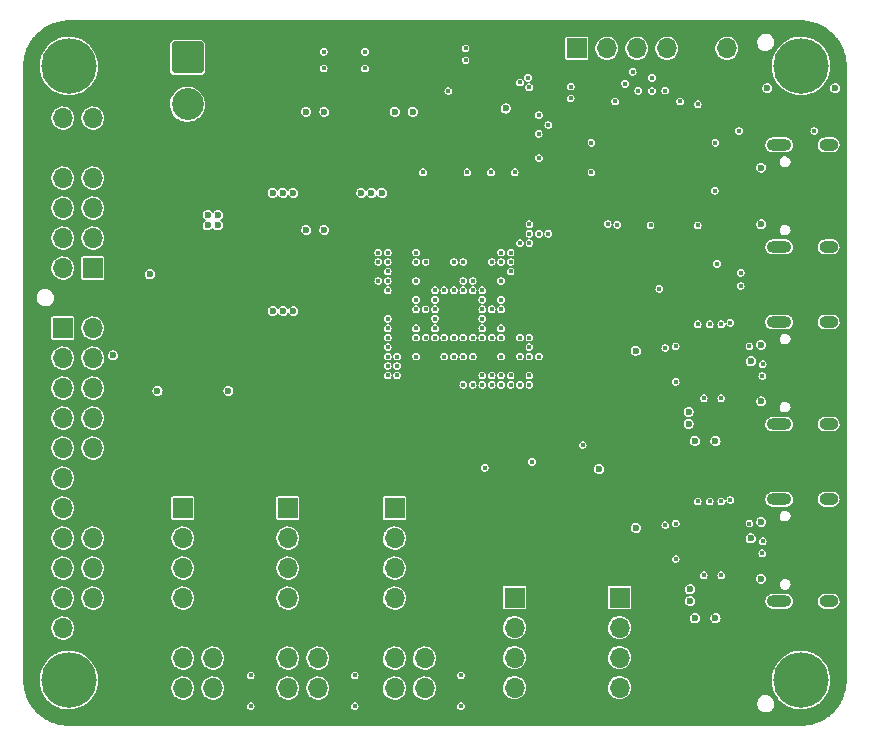
<source format=gbr>
%TF.GenerationSoftware,KiCad,Pcbnew,(5.99.0-10579-g11785b08fe)*%
%TF.CreationDate,2021-05-20T20:29:29+02:00*%
%TF.ProjectId,Mainboard,4d61696e-626f-4617-9264-2e6b69636164,1*%
%TF.SameCoordinates,Original*%
%TF.FileFunction,Copper,L2,Inr*%
%TF.FilePolarity,Positive*%
%FSLAX46Y46*%
G04 Gerber Fmt 4.6, Leading zero omitted, Abs format (unit mm)*
G04 Created by KiCad (PCBNEW (5.99.0-10579-g11785b08fe)) date 2021-05-20 20:29:29*
%MOMM*%
%LPD*%
G01*
G04 APERTURE LIST*
G04 Aperture macros list*
%AMRoundRect*
0 Rectangle with rounded corners*
0 $1 Rounding radius*
0 $2 $3 $4 $5 $6 $7 $8 $9 X,Y pos of 4 corners*
0 Add a 4 corners polygon primitive as box body*
4,1,4,$2,$3,$4,$5,$6,$7,$8,$9,$2,$3,0*
0 Add four circle primitives for the rounded corners*
1,1,$1+$1,$2,$3*
1,1,$1+$1,$4,$5*
1,1,$1+$1,$6,$7*
1,1,$1+$1,$8,$9*
0 Add four rect primitives between the rounded corners*
20,1,$1+$1,$2,$3,$4,$5,0*
20,1,$1+$1,$4,$5,$6,$7,0*
20,1,$1+$1,$6,$7,$8,$9,0*
20,1,$1+$1,$8,$9,$2,$3,0*%
G04 Aperture macros list end*
%TA.AperFunction,ComponentPad*%
%ADD10RoundRect,0.250001X-1.099999X1.099999X-1.099999X-1.099999X1.099999X-1.099999X1.099999X1.099999X0*%
%TD*%
%TA.AperFunction,ComponentPad*%
%ADD11C,2.700000*%
%TD*%
%TA.AperFunction,ComponentPad*%
%ADD12C,4.700000*%
%TD*%
%TA.AperFunction,ComponentPad*%
%ADD13O,1.600000X1.000000*%
%TD*%
%TA.AperFunction,ComponentPad*%
%ADD14O,2.100000X1.000000*%
%TD*%
%TA.AperFunction,ComponentPad*%
%ADD15R,1.700000X1.700000*%
%TD*%
%TA.AperFunction,ComponentPad*%
%ADD16O,1.700000X1.700000*%
%TD*%
%TA.AperFunction,ViaPad*%
%ADD17C,0.600000*%
%TD*%
%TA.AperFunction,ViaPad*%
%ADD18C,0.400000*%
%TD*%
G04 APERTURE END LIST*
D10*
%TO.N,/Power/PWR_IN*%
%TO.C,J2*%
X129050000Y-73282500D03*
D11*
X129050000Y-77242500D03*
%TO.N,GND*%
X129050000Y-81202500D03*
X129050000Y-85162500D03*
%TD*%
D12*
%TO.N,Earth*%
%TO.C,H3*%
X181000000Y-74000000D03*
%TD*%
%TO.N,Earth*%
%TO.C,H4*%
X181000000Y-126000000D03*
%TD*%
%TO.N,Earth*%
%TO.C,H1*%
X119000000Y-74000000D03*
%TD*%
D13*
%TO.N,Earth*%
%TO.C,J101*%
X183325000Y-95680000D03*
X183325000Y-104320000D03*
D14*
X179145000Y-104320000D03*
X179145000Y-95680000D03*
%TD*%
D13*
%TO.N,Earth*%
%TO.C,J201*%
X183325000Y-119320000D03*
D14*
X179145000Y-110680000D03*
X179145000Y-119320000D03*
D13*
X183325000Y-110680000D03*
%TD*%
%TO.N,Earth*%
%TO.C,J501*%
X183325000Y-80680000D03*
D14*
X179145000Y-80680000D03*
D13*
X183325000Y-89320000D03*
D14*
X179145000Y-89320000D03*
%TD*%
D12*
%TO.N,Earth*%
%TO.C,H2*%
X119000000Y-126000000D03*
%TD*%
D15*
%TO.N,/Audio IO/I2S2.MCLK*%
%TO.C,J611*%
X137540000Y-111430000D03*
D16*
%TO.N,GND*%
X140080000Y-111430000D03*
%TO.N,/Audio IO/I2S2.BCLK*%
X137540000Y-113970000D03*
%TO.N,GND*%
X140080000Y-113970000D03*
%TO.N,/Audio IO/I2S2.LRCLK*%
X137540000Y-116510000D03*
%TO.N,GND*%
X140080000Y-116510000D03*
%TO.N,/Audio IO/I2S2.SDIN*%
X137540000Y-119050000D03*
%TO.N,GND*%
X140080000Y-119050000D03*
X137540000Y-121590000D03*
X140080000Y-121590000D03*
%TO.N,/Audio IO/Mute2*%
X137540000Y-124130000D03*
%TO.N,/Audio IO/I2C2.SDA*%
X140080000Y-124130000D03*
%TO.N,/Audio IO/IRQ2*%
X137540000Y-126670000D03*
%TO.N,/Audio IO/I2C2.SCL*%
X140080000Y-126670000D03*
%TD*%
D15*
%TO.N,/Audio IO/I2S3.MCLK*%
%TO.C,J621*%
X128650000Y-111430000D03*
D16*
%TO.N,GND*%
X131190000Y-111430000D03*
%TO.N,/Audio IO/I2S3.BCLK*%
X128650000Y-113970000D03*
%TO.N,GND*%
X131190000Y-113970000D03*
%TO.N,/Audio IO/I2S3.LRCLK*%
X128650000Y-116510000D03*
%TO.N,GND*%
X131190000Y-116510000D03*
%TO.N,/Audio IO/I2S3.SDIN*%
X128650000Y-119050000D03*
%TO.N,GND*%
X131190000Y-119050000D03*
X128650000Y-121590000D03*
X131190000Y-121590000D03*
%TO.N,/Audio IO/Mute3*%
X128650000Y-124130000D03*
%TO.N,/Audio IO/I2C3.SDA*%
X131190000Y-124130000D03*
%TO.N,/Audio IO/IRQ3*%
X128650000Y-126670000D03*
%TO.N,/Audio IO/I2C3.SCL*%
X131190000Y-126670000D03*
%TD*%
D15*
%TO.N,/Audio IO/I2S5.MCLK*%
%TO.C,J702*%
X156740000Y-119010000D03*
D16*
%TO.N,GND*%
X159280000Y-119010000D03*
%TO.N,/Audio IO/I2S5.BCLK*%
X156740000Y-121550000D03*
%TO.N,GND*%
X159280000Y-121550000D03*
%TO.N,/Audio IO/I2S5.LRCLK*%
X156740000Y-124090000D03*
%TO.N,GND*%
X159280000Y-124090000D03*
%TO.N,/Audio IO/I2S5.SDOUT*%
X156740000Y-126630000D03*
%TO.N,GND*%
X159280000Y-126630000D03*
%TD*%
D15*
%TO.N,/Audio IO/I2S4.MCLK*%
%TO.C,J701*%
X165630000Y-119010000D03*
D16*
%TO.N,GND*%
X168170000Y-119010000D03*
%TO.N,/Audio IO/I2S4.BCLK*%
X165630000Y-121550000D03*
%TO.N,GND*%
X168170000Y-121550000D03*
%TO.N,/Audio IO/I2S4.LRCLK*%
X165630000Y-124090000D03*
%TO.N,GND*%
X168170000Y-124090000D03*
%TO.N,/Audio IO/I2S4.SDOUT*%
X165630000Y-126630000D03*
%TO.N,GND*%
X168170000Y-126630000D03*
%TD*%
D15*
%TO.N,/Audio IO/I2S1.MCLK*%
%TO.C,J601*%
X146580000Y-111430000D03*
D16*
%TO.N,GND*%
X149120000Y-111430000D03*
%TO.N,/Audio IO/I2S1.BCLK*%
X146580000Y-113970000D03*
%TO.N,GND*%
X149120000Y-113970000D03*
%TO.N,/Audio IO/I2S1.LRCLK*%
X146580000Y-116510000D03*
%TO.N,GND*%
X149120000Y-116510000D03*
%TO.N,/Audio IO/I2S1.SDIN*%
X146580000Y-119050000D03*
%TO.N,GND*%
X149120000Y-119050000D03*
X146580000Y-121590000D03*
X149120000Y-121590000D03*
%TO.N,/Audio IO/Mute1*%
X146580000Y-124130000D03*
%TO.N,/Audio IO/I2C1.SDA*%
X149120000Y-124130000D03*
%TO.N,/Audio IO/IRQ1*%
X146580000Y-126670000D03*
%TO.N,/Audio IO/I2C1.SCL*%
X149120000Y-126670000D03*
%TD*%
D15*
%TO.N,/FPGA IO Right/SW_SER_CP*%
%TO.C,J801*%
X118485000Y-96190000D03*
D16*
%TO.N,/FPGA IO Right/SW_SER_DATA*%
X121025000Y-96190000D03*
%TO.N,/FPGA IO Right/~SW_SER_PL*%
X118485000Y-98730000D03*
%TO.N,/FPGA IO Right/~SW_SER_CE*%
X121025000Y-98730000D03*
%TO.N,/FPGA IO Right/~LED_OE*%
X118485000Y-101270000D03*
%TO.N,/FPGA IO Right/LED_LE*%
X121025000Y-101270000D03*
%TO.N,/FPGA IO Right/~LED_DISPLAY_OE*%
X118485000Y-103810000D03*
%TO.N,/FPGA IO Right/LED_CLK*%
X121025000Y-103810000D03*
%TO.N,/FPGA IO Right/~LED_SW_OE*%
X118485000Y-106350000D03*
%TO.N,/FPGA IO Right/LED_DATA*%
X121025000Y-106350000D03*
%TO.N,/FPGA IO Right/B*%
X118485000Y-108890000D03*
%TO.N,GND*%
X121025000Y-108890000D03*
%TO.N,/FPGA IO Right/A*%
X118485000Y-111430000D03*
%TO.N,GND*%
X121025000Y-111430000D03*
%TO.N,/FPGA IO Right/VPOT_A_{2}*%
X118485000Y-113970000D03*
%TO.N,/FPGA IO Right/VPOT_A_{1}*%
X121025000Y-113970000D03*
%TO.N,/FPGA IO Right/VPOT_A_{3}*%
X118485000Y-116510000D03*
%TO.N,/FPGA IO Right/VPOT_A_{0}*%
X121025000Y-116510000D03*
%TO.N,/FPGA IO Right/~POTI_CS*%
X118485000Y-119050000D03*
%TO.N,/FPGA IO Right/POTI_SDO*%
X121025000Y-119050000D03*
%TO.N,/FPGA IO Right/POTI_CLK*%
X118485000Y-121590000D03*
%TO.N,GND*%
X121025000Y-121590000D03*
%TD*%
D15*
%TO.N,/FPGA IO Right/EXP1*%
%TO.C,J4*%
X121030000Y-91110000D03*
D16*
%TO.N,/FPGA IO Right/EXP5*%
X118490000Y-91110000D03*
%TO.N,/FPGA IO Right/EXP2*%
X121030000Y-88570000D03*
%TO.N,/FPGA IO Right/EXP6*%
X118490000Y-88570000D03*
%TO.N,/FPGA IO Right/EXP3*%
X121030000Y-86030000D03*
%TO.N,/FPGA IO Right/EXP7*%
X118490000Y-86030000D03*
%TO.N,/FPGA IO Right/EXP4*%
X121030000Y-83490000D03*
%TO.N,/FPGA IO Right/EXP8*%
X118490000Y-83490000D03*
%TO.N,GND*%
X121030000Y-80950000D03*
X118490000Y-80950000D03*
%TO.N,/FPGA IO Right/3V3_EXP*%
X121030000Y-78410000D03*
X118490000Y-78410000D03*
%TD*%
D15*
%TO.N,/Debug/JTAG.TMS*%
%TO.C,J1*%
X162000000Y-72500000D03*
D16*
%TO.N,/Debug/JTAG.TDI*%
X164540000Y-72500000D03*
%TO.N,/Debug/JTAG.TDO*%
X167080000Y-72500000D03*
%TO.N,/Debug/JTAG.TCK*%
X169620000Y-72500000D03*
%TO.N,GND*%
X172160000Y-72500000D03*
%TO.N,+3V3*%
X174700000Y-72500000D03*
%TD*%
D17*
%TO.N,GND*%
X128625000Y-91875000D03*
%TO.N,+5V*%
X130750000Y-86625000D03*
X131625000Y-86625000D03*
X131625000Y-87500000D03*
X130750000Y-87500000D03*
D18*
%TO.N,GND*%
X170908082Y-109500000D03*
X174185020Y-108750000D03*
X173010020Y-108500000D03*
X174175000Y-93750000D03*
D17*
X170898500Y-94499562D03*
D18*
X175750000Y-81875000D03*
D17*
X173350000Y-103300000D03*
D18*
X182125000Y-77998500D03*
X145200000Y-91400000D03*
X151600000Y-89800000D03*
D17*
X139000000Y-80750000D03*
D18*
X154800000Y-98600000D03*
D17*
X130500000Y-93000000D03*
D18*
X179875000Y-77998500D03*
X170750000Y-75000000D03*
X153625000Y-107000000D03*
X168250000Y-78500000D03*
D17*
X177625000Y-96800000D03*
X174500000Y-113000000D03*
X134125000Y-84875000D03*
X177625000Y-111800000D03*
D18*
X150000000Y-92200000D03*
X149200000Y-89800000D03*
X167500000Y-83250000D03*
D17*
X125750000Y-87625000D03*
D18*
X151600000Y-97800000D03*
D17*
X167750000Y-110125000D03*
D18*
X154800000Y-92200000D03*
X146500000Y-73500000D03*
X151600000Y-93800000D03*
X175750000Y-80500000D03*
D17*
X128500000Y-93000000D03*
X170000000Y-107000000D03*
X174500000Y-105250000D03*
D18*
X150800000Y-89000000D03*
X167500000Y-81250000D03*
D17*
X174500000Y-98000000D03*
X127500000Y-101500000D03*
D18*
X154800000Y-89800000D03*
X165000000Y-85500000D03*
X150800000Y-96200000D03*
X148400000Y-89000000D03*
D17*
X124290000Y-102752260D03*
D18*
X164750000Y-79500000D03*
D17*
X163750000Y-102750000D03*
D18*
X149200000Y-97800000D03*
D17*
X172500000Y-113000000D03*
X176250000Y-120250000D03*
D18*
X141995055Y-79086500D03*
X148400000Y-88200000D03*
X183000000Y-106000000D03*
X175750000Y-83625000D03*
X175750000Y-85625000D03*
X165001500Y-89400000D03*
X154000000Y-89000000D03*
X155600000Y-97800000D03*
X134495055Y-79086500D03*
D17*
X176250000Y-105250000D03*
X133500000Y-101500000D03*
D18*
X174750000Y-90375000D03*
X146800000Y-97800000D03*
D17*
X172500000Y-99000000D03*
D18*
X152400000Y-95400000D03*
X154800000Y-93800000D03*
X154800000Y-96200000D03*
X158000000Y-113125000D03*
X150800000Y-89800000D03*
X145200000Y-88200000D03*
X169750000Y-91625000D03*
D17*
X130250000Y-102750000D03*
D18*
X175750000Y-84625000D03*
D17*
X174500000Y-120250000D03*
D18*
X155600000Y-93000000D03*
X175750000Y-78500000D03*
X155500000Y-113125000D03*
X172250000Y-84000000D03*
X168500000Y-82250000D03*
X149200000Y-98600000D03*
X155600000Y-95400000D03*
X149200000Y-89000000D03*
X176375000Y-86125000D03*
D17*
X172500000Y-114000000D03*
D18*
X172250000Y-81250000D03*
X169500000Y-81250000D03*
D17*
X139000000Y-93000000D03*
X172500000Y-100000000D03*
D18*
X165250000Y-75000000D03*
X152400000Y-89800000D03*
X152400000Y-96200000D03*
D17*
X173350000Y-104300000D03*
X172500000Y-98000000D03*
D18*
X155000000Y-73500000D03*
X161250000Y-80500000D03*
X153200000Y-93800000D03*
X150800000Y-88200000D03*
X149200000Y-93800000D03*
D17*
X124500000Y-93000000D03*
D18*
X153200000Y-89000000D03*
D17*
X174500000Y-99000000D03*
D18*
X151750000Y-83000000D03*
X147600000Y-93800000D03*
X150800000Y-92200000D03*
D17*
X132500000Y-93000000D03*
D18*
X154800000Y-88200000D03*
X145200000Y-101000000D03*
X156750000Y-113125000D03*
D17*
X134000000Y-83750000D03*
D18*
X158800000Y-96200000D03*
X154800000Y-88200000D03*
D17*
X174500000Y-115000000D03*
X173500000Y-100000000D03*
D18*
X147600000Y-89000000D03*
X154800000Y-101800000D03*
X172250000Y-79000000D03*
X150800000Y-94600000D03*
X145200000Y-89000000D03*
D17*
X172500000Y-115000000D03*
D18*
X147600000Y-88200000D03*
X153200000Y-89800000D03*
X179000000Y-121000000D03*
D17*
X151000000Y-81405000D03*
X177625000Y-103200000D03*
X137500000Y-77875000D03*
D18*
X168500000Y-81250000D03*
X155500000Y-110875000D03*
X149200000Y-96200000D03*
D17*
X136250000Y-102750000D03*
D18*
X152626500Y-74533812D03*
X165750000Y-86000000D03*
X135762500Y-74500000D03*
X148400000Y-93000000D03*
X150000000Y-89800000D03*
D17*
X137500000Y-87875000D03*
X177625000Y-81800000D03*
D18*
X154000000Y-89800000D03*
X148400000Y-95400000D03*
D17*
X141500000Y-80750000D03*
X134000000Y-80750000D03*
X173500000Y-98000000D03*
D18*
X150000000Y-97800000D03*
X149200000Y-93000000D03*
X151600000Y-95400000D03*
X172250000Y-80000000D03*
D17*
X174500000Y-100000000D03*
D18*
X183000000Y-91000000D03*
X183000000Y-121000000D03*
X167500000Y-82250000D03*
X145200000Y-97000000D03*
X157200000Y-100200000D03*
D17*
X134000000Y-93750000D03*
D18*
X152400000Y-97800000D03*
D17*
X173500000Y-99000000D03*
D18*
X154800000Y-89000000D03*
D17*
X141500000Y-83750000D03*
D18*
X150000000Y-98600000D03*
X172375000Y-75000000D03*
X153200000Y-96200000D03*
D17*
X177625000Y-118200000D03*
X173500000Y-113000000D03*
X134000000Y-82250000D03*
D18*
X152400000Y-93800000D03*
X153200000Y-94600000D03*
X172253942Y-85973500D03*
X154800000Y-93000000D03*
X154800000Y-95400000D03*
X151600000Y-94600000D03*
D17*
X177625000Y-88200000D03*
X173475000Y-118300000D03*
X126500000Y-93000000D03*
X173475000Y-119300000D03*
D18*
X156400000Y-89000000D03*
D17*
X146500000Y-80750000D03*
D18*
X150000000Y-89000000D03*
X155600000Y-89000000D03*
D17*
X167750000Y-95125000D03*
X139500000Y-101500000D03*
D18*
X168250000Y-89500000D03*
D17*
X145000000Y-77875000D03*
D18*
X144400000Y-89000000D03*
X179000000Y-106000000D03*
X173375000Y-89500000D03*
X173000000Y-93500000D03*
X153750000Y-83000000D03*
D17*
X168625000Y-98110000D03*
D18*
X148400000Y-97800000D03*
X154800000Y-97800000D03*
X172250000Y-89500000D03*
X168500000Y-83250000D03*
X154000000Y-97800000D03*
X149200000Y-95400000D03*
X158800000Y-93800000D03*
X150800000Y-93800000D03*
X150800000Y-95400000D03*
X169500000Y-82250000D03*
D17*
X173500000Y-115000000D03*
D18*
X154250000Y-113125000D03*
X179000000Y-91000000D03*
X153200000Y-95400000D03*
D17*
X168625000Y-113110000D03*
D18*
X161500000Y-77750000D03*
D17*
X174500000Y-114000000D03*
D18*
X161250000Y-83000000D03*
X150800000Y-97800000D03*
X169500000Y-83250000D03*
X165000000Y-88600000D03*
X154000000Y-98600000D03*
D17*
X168875000Y-104500000D03*
D18*
X155600000Y-88200000D03*
D17*
X134000000Y-92250000D03*
X141500000Y-82250000D03*
D18*
X152400000Y-94600000D03*
D17*
X173500000Y-114000000D03*
D18*
X154000000Y-92200000D03*
X151600000Y-92200000D03*
X157200000Y-97800000D03*
X149200000Y-89000000D03*
X155750000Y-83000000D03*
X151600000Y-96200000D03*
X149200000Y-101800000D03*
X149200000Y-92200000D03*
X153200000Y-97800000D03*
D17*
%TO.N,+5V*%
X146601500Y-77875438D03*
X139101500Y-87873698D03*
X139101500Y-77873698D03*
X140625000Y-77875000D03*
X148125000Y-77875000D03*
X140625000Y-87875000D03*
D18*
%TO.N,/FPGA Config/~PROGRAM*%
X157875000Y-75000000D03*
X158000000Y-88200000D03*
%TO.N,+3V3*%
X154220000Y-108030000D03*
X148400000Y-93800000D03*
X175875000Y-91500000D03*
X163250000Y-83000000D03*
X143200000Y-128200000D03*
D17*
X126500000Y-101500000D03*
D18*
X154800000Y-97000000D03*
X148400000Y-97000000D03*
X156750000Y-83000000D03*
X154750000Y-83000000D03*
X175750000Y-79500000D03*
X169495055Y-76086500D03*
X144086500Y-74204945D03*
X134400000Y-128200000D03*
X161500000Y-75750000D03*
X153200000Y-98600000D03*
X134400000Y-125600000D03*
X152400000Y-98600000D03*
X158211500Y-107504945D03*
X152400000Y-92200000D03*
X149000000Y-83000000D03*
D17*
X183875000Y-75875000D03*
D18*
X140586500Y-74204945D03*
D17*
X132500000Y-101500000D03*
D18*
X158800000Y-78153500D03*
D17*
X172000000Y-105750000D03*
D18*
X151125000Y-76125000D03*
X168375000Y-76125000D03*
D17*
X163875000Y-108125000D03*
X125875000Y-91625000D03*
X138000000Y-94750000D03*
D18*
X155600000Y-93800000D03*
X152586500Y-72504945D03*
X149200000Y-97000000D03*
X148400000Y-96200000D03*
X152750000Y-83000000D03*
X149200000Y-94600000D03*
X175875000Y-92625000D03*
D17*
X172000000Y-120750000D03*
D18*
X165437500Y-87437500D03*
X148400000Y-94600000D03*
X152200000Y-125600000D03*
X170750000Y-77000000D03*
D17*
X137125000Y-94750000D03*
X173750000Y-105750000D03*
D18*
X168250000Y-87500000D03*
X144086500Y-72804945D03*
X155600000Y-94600000D03*
D17*
X178125000Y-75875000D03*
D18*
X155600000Y-96200000D03*
D17*
X122750000Y-98500000D03*
D18*
X143200000Y-125600000D03*
X158790000Y-79750000D03*
X155600000Y-97000000D03*
D17*
X173750000Y-120750000D03*
D18*
X173875000Y-90750000D03*
X153200000Y-92200000D03*
X151600000Y-98600000D03*
D17*
X136250000Y-94750000D03*
D18*
X150800000Y-98600000D03*
X169000000Y-92875000D03*
D17*
X156000000Y-77595000D03*
D18*
X167224228Y-76099228D03*
X152200000Y-128200000D03*
X161500000Y-76750000D03*
X152586500Y-73504945D03*
X154800000Y-94600000D03*
X165250000Y-77000000D03*
X140586500Y-72804945D03*
D17*
%TO.N,/USB2/VBUS*%
X177625000Y-117400000D03*
X177625000Y-112600000D03*
D18*
%TO.N,/USB2/D+*%
X177750000Y-114250000D03*
X177717499Y-115250000D03*
D17*
%TO.N,/USB1/VBUS*%
X177625000Y-102400000D03*
X177625000Y-97600000D03*
D18*
%TO.N,/USB1/D+*%
X177750000Y-99250000D03*
X177717499Y-100250000D03*
D17*
%TO.N,/USB1/3V3_USB*%
X167023500Y-98110000D03*
X171475000Y-103300000D03*
X171475000Y-104300000D03*
X176750000Y-99000000D03*
D18*
X174250000Y-102125000D03*
D17*
X167023500Y-98110000D03*
D18*
X172750000Y-102125000D03*
X169500000Y-97873500D03*
X170375000Y-100750000D03*
X176625000Y-97750000D03*
%TO.N,/USB2/3V3_USB*%
X170375000Y-115750000D03*
D17*
X176750000Y-114000000D03*
D18*
X176625000Y-112750000D03*
X169500000Y-112873500D03*
D17*
X171600000Y-118300000D03*
D18*
X172750000Y-117125000D03*
D17*
X167023500Y-113110000D03*
D18*
X174250000Y-117125000D03*
D17*
X167023500Y-113110000D03*
X171600000Y-119300000D03*
%TO.N,/Debug/VBUS*%
X177625000Y-82600000D03*
X177625000Y-87400000D03*
D18*
%TO.N,/Debug/VPHY*%
X182125000Y-79500000D03*
X173687500Y-84562500D03*
%TO.N,/Debug/VCORE*%
X164625000Y-87375000D03*
X173750000Y-80500000D03*
X163250000Y-80500000D03*
X172250000Y-87500000D03*
%TO.N,/FPGA Config/~INIT*%
X157200000Y-75400000D03*
X158000000Y-89000000D03*
%TO.N,/Audio IO/I2S4.LRCLK*%
X154800000Y-100200000D03*
%TO.N,/Audio IO/I2S4.SDOUT*%
X154800000Y-101000000D03*
%TO.N,/Audio IO/I2S4.BCLK*%
X155600000Y-101000000D03*
%TO.N,/Audio IO/I2S4.MCLK*%
X155600000Y-100200000D03*
%TO.N,/Audio IO/I2S5.LRCLK*%
X153200000Y-101000000D03*
%TO.N,/Audio IO/I2S5.SDOUT*%
X152400000Y-101000000D03*
%TO.N,/Audio IO/I2S5.BCLK*%
X154000000Y-100200000D03*
%TO.N,/Audio IO/I2S5.MCLK*%
X154000000Y-101000000D03*
%TO.N,/FPGA Config/DONE*%
X158000000Y-87400000D03*
X157974934Y-75800000D03*
%TO.N,/FPGA IO Left/FPGA_CLK*%
X162500000Y-106100000D03*
X158800000Y-98600000D03*
%TO.N,/Debug/JTAG.TCK*%
X156400000Y-90600000D03*
%TO.N,/Debug/JTAG.TDO*%
X166102960Y-75500000D03*
X157200000Y-89000000D03*
%TO.N,/Debug/JTAG.TDI*%
X172250000Y-77250000D03*
X168375000Y-75000000D03*
X156400000Y-91400000D03*
%TO.N,/Debug/JTAG.TMS*%
X166750000Y-74500000D03*
X156400000Y-89800000D03*
D17*
%TO.N,+2V5*%
X137125000Y-84750000D03*
X136250000Y-84750000D03*
D18*
X155600000Y-92200000D03*
X148400000Y-92200000D03*
X155600000Y-98600000D03*
D17*
X138000000Y-84750000D03*
D18*
X148400000Y-98600000D03*
%TO.N,/FPGA Config/CFG.IO3*%
X159600000Y-88200000D03*
X159600000Y-79000000D03*
%TO.N,/FPGA Config/CFG.IO0*%
X158800000Y-81800000D03*
X158800000Y-88200000D03*
%TO.N,/FPGA IO Left/ULPI1.NXT*%
X158000000Y-98600000D03*
X170375000Y-97750000D03*
%TO.N,/FPGA IO Left/ULPI1.CLK*%
X175000000Y-95750000D03*
X158000000Y-97800000D03*
%TO.N,/FPGA IO Left/ULPI1.RST*%
X157200000Y-98600000D03*
X174250000Y-95875000D03*
%TO.N,/FPGA IO Left/ULPI1.STP*%
X158000000Y-97000000D03*
X173250000Y-95875000D03*
%TO.N,/FPGA IO Left/ULPI1.DIR*%
X172250000Y-95875000D03*
X157200000Y-97000000D03*
%TO.N,/FPGA IO Left/ULPI2.NXT*%
X170375000Y-112750000D03*
X156400000Y-101000000D03*
%TO.N,/FPGA IO Left/ULPI2.CLK*%
X156400000Y-100200000D03*
X175000000Y-110750000D03*
%TO.N,/FPGA IO Left/ULPI2.RST*%
X157200000Y-101000000D03*
X174250000Y-110875000D03*
%TO.N,/FPGA IO Left/ULPI2.STP*%
X173250000Y-110875000D03*
X158000000Y-100200000D03*
%TO.N,/FPGA IO Left/ULPI2.DIR*%
X172250000Y-110875000D03*
X158000000Y-101000000D03*
%TO.N,+1V2*%
X152400000Y-97000000D03*
X152400000Y-93000000D03*
X150800000Y-97000000D03*
X149200000Y-90600000D03*
X150000000Y-96200000D03*
X154000000Y-96200000D03*
X150800000Y-93000000D03*
X154800000Y-90600000D03*
X150000000Y-97000000D03*
X150000000Y-95400000D03*
X150000000Y-94600000D03*
D17*
X145500000Y-84750000D03*
D18*
X150000000Y-93800000D03*
X154000000Y-94600000D03*
X153200000Y-97000000D03*
D17*
X143750000Y-84750000D03*
X144625000Y-84750000D03*
D18*
X153200000Y-93000000D03*
X152400000Y-90600000D03*
X155600000Y-90600000D03*
X151600000Y-93000000D03*
X154000000Y-93800000D03*
X148400000Y-90600000D03*
X150000000Y-93000000D03*
X148400000Y-89800000D03*
X155600000Y-89800000D03*
X154000000Y-97000000D03*
X154000000Y-95400000D03*
X149200000Y-90600000D03*
X151600000Y-97000000D03*
X154000000Y-93000000D03*
X151600000Y-90600000D03*
%TO.N,/FPGA IO Right/EXP8*%
X145200000Y-89800000D03*
%TO.N,/FPGA IO Right/EXP4*%
X146000000Y-89800000D03*
%TO.N,/FPGA IO Right/EXP7*%
X145200000Y-90600000D03*
%TO.N,/FPGA IO Right/EXP3*%
X146000000Y-90600000D03*
%TO.N,/FPGA IO Right/EXP6*%
X146000000Y-92200000D03*
%TO.N,/FPGA IO Right/EXP2*%
X146000000Y-91400000D03*
%TO.N,/FPGA IO Right/EXP5*%
X146000000Y-93000000D03*
%TO.N,/FPGA IO Right/EXP1*%
X145200000Y-92200000D03*
%TO.N,/FPGA IO Right/SW_SER_CP*%
X146000000Y-95400000D03*
%TO.N,/FPGA IO Right/SW_SER_DATA*%
X146000000Y-96200000D03*
%TO.N,/FPGA IO Right/~SW_SER_PL*%
X146000000Y-97000000D03*
%TO.N,/FPGA IO Right/~SW_SER_CE*%
X146000000Y-97800000D03*
%TO.N,/FPGA IO Right/~LED_OE*%
X146000000Y-98600000D03*
%TO.N,/FPGA IO Right/LED_LE*%
X146800000Y-98600000D03*
%TO.N,/FPGA IO Right/~LED_DISPLAY_OE*%
X146000000Y-99400000D03*
%TO.N,/FPGA IO Right/LED_CLK*%
X146800000Y-99400000D03*
%TO.N,/FPGA IO Right/LED_DATA*%
X146800000Y-100200000D03*
%TO.N,/FPGA IO Right/~LED_SW_OE*%
X146000000Y-100200000D03*
%TD*%
%TA.AperFunction,Conductor*%
%TO.N,GND*%
G36*
X180958359Y-70130106D02*
G01*
X180959540Y-70130889D01*
X180963961Y-70131583D01*
X180966204Y-70131610D01*
X180966210Y-70131610D01*
X181053690Y-70132643D01*
X181129012Y-70133534D01*
X181131300Y-70133603D01*
X181232163Y-70138558D01*
X181235216Y-70138784D01*
X181522603Y-70167089D01*
X181525631Y-70167463D01*
X181609529Y-70179909D01*
X181612551Y-70180433D01*
X181895749Y-70236764D01*
X181898741Y-70237436D01*
X181981044Y-70258051D01*
X181983982Y-70258864D01*
X182260310Y-70342687D01*
X182263211Y-70343645D01*
X182343118Y-70372236D01*
X182345941Y-70373326D01*
X182612732Y-70483835D01*
X182615493Y-70485059D01*
X182692199Y-70521338D01*
X182694938Y-70522717D01*
X182949607Y-70658840D01*
X182952258Y-70660341D01*
X182974459Y-70673648D01*
X183025017Y-70703952D01*
X183027608Y-70705593D01*
X183184889Y-70810685D01*
X183267715Y-70866027D01*
X183270214Y-70867787D01*
X183338351Y-70918322D01*
X183340768Y-70920209D01*
X183386191Y-70957486D01*
X183563954Y-71103371D01*
X183566230Y-71105334D01*
X183629160Y-71162370D01*
X183631360Y-71164465D01*
X183835524Y-71368629D01*
X183837639Y-71370850D01*
X183894625Y-71433724D01*
X183896629Y-71436048D01*
X184079811Y-71659257D01*
X184081676Y-71661646D01*
X184127736Y-71723750D01*
X184132210Y-71729782D01*
X184133976Y-71732290D01*
X184294404Y-71972387D01*
X184296045Y-71974978D01*
X184316746Y-72009514D01*
X184339665Y-72047751D01*
X184341159Y-72050390D01*
X184477287Y-72305068D01*
X184478642Y-72307759D01*
X184514938Y-72384500D01*
X184516165Y-72387268D01*
X184621984Y-72642737D01*
X184626668Y-72654044D01*
X184627767Y-72656891D01*
X184649959Y-72718913D01*
X184656351Y-72736779D01*
X184657313Y-72739691D01*
X184741130Y-73015999D01*
X184741948Y-73018956D01*
X184762566Y-73101267D01*
X184763238Y-73104260D01*
X184819565Y-73387437D01*
X184820089Y-73390459D01*
X184832539Y-73474384D01*
X184832913Y-73477414D01*
X184861056Y-73763147D01*
X184861216Y-73764775D01*
X184861441Y-73767819D01*
X184864614Y-73832394D01*
X184866396Y-73868679D01*
X184866466Y-73870991D01*
X184866988Y-73915123D01*
X184868007Y-74001313D01*
X184868211Y-74018602D01*
X184869519Y-74022875D01*
X184869520Y-74022878D01*
X184870260Y-74025296D01*
X184873000Y-74043597D01*
X184873000Y-125941778D01*
X184869893Y-125958360D01*
X184869111Y-125959540D01*
X184868417Y-125963960D01*
X184868391Y-125966200D01*
X184868390Y-125966206D01*
X184867686Y-126025837D01*
X184866712Y-126108285D01*
X184866467Y-126128992D01*
X184866396Y-126131321D01*
X184861442Y-126232162D01*
X184861217Y-126235213D01*
X184832910Y-126522616D01*
X184832537Y-126525633D01*
X184820092Y-126609525D01*
X184819568Y-126612546D01*
X184763229Y-126895782D01*
X184762571Y-126898715D01*
X184747862Y-126957436D01*
X184741952Y-126981030D01*
X184741134Y-126983986D01*
X184657316Y-127260300D01*
X184656354Y-127263212D01*
X184656012Y-127264168D01*
X184627776Y-127343085D01*
X184627770Y-127343101D01*
X184626672Y-127345947D01*
X184540804Y-127553248D01*
X184516171Y-127612717D01*
X184514928Y-127615521D01*
X184489009Y-127670323D01*
X184478663Y-127692197D01*
X184477284Y-127694937D01*
X184341157Y-127949612D01*
X184339645Y-127952281D01*
X184312923Y-127996865D01*
X184296055Y-128025007D01*
X184294420Y-128027590D01*
X184191015Y-128182345D01*
X184133970Y-128267719D01*
X184132223Y-128270200D01*
X184081657Y-128338381D01*
X184079823Y-128340729D01*
X183896638Y-128563943D01*
X183894660Y-128566237D01*
X183837630Y-128629160D01*
X183835524Y-128631372D01*
X183631381Y-128835515D01*
X183629160Y-128837630D01*
X183566266Y-128894634D01*
X183563963Y-128896620D01*
X183421681Y-129013387D01*
X183340753Y-129079803D01*
X183338349Y-129081680D01*
X183338332Y-129081693D01*
X183270200Y-129132223D01*
X183267692Y-129133989D01*
X183027604Y-129294411D01*
X183025031Y-129296040D01*
X183003391Y-129309011D01*
X182952272Y-129339650D01*
X182949603Y-129341162D01*
X182694939Y-129477283D01*
X182692206Y-129478658D01*
X182615508Y-129514934D01*
X182612732Y-129516165D01*
X182539707Y-129546413D01*
X182345947Y-129626671D01*
X182343085Y-129627775D01*
X182295568Y-129644777D01*
X182263226Y-129656349D01*
X182260333Y-129657306D01*
X182113359Y-129701890D01*
X181983986Y-129741134D01*
X181981029Y-129741952D01*
X181898715Y-129762571D01*
X181895772Y-129763231D01*
X181721809Y-129797835D01*
X181612558Y-129819566D01*
X181609536Y-129820090D01*
X181525618Y-129832539D01*
X181522593Y-129832913D01*
X181235212Y-129861217D01*
X181232181Y-129861441D01*
X181131300Y-129866397D01*
X181129009Y-129866466D01*
X181046326Y-129867444D01*
X180985863Y-129868158D01*
X180985861Y-129868158D01*
X180981398Y-129868211D01*
X180977125Y-129869519D01*
X180977122Y-129869520D01*
X180974704Y-129870260D01*
X180956403Y-129873000D01*
X119058222Y-129873000D01*
X119041640Y-129869893D01*
X119040460Y-129869111D01*
X119036040Y-129868417D01*
X119033800Y-129868391D01*
X119033794Y-129868390D01*
X118942417Y-129867311D01*
X118870989Y-129866466D01*
X118868700Y-129866397D01*
X118767831Y-129861441D01*
X118764787Y-129861217D01*
X118477384Y-129832910D01*
X118474367Y-129832537D01*
X118390475Y-129820092D01*
X118387453Y-129819568D01*
X118387443Y-129819566D01*
X118104218Y-129763229D01*
X118101285Y-129762571D01*
X118018971Y-129741952D01*
X118016014Y-129741134D01*
X117739700Y-129657316D01*
X117736788Y-129656354D01*
X117697424Y-129642270D01*
X117656888Y-129627766D01*
X117654047Y-129626669D01*
X117387283Y-129516171D01*
X117384479Y-129514928D01*
X117371378Y-129508732D01*
X117307794Y-129478658D01*
X117305063Y-129477284D01*
X117305062Y-129477283D01*
X117189055Y-129415276D01*
X117050388Y-129341157D01*
X117047719Y-129339645D01*
X117011542Y-129317962D01*
X116974984Y-129296049D01*
X116972401Y-129294414D01*
X116732281Y-129133970D01*
X116729800Y-129132223D01*
X116661619Y-129081657D01*
X116659271Y-129079823D01*
X116436044Y-128896627D01*
X116433763Y-128894660D01*
X116370831Y-128837621D01*
X116368628Y-128835524D01*
X116164485Y-128631381D01*
X116162370Y-128629160D01*
X116159245Y-128625712D01*
X116105353Y-128566251D01*
X116103373Y-128563955D01*
X116103364Y-128563943D01*
X115969839Y-128401242D01*
X115920197Y-128340753D01*
X115918320Y-128338349D01*
X115867777Y-128270200D01*
X115866011Y-128267692D01*
X115808984Y-128182345D01*
X115705589Y-128027604D01*
X115703954Y-128025022D01*
X115660350Y-127952272D01*
X115658838Y-127949603D01*
X115551744Y-127749244D01*
X115522713Y-127694931D01*
X115521338Y-127692199D01*
X115514043Y-127676775D01*
X115485066Y-127615508D01*
X115483829Y-127612718D01*
X115483105Y-127610968D01*
X115397467Y-127404221D01*
X115373329Y-127345947D01*
X115372225Y-127343085D01*
X115346855Y-127272182D01*
X115343646Y-127263212D01*
X115342691Y-127260323D01*
X115336144Y-127238738D01*
X115272002Y-127027291D01*
X115258866Y-126983986D01*
X115258048Y-126981030D01*
X115252138Y-126957436D01*
X115237429Y-126898715D01*
X115236769Y-126895772D01*
X115192900Y-126675228D01*
X115180434Y-126612558D01*
X115179910Y-126609536D01*
X115167461Y-126525618D01*
X115167085Y-126522573D01*
X115162458Y-126475586D01*
X115138783Y-126235212D01*
X115138558Y-126232166D01*
X115136663Y-126193581D01*
X115133603Y-126131300D01*
X115133533Y-126128992D01*
X115133289Y-126108285D01*
X116519863Y-126108285D01*
X116534143Y-126240815D01*
X116552805Y-126414003D01*
X116553725Y-126422545D01*
X116627244Y-126729955D01*
X116739228Y-127025532D01*
X116740164Y-127027288D01*
X116740165Y-127027291D01*
X116828770Y-127193582D01*
X116887861Y-127304483D01*
X116918823Y-127348132D01*
X117063346Y-127551871D01*
X117070735Y-127562288D01*
X117072074Y-127563742D01*
X117072080Y-127563749D01*
X117228323Y-127733364D01*
X117284884Y-127794766D01*
X117286401Y-127796041D01*
X117519171Y-127991704D01*
X117526838Y-127998149D01*
X117528514Y-127999227D01*
X117528518Y-127999230D01*
X117745685Y-128138917D01*
X117792672Y-128169140D01*
X117794467Y-128169994D01*
X117794472Y-128169997D01*
X117820419Y-128182345D01*
X118078079Y-128304966D01*
X118079963Y-128305584D01*
X118079969Y-128305586D01*
X118376539Y-128402807D01*
X118376547Y-128402809D01*
X118378432Y-128403427D01*
X118380382Y-128403801D01*
X118380383Y-128403801D01*
X118686901Y-128462550D01*
X118686908Y-128462551D01*
X118688860Y-128462925D01*
X118690849Y-128463048D01*
X118690854Y-128463049D01*
X119002342Y-128482373D01*
X119002350Y-128482373D01*
X119004333Y-128482496D01*
X119319735Y-128461824D01*
X119629954Y-128401242D01*
X119929961Y-128301734D01*
X119931751Y-128300874D01*
X119931757Y-128300872D01*
X120141822Y-128200000D01*
X134067500Y-128200000D01*
X134087552Y-128313722D01*
X134090285Y-128318456D01*
X134090286Y-128318458D01*
X134101770Y-128338349D01*
X134145290Y-128413727D01*
X134149478Y-128417241D01*
X134227247Y-128482496D01*
X134233750Y-128487953D01*
X134342262Y-128527449D01*
X134457738Y-128527449D01*
X134566250Y-128487953D01*
X134572754Y-128482496D01*
X134650522Y-128417241D01*
X134654710Y-128413727D01*
X134698230Y-128338349D01*
X134709714Y-128318458D01*
X134709715Y-128318456D01*
X134712448Y-128313722D01*
X134732500Y-128200000D01*
X142867500Y-128200000D01*
X142887552Y-128313722D01*
X142890285Y-128318456D01*
X142890286Y-128318458D01*
X142901770Y-128338349D01*
X142945290Y-128413727D01*
X142949478Y-128417241D01*
X143027247Y-128482496D01*
X143033750Y-128487953D01*
X143142262Y-128527449D01*
X143257738Y-128527449D01*
X143366250Y-128487953D01*
X143372754Y-128482496D01*
X143450522Y-128417241D01*
X143454710Y-128413727D01*
X143498230Y-128338349D01*
X143509714Y-128318458D01*
X143509715Y-128318456D01*
X143512448Y-128313722D01*
X143532500Y-128200000D01*
X151867500Y-128200000D01*
X151887552Y-128313722D01*
X151890285Y-128318456D01*
X151890286Y-128318458D01*
X151901770Y-128338349D01*
X151945290Y-128413727D01*
X151949478Y-128417241D01*
X152027247Y-128482496D01*
X152033750Y-128487953D01*
X152142262Y-128527449D01*
X152257738Y-128527449D01*
X152366250Y-128487953D01*
X152372754Y-128482496D01*
X152450522Y-128417241D01*
X152454710Y-128413727D01*
X152498230Y-128338349D01*
X152509714Y-128318458D01*
X152509715Y-128318456D01*
X152512448Y-128313722D01*
X152532500Y-128200000D01*
X152512448Y-128086278D01*
X152508123Y-128078786D01*
X177274767Y-128078786D01*
X177312343Y-128243512D01*
X177386807Y-128395176D01*
X177389116Y-128397982D01*
X177491856Y-128522839D01*
X177491858Y-128522841D01*
X177494163Y-128525642D01*
X177497051Y-128527838D01*
X177497053Y-128527840D01*
X177544532Y-128563943D01*
X177628654Y-128627911D01*
X177692328Y-128656194D01*
X177779748Y-128695025D01*
X177779751Y-128695026D01*
X177783065Y-128696498D01*
X177949113Y-128727723D01*
X177952744Y-128727555D01*
X177952745Y-128727555D01*
X178114260Y-128720079D01*
X178117890Y-128719911D01*
X178121381Y-128718913D01*
X178121383Y-128718913D01*
X178276856Y-128674479D01*
X178276859Y-128674478D01*
X178280343Y-128673482D01*
X178283505Y-128671711D01*
X178283508Y-128671710D01*
X178424591Y-128592699D01*
X178427759Y-128590925D01*
X178430431Y-128588472D01*
X178430434Y-128588470D01*
X178496484Y-128527840D01*
X178552228Y-128476670D01*
X178561468Y-128463049D01*
X178609719Y-128391915D01*
X178647074Y-128336846D01*
X178681381Y-128246769D01*
X178705918Y-128182345D01*
X178705919Y-128182343D01*
X178707210Y-128178952D01*
X178710526Y-128153933D01*
X178729155Y-128013385D01*
X178729155Y-128013378D01*
X178729410Y-128011458D01*
X178729500Y-128000000D01*
X178709934Y-127832179D01*
X178697349Y-127797506D01*
X178686563Y-127767792D01*
X178652286Y-127673360D01*
X178614357Y-127615508D01*
X178561637Y-127535097D01*
X178561636Y-127535096D01*
X178559647Y-127532062D01*
X178557016Y-127529570D01*
X178557013Y-127529566D01*
X178439626Y-127418365D01*
X178436988Y-127415866D01*
X178290887Y-127331005D01*
X178129183Y-127282029D01*
X177960550Y-127271567D01*
X177794032Y-127300180D01*
X177638563Y-127366333D01*
X177502482Y-127466477D01*
X177393089Y-127595241D01*
X177391440Y-127598471D01*
X177391439Y-127598472D01*
X177385311Y-127610473D01*
X177316253Y-127745717D01*
X177315390Y-127749244D01*
X177276957Y-127906304D01*
X177276956Y-127906309D01*
X177276094Y-127909833D01*
X177276065Y-127913462D01*
X177276065Y-127913466D01*
X177275521Y-127982759D01*
X177274767Y-128078786D01*
X152508123Y-128078786D01*
X152462191Y-127999230D01*
X152454710Y-127986273D01*
X152366250Y-127912047D01*
X152257738Y-127872551D01*
X152142262Y-127872551D01*
X152033750Y-127912047D01*
X151945290Y-127986273D01*
X151937809Y-127999230D01*
X151891878Y-128078786D01*
X151887552Y-128086278D01*
X151867500Y-128200000D01*
X143532500Y-128200000D01*
X143512448Y-128086278D01*
X143508123Y-128078786D01*
X143462191Y-127999230D01*
X143454710Y-127986273D01*
X143366250Y-127912047D01*
X143257738Y-127872551D01*
X143142262Y-127872551D01*
X143033750Y-127912047D01*
X142945290Y-127986273D01*
X142937809Y-127999230D01*
X142891878Y-128078786D01*
X142887552Y-128086278D01*
X142867500Y-128200000D01*
X134732500Y-128200000D01*
X134712448Y-128086278D01*
X134708123Y-128078786D01*
X134662191Y-127999230D01*
X134654710Y-127986273D01*
X134566250Y-127912047D01*
X134457738Y-127872551D01*
X134342262Y-127872551D01*
X134233750Y-127912047D01*
X134145290Y-127986273D01*
X134137809Y-127999230D01*
X134091878Y-128078786D01*
X134087552Y-128086278D01*
X134067500Y-128200000D01*
X120141822Y-128200000D01*
X120213108Y-128165769D01*
X120213112Y-128165767D01*
X120214892Y-128164912D01*
X120466328Y-128001939D01*
X120478453Y-127994080D01*
X120478456Y-127994078D01*
X120480128Y-127992994D01*
X120574071Y-127913466D01*
X120719852Y-127790053D01*
X120721370Y-127788768D01*
X120934706Y-127555544D01*
X121116679Y-127297103D01*
X121117606Y-127295349D01*
X121117610Y-127295342D01*
X121263409Y-127019393D01*
X121263411Y-127019388D01*
X121264338Y-127017634D01*
X121301900Y-126917436D01*
X121358718Y-126765875D01*
X127672189Y-126765875D01*
X127711439Y-126960533D01*
X127789029Y-127143323D01*
X127901789Y-127306778D01*
X127904077Y-127308972D01*
X128019561Y-127419717D01*
X128045113Y-127444221D01*
X128213146Y-127550037D01*
X128216107Y-127551150D01*
X128216109Y-127551151D01*
X128324444Y-127591871D01*
X128399025Y-127619904D01*
X128505112Y-127636707D01*
X128592028Y-127650473D01*
X128592031Y-127650473D01*
X128595155Y-127650968D01*
X128679390Y-127647143D01*
X128790367Y-127642104D01*
X128790372Y-127642103D01*
X128793527Y-127641960D01*
X128986035Y-127593248D01*
X129106326Y-127535097D01*
X129161966Y-127508200D01*
X129161968Y-127508199D01*
X129164816Y-127506822D01*
X129230960Y-127456251D01*
X129320057Y-127388132D01*
X129320058Y-127388131D01*
X129322568Y-127386212D01*
X129324638Y-127383831D01*
X129324642Y-127383827D01*
X129450765Y-127238738D01*
X129450766Y-127238737D01*
X129452845Y-127236345D01*
X129506904Y-127140406D01*
X129548770Y-127066105D01*
X129548771Y-127066103D01*
X129550326Y-127063343D01*
X129611030Y-126874273D01*
X129615048Y-126837293D01*
X129622806Y-126765875D01*
X130212189Y-126765875D01*
X130251439Y-126960533D01*
X130329029Y-127143323D01*
X130441789Y-127306778D01*
X130444077Y-127308972D01*
X130559561Y-127419717D01*
X130585113Y-127444221D01*
X130753146Y-127550037D01*
X130756107Y-127551150D01*
X130756109Y-127551151D01*
X130864444Y-127591871D01*
X130939025Y-127619904D01*
X131045112Y-127636707D01*
X131132028Y-127650473D01*
X131132031Y-127650473D01*
X131135155Y-127650968D01*
X131219390Y-127647143D01*
X131330367Y-127642104D01*
X131330372Y-127642103D01*
X131333527Y-127641960D01*
X131526035Y-127593248D01*
X131646326Y-127535097D01*
X131701966Y-127508200D01*
X131701968Y-127508199D01*
X131704816Y-127506822D01*
X131770960Y-127456251D01*
X131860057Y-127388132D01*
X131860058Y-127388131D01*
X131862568Y-127386212D01*
X131864638Y-127383831D01*
X131864642Y-127383827D01*
X131990765Y-127238738D01*
X131990766Y-127238737D01*
X131992845Y-127236345D01*
X132046904Y-127140406D01*
X132088770Y-127066105D01*
X132088771Y-127066103D01*
X132090326Y-127063343D01*
X132151030Y-126874273D01*
X132155048Y-126837293D01*
X132162806Y-126765875D01*
X136562189Y-126765875D01*
X136601439Y-126960533D01*
X136679029Y-127143323D01*
X136791789Y-127306778D01*
X136794077Y-127308972D01*
X136909561Y-127419717D01*
X136935113Y-127444221D01*
X137103146Y-127550037D01*
X137106107Y-127551150D01*
X137106109Y-127551151D01*
X137214444Y-127591871D01*
X137289025Y-127619904D01*
X137395112Y-127636707D01*
X137482028Y-127650473D01*
X137482031Y-127650473D01*
X137485155Y-127650968D01*
X137569390Y-127647143D01*
X137680367Y-127642104D01*
X137680372Y-127642103D01*
X137683527Y-127641960D01*
X137876035Y-127593248D01*
X137996326Y-127535097D01*
X138051966Y-127508200D01*
X138051968Y-127508199D01*
X138054816Y-127506822D01*
X138120960Y-127456251D01*
X138210057Y-127388132D01*
X138210058Y-127388131D01*
X138212568Y-127386212D01*
X138214638Y-127383831D01*
X138214642Y-127383827D01*
X138340765Y-127238738D01*
X138340766Y-127238737D01*
X138342845Y-127236345D01*
X138396904Y-127140406D01*
X138438770Y-127066105D01*
X138438771Y-127066103D01*
X138440326Y-127063343D01*
X138501030Y-126874273D01*
X138505048Y-126837293D01*
X138512806Y-126765875D01*
X139102189Y-126765875D01*
X139141439Y-126960533D01*
X139219029Y-127143323D01*
X139331789Y-127306778D01*
X139334077Y-127308972D01*
X139449561Y-127419717D01*
X139475113Y-127444221D01*
X139643146Y-127550037D01*
X139646107Y-127551150D01*
X139646109Y-127551151D01*
X139754444Y-127591871D01*
X139829025Y-127619904D01*
X139935112Y-127636707D01*
X140022028Y-127650473D01*
X140022031Y-127650473D01*
X140025155Y-127650968D01*
X140109390Y-127647143D01*
X140220367Y-127642104D01*
X140220372Y-127642103D01*
X140223527Y-127641960D01*
X140416035Y-127593248D01*
X140536326Y-127535097D01*
X140591966Y-127508200D01*
X140591968Y-127508199D01*
X140594816Y-127506822D01*
X140660960Y-127456251D01*
X140750057Y-127388132D01*
X140750058Y-127388131D01*
X140752568Y-127386212D01*
X140754638Y-127383831D01*
X140754642Y-127383827D01*
X140880765Y-127238738D01*
X140880766Y-127238737D01*
X140882845Y-127236345D01*
X140936904Y-127140406D01*
X140978770Y-127066105D01*
X140978771Y-127066103D01*
X140980326Y-127063343D01*
X141041030Y-126874273D01*
X141045048Y-126837293D01*
X141052806Y-126765875D01*
X145602189Y-126765875D01*
X145641439Y-126960533D01*
X145719029Y-127143323D01*
X145831789Y-127306778D01*
X145834077Y-127308972D01*
X145949561Y-127419717D01*
X145975113Y-127444221D01*
X146143146Y-127550037D01*
X146146107Y-127551150D01*
X146146109Y-127551151D01*
X146254444Y-127591871D01*
X146329025Y-127619904D01*
X146435112Y-127636707D01*
X146522028Y-127650473D01*
X146522031Y-127650473D01*
X146525155Y-127650968D01*
X146609390Y-127647143D01*
X146720367Y-127642104D01*
X146720372Y-127642103D01*
X146723527Y-127641960D01*
X146916035Y-127593248D01*
X147036326Y-127535097D01*
X147091966Y-127508200D01*
X147091968Y-127508199D01*
X147094816Y-127506822D01*
X147160960Y-127456251D01*
X147250057Y-127388132D01*
X147250058Y-127388131D01*
X147252568Y-127386212D01*
X147254638Y-127383831D01*
X147254642Y-127383827D01*
X147380765Y-127238738D01*
X147380766Y-127238737D01*
X147382845Y-127236345D01*
X147436904Y-127140406D01*
X147478770Y-127066105D01*
X147478771Y-127066103D01*
X147480326Y-127063343D01*
X147541030Y-126874273D01*
X147545048Y-126837293D01*
X147552806Y-126765875D01*
X148142189Y-126765875D01*
X148181439Y-126960533D01*
X148259029Y-127143323D01*
X148371789Y-127306778D01*
X148374077Y-127308972D01*
X148489561Y-127419717D01*
X148515113Y-127444221D01*
X148683146Y-127550037D01*
X148686107Y-127551150D01*
X148686109Y-127551151D01*
X148794444Y-127591871D01*
X148869025Y-127619904D01*
X148975112Y-127636707D01*
X149062028Y-127650473D01*
X149062031Y-127650473D01*
X149065155Y-127650968D01*
X149149390Y-127647143D01*
X149260367Y-127642104D01*
X149260372Y-127642103D01*
X149263527Y-127641960D01*
X149456035Y-127593248D01*
X149576326Y-127535097D01*
X149631966Y-127508200D01*
X149631968Y-127508199D01*
X149634816Y-127506822D01*
X149700960Y-127456251D01*
X149790057Y-127388132D01*
X149790058Y-127388131D01*
X149792568Y-127386212D01*
X149794638Y-127383831D01*
X149794642Y-127383827D01*
X149920765Y-127238738D01*
X149920766Y-127238737D01*
X149922845Y-127236345D01*
X149976904Y-127140406D01*
X150018770Y-127066105D01*
X150018771Y-127066103D01*
X150020326Y-127063343D01*
X150081030Y-126874273D01*
X150085048Y-126837293D01*
X150097151Y-126725875D01*
X155762189Y-126725875D01*
X155762815Y-126728978D01*
X155762815Y-126728981D01*
X155763387Y-126731818D01*
X155801439Y-126920533D01*
X155879029Y-127103323D01*
X155991789Y-127266778D01*
X155994077Y-127268972D01*
X156123336Y-127392927D01*
X156135113Y-127404221D01*
X156303146Y-127510037D01*
X156306107Y-127511150D01*
X156306109Y-127511151D01*
X156414444Y-127551871D01*
X156489025Y-127579904D01*
X156564582Y-127591871D01*
X156682028Y-127610473D01*
X156682031Y-127610473D01*
X156685155Y-127610968D01*
X156769390Y-127607143D01*
X156880367Y-127602104D01*
X156880372Y-127602103D01*
X156883527Y-127601960D01*
X157076035Y-127553248D01*
X157249804Y-127469245D01*
X157251966Y-127468200D01*
X157251968Y-127468199D01*
X157254816Y-127466822D01*
X157332172Y-127407679D01*
X157410057Y-127348132D01*
X157410058Y-127348131D01*
X157412568Y-127346212D01*
X157414638Y-127343831D01*
X157414642Y-127343827D01*
X157540765Y-127198738D01*
X157540766Y-127198737D01*
X157542845Y-127196345D01*
X157616231Y-127066105D01*
X157638770Y-127026105D01*
X157638771Y-127026103D01*
X157640326Y-127023343D01*
X157701030Y-126834273D01*
X157708461Y-126765875D01*
X157712806Y-126725875D01*
X164652189Y-126725875D01*
X164652815Y-126728978D01*
X164652815Y-126728981D01*
X164653387Y-126731818D01*
X164691439Y-126920533D01*
X164769029Y-127103323D01*
X164881789Y-127266778D01*
X164884077Y-127268972D01*
X165013336Y-127392927D01*
X165025113Y-127404221D01*
X165193146Y-127510037D01*
X165196107Y-127511150D01*
X165196109Y-127511151D01*
X165304444Y-127551871D01*
X165379025Y-127579904D01*
X165454582Y-127591871D01*
X165572028Y-127610473D01*
X165572031Y-127610473D01*
X165575155Y-127610968D01*
X165659390Y-127607143D01*
X165770367Y-127602104D01*
X165770372Y-127602103D01*
X165773527Y-127601960D01*
X165966035Y-127553248D01*
X166139804Y-127469245D01*
X166141966Y-127468200D01*
X166141968Y-127468199D01*
X166144816Y-127466822D01*
X166222172Y-127407679D01*
X166300057Y-127348132D01*
X166300058Y-127348131D01*
X166302568Y-127346212D01*
X166304638Y-127343831D01*
X166304642Y-127343827D01*
X166430765Y-127198738D01*
X166430766Y-127198737D01*
X166432845Y-127196345D01*
X166506231Y-127066105D01*
X166528770Y-127026105D01*
X166528771Y-127026103D01*
X166530326Y-127023343D01*
X166591030Y-126834273D01*
X166598461Y-126765875D01*
X166612299Y-126638488D01*
X166612476Y-126636859D01*
X166612500Y-126630000D01*
X166592433Y-126432441D01*
X166588714Y-126420571D01*
X166533997Y-126245973D01*
X166533996Y-126245971D01*
X166533050Y-126242952D01*
X166458403Y-126108285D01*
X178519863Y-126108285D01*
X178534143Y-126240815D01*
X178552805Y-126414003D01*
X178553725Y-126422545D01*
X178627244Y-126729955D01*
X178739228Y-127025532D01*
X178740164Y-127027288D01*
X178740165Y-127027291D01*
X178828770Y-127193582D01*
X178887861Y-127304483D01*
X178918823Y-127348132D01*
X179063346Y-127551871D01*
X179070735Y-127562288D01*
X179072074Y-127563742D01*
X179072080Y-127563749D01*
X179228323Y-127733364D01*
X179284884Y-127794766D01*
X179286401Y-127796041D01*
X179519171Y-127991704D01*
X179526838Y-127998149D01*
X179528514Y-127999227D01*
X179528518Y-127999230D01*
X179745685Y-128138917D01*
X179792672Y-128169140D01*
X179794467Y-128169994D01*
X179794472Y-128169997D01*
X179820419Y-128182345D01*
X180078079Y-128304966D01*
X180079963Y-128305584D01*
X180079969Y-128305586D01*
X180376539Y-128402807D01*
X180376547Y-128402809D01*
X180378432Y-128403427D01*
X180380382Y-128403801D01*
X180380383Y-128403801D01*
X180686901Y-128462550D01*
X180686908Y-128462551D01*
X180688860Y-128462925D01*
X180690849Y-128463048D01*
X180690854Y-128463049D01*
X181002342Y-128482373D01*
X181002350Y-128482373D01*
X181004333Y-128482496D01*
X181319735Y-128461824D01*
X181629954Y-128401242D01*
X181929961Y-128301734D01*
X181931751Y-128300874D01*
X181931757Y-128300872D01*
X182213108Y-128165769D01*
X182213112Y-128165767D01*
X182214892Y-128164912D01*
X182466328Y-128001939D01*
X182478453Y-127994080D01*
X182478456Y-127994078D01*
X182480128Y-127992994D01*
X182574071Y-127913466D01*
X182719852Y-127790053D01*
X182721370Y-127788768D01*
X182934706Y-127555544D01*
X183116679Y-127297103D01*
X183117606Y-127295349D01*
X183117610Y-127295342D01*
X183263409Y-127019393D01*
X183263411Y-127019388D01*
X183264338Y-127017634D01*
X183301900Y-126917436D01*
X183374588Y-126723541D01*
X183374589Y-126723539D01*
X183375290Y-126721668D01*
X183385458Y-126678488D01*
X183447277Y-126415948D01*
X183447735Y-126414003D01*
X183480500Y-126099627D01*
X183481527Y-126048491D01*
X183482474Y-126001313D01*
X183482474Y-126001304D01*
X183482500Y-126000000D01*
X183482417Y-125998703D01*
X183482417Y-125998691D01*
X183470842Y-125817241D01*
X183462378Y-125684562D01*
X183461391Y-125679460D01*
X183402718Y-125376200D01*
X183402716Y-125376194D01*
X183402338Y-125374238D01*
X183379558Y-125305154D01*
X183303980Y-125075955D01*
X183303977Y-125075949D01*
X183303354Y-125074058D01*
X183271942Y-125008349D01*
X183167886Y-124790680D01*
X183167884Y-124790676D01*
X183167029Y-124788888D01*
X183154170Y-124768972D01*
X182996652Y-124525020D01*
X182995575Y-124523352D01*
X182964155Y-124486105D01*
X182793053Y-124283276D01*
X182791770Y-124281755D01*
X182558918Y-124068011D01*
X182300795Y-123885588D01*
X182196070Y-123830022D01*
X182023339Y-123738372D01*
X182023337Y-123738371D01*
X182021584Y-123737441D01*
X181725813Y-123625973D01*
X181723875Y-123625513D01*
X181420211Y-123553450D01*
X181420204Y-123553449D01*
X181418275Y-123552991D01*
X181220624Y-123532043D01*
X181105932Y-123519887D01*
X181105925Y-123519887D01*
X181103956Y-123519678D01*
X181101974Y-123519721D01*
X181101968Y-123519721D01*
X180941302Y-123523227D01*
X180787952Y-123526573D01*
X180699263Y-123539907D01*
X180477366Y-123573267D01*
X180477361Y-123573268D01*
X180475386Y-123573565D01*
X180171324Y-123659892D01*
X179880697Y-123784156D01*
X179878979Y-123785166D01*
X179878977Y-123785167D01*
X179865785Y-123792922D01*
X179608214Y-123944340D01*
X179358293Y-124137849D01*
X179134987Y-124361546D01*
X178941914Y-124611804D01*
X178940913Y-124613514D01*
X178940908Y-124613521D01*
X178794118Y-124864221D01*
X178782206Y-124884566D01*
X178748024Y-124964899D01*
X178699562Y-125078792D01*
X178658450Y-125175410D01*
X178657911Y-125177323D01*
X178657908Y-125177330D01*
X178631053Y-125272551D01*
X178572653Y-125479622D01*
X178572361Y-125481589D01*
X178526999Y-125786935D01*
X178526206Y-125792270D01*
X178526166Y-125794256D01*
X178526166Y-125794258D01*
X178520011Y-126100932D01*
X178519863Y-126108285D01*
X166458403Y-126108285D01*
X166436779Y-126069274D01*
X166307551Y-125918501D01*
X166150646Y-125796793D01*
X166128393Y-125785843D01*
X165975316Y-125710519D01*
X165975312Y-125710518D01*
X165972472Y-125709120D01*
X165780309Y-125659066D01*
X165582005Y-125648673D01*
X165578879Y-125649146D01*
X165578875Y-125649146D01*
X165388794Y-125677893D01*
X165388791Y-125677894D01*
X165385662Y-125678367D01*
X165382692Y-125679460D01*
X165382691Y-125679460D01*
X165340255Y-125695073D01*
X165199300Y-125746935D01*
X165030532Y-125851575D01*
X165028232Y-125853750D01*
X164910460Y-125965122D01*
X164886252Y-125988014D01*
X164831040Y-126066866D01*
X164785923Y-126131300D01*
X164772354Y-126150678D01*
X164693490Y-126332922D01*
X164692844Y-126336016D01*
X164692843Y-126336018D01*
X164676551Y-126414003D01*
X164652882Y-126527301D01*
X164652871Y-126530462D01*
X164652585Y-126612547D01*
X164652189Y-126725875D01*
X157712806Y-126725875D01*
X157722299Y-126638488D01*
X157722476Y-126636859D01*
X157722500Y-126630000D01*
X157702433Y-126432441D01*
X157698714Y-126420571D01*
X157643997Y-126245973D01*
X157643996Y-126245971D01*
X157643050Y-126242952D01*
X157546779Y-126069274D01*
X157417551Y-125918501D01*
X157260646Y-125796793D01*
X157238393Y-125785843D01*
X157085316Y-125710519D01*
X157085312Y-125710518D01*
X157082472Y-125709120D01*
X156890309Y-125659066D01*
X156692005Y-125648673D01*
X156688879Y-125649146D01*
X156688875Y-125649146D01*
X156498794Y-125677893D01*
X156498791Y-125677894D01*
X156495662Y-125678367D01*
X156492692Y-125679460D01*
X156492691Y-125679460D01*
X156450255Y-125695073D01*
X156309300Y-125746935D01*
X156140532Y-125851575D01*
X156138232Y-125853750D01*
X156020460Y-125965122D01*
X155996252Y-125988014D01*
X155941040Y-126066866D01*
X155895923Y-126131300D01*
X155882354Y-126150678D01*
X155803490Y-126332922D01*
X155802844Y-126336016D01*
X155802843Y-126336018D01*
X155786551Y-126414003D01*
X155762882Y-126527301D01*
X155762871Y-126530462D01*
X155762585Y-126612547D01*
X155762189Y-126725875D01*
X150097151Y-126725875D01*
X150102299Y-126678488D01*
X150102476Y-126676859D01*
X150102500Y-126670000D01*
X150082433Y-126472441D01*
X150070884Y-126435586D01*
X150023997Y-126285973D01*
X150023996Y-126285971D01*
X150023050Y-126282952D01*
X149926779Y-126109274D01*
X149797551Y-125958501D01*
X149640646Y-125836793D01*
X149637805Y-125835395D01*
X149465316Y-125750519D01*
X149465312Y-125750518D01*
X149462472Y-125749120D01*
X149270309Y-125699066D01*
X149072005Y-125688673D01*
X149068879Y-125689146D01*
X149068875Y-125689146D01*
X148878794Y-125717893D01*
X148878791Y-125717894D01*
X148875662Y-125718367D01*
X148689300Y-125786935D01*
X148520532Y-125891575D01*
X148518232Y-125893750D01*
X148415805Y-125990611D01*
X148376252Y-126028014D01*
X148374434Y-126030611D01*
X148264574Y-126187508D01*
X148262354Y-126190678D01*
X148183490Y-126372922D01*
X148182844Y-126376016D01*
X148182843Y-126376018D01*
X148173123Y-126422545D01*
X148142882Y-126567301D01*
X148142189Y-126765875D01*
X147552806Y-126765875D01*
X147562299Y-126678488D01*
X147562476Y-126676859D01*
X147562500Y-126670000D01*
X147542433Y-126472441D01*
X147530884Y-126435586D01*
X147483997Y-126285973D01*
X147483996Y-126285971D01*
X147483050Y-126282952D01*
X147386779Y-126109274D01*
X147257551Y-125958501D01*
X147100646Y-125836793D01*
X147097805Y-125835395D01*
X146925316Y-125750519D01*
X146925312Y-125750518D01*
X146922472Y-125749120D01*
X146730309Y-125699066D01*
X146532005Y-125688673D01*
X146528879Y-125689146D01*
X146528875Y-125689146D01*
X146338794Y-125717893D01*
X146338791Y-125717894D01*
X146335662Y-125718367D01*
X146149300Y-125786935D01*
X145980532Y-125891575D01*
X145978232Y-125893750D01*
X145875805Y-125990611D01*
X145836252Y-126028014D01*
X145834434Y-126030611D01*
X145724574Y-126187508D01*
X145722354Y-126190678D01*
X145643490Y-126372922D01*
X145642844Y-126376016D01*
X145642843Y-126376018D01*
X145633123Y-126422545D01*
X145602882Y-126567301D01*
X145602189Y-126765875D01*
X141052806Y-126765875D01*
X141062299Y-126678488D01*
X141062476Y-126676859D01*
X141062500Y-126670000D01*
X141042433Y-126472441D01*
X141030884Y-126435586D01*
X140983997Y-126285973D01*
X140983996Y-126285971D01*
X140983050Y-126282952D01*
X140886779Y-126109274D01*
X140757551Y-125958501D01*
X140600646Y-125836793D01*
X140597805Y-125835395D01*
X140425316Y-125750519D01*
X140425312Y-125750518D01*
X140422472Y-125749120D01*
X140230309Y-125699066D01*
X140032005Y-125688673D01*
X140028879Y-125689146D01*
X140028875Y-125689146D01*
X139838794Y-125717893D01*
X139838791Y-125717894D01*
X139835662Y-125718367D01*
X139649300Y-125786935D01*
X139480532Y-125891575D01*
X139478232Y-125893750D01*
X139375805Y-125990611D01*
X139336252Y-126028014D01*
X139334434Y-126030611D01*
X139224574Y-126187508D01*
X139222354Y-126190678D01*
X139143490Y-126372922D01*
X139142844Y-126376016D01*
X139142843Y-126376018D01*
X139133123Y-126422545D01*
X139102882Y-126567301D01*
X139102189Y-126765875D01*
X138512806Y-126765875D01*
X138522299Y-126678488D01*
X138522476Y-126676859D01*
X138522500Y-126670000D01*
X138502433Y-126472441D01*
X138490884Y-126435586D01*
X138443997Y-126285973D01*
X138443996Y-126285971D01*
X138443050Y-126282952D01*
X138346779Y-126109274D01*
X138217551Y-125958501D01*
X138060646Y-125836793D01*
X138057805Y-125835395D01*
X137885316Y-125750519D01*
X137885312Y-125750518D01*
X137882472Y-125749120D01*
X137690309Y-125699066D01*
X137492005Y-125688673D01*
X137488879Y-125689146D01*
X137488875Y-125689146D01*
X137298794Y-125717893D01*
X137298791Y-125717894D01*
X137295662Y-125718367D01*
X137109300Y-125786935D01*
X136940532Y-125891575D01*
X136938232Y-125893750D01*
X136835805Y-125990611D01*
X136796252Y-126028014D01*
X136794434Y-126030611D01*
X136684574Y-126187508D01*
X136682354Y-126190678D01*
X136603490Y-126372922D01*
X136602844Y-126376016D01*
X136602843Y-126376018D01*
X136593123Y-126422545D01*
X136562882Y-126567301D01*
X136562189Y-126765875D01*
X132162806Y-126765875D01*
X132172299Y-126678488D01*
X132172476Y-126676859D01*
X132172500Y-126670000D01*
X132152433Y-126472441D01*
X132140884Y-126435586D01*
X132093997Y-126285973D01*
X132093996Y-126285971D01*
X132093050Y-126282952D01*
X131996779Y-126109274D01*
X131867551Y-125958501D01*
X131710646Y-125836793D01*
X131707805Y-125835395D01*
X131535316Y-125750519D01*
X131535312Y-125750518D01*
X131532472Y-125749120D01*
X131340309Y-125699066D01*
X131142005Y-125688673D01*
X131138879Y-125689146D01*
X131138875Y-125689146D01*
X130948794Y-125717893D01*
X130948791Y-125717894D01*
X130945662Y-125718367D01*
X130759300Y-125786935D01*
X130590532Y-125891575D01*
X130588232Y-125893750D01*
X130485805Y-125990611D01*
X130446252Y-126028014D01*
X130444434Y-126030611D01*
X130334574Y-126187508D01*
X130332354Y-126190678D01*
X130253490Y-126372922D01*
X130252844Y-126376016D01*
X130252843Y-126376018D01*
X130243123Y-126422545D01*
X130212882Y-126567301D01*
X130212189Y-126765875D01*
X129622806Y-126765875D01*
X129632299Y-126678488D01*
X129632476Y-126676859D01*
X129632500Y-126670000D01*
X129612433Y-126472441D01*
X129600884Y-126435586D01*
X129553997Y-126285973D01*
X129553996Y-126285971D01*
X129553050Y-126282952D01*
X129456779Y-126109274D01*
X129327551Y-125958501D01*
X129170646Y-125836793D01*
X129167805Y-125835395D01*
X128995316Y-125750519D01*
X128995312Y-125750518D01*
X128992472Y-125749120D01*
X128800309Y-125699066D01*
X128602005Y-125688673D01*
X128598879Y-125689146D01*
X128598875Y-125689146D01*
X128408794Y-125717893D01*
X128408791Y-125717894D01*
X128405662Y-125718367D01*
X128219300Y-125786935D01*
X128050532Y-125891575D01*
X128048232Y-125893750D01*
X127945805Y-125990611D01*
X127906252Y-126028014D01*
X127904434Y-126030611D01*
X127794574Y-126187508D01*
X127792354Y-126190678D01*
X127713490Y-126372922D01*
X127712844Y-126376016D01*
X127712843Y-126376018D01*
X127703123Y-126422545D01*
X127672882Y-126567301D01*
X127672189Y-126765875D01*
X121358718Y-126765875D01*
X121374588Y-126723541D01*
X121374589Y-126723539D01*
X121375290Y-126721668D01*
X121385458Y-126678488D01*
X121447277Y-126415948D01*
X121447735Y-126414003D01*
X121480500Y-126099627D01*
X121481527Y-126048491D01*
X121482474Y-126001313D01*
X121482474Y-126001304D01*
X121482500Y-126000000D01*
X121482417Y-125998703D01*
X121482417Y-125998691D01*
X121470842Y-125817241D01*
X121462378Y-125684562D01*
X121461391Y-125679460D01*
X121446018Y-125600000D01*
X134067500Y-125600000D01*
X134087552Y-125713722D01*
X134090285Y-125718456D01*
X134090286Y-125718458D01*
X134107989Y-125749120D01*
X134145290Y-125813727D01*
X134233750Y-125887953D01*
X134342262Y-125927449D01*
X134457738Y-125927449D01*
X134566250Y-125887953D01*
X134654710Y-125813727D01*
X134692011Y-125749120D01*
X134709714Y-125718458D01*
X134709715Y-125718456D01*
X134712448Y-125713722D01*
X134732500Y-125600000D01*
X142867500Y-125600000D01*
X142887552Y-125713722D01*
X142890285Y-125718456D01*
X142890286Y-125718458D01*
X142907989Y-125749120D01*
X142945290Y-125813727D01*
X143033750Y-125887953D01*
X143142262Y-125927449D01*
X143257738Y-125927449D01*
X143366250Y-125887953D01*
X143454710Y-125813727D01*
X143492011Y-125749120D01*
X143509714Y-125718458D01*
X143509715Y-125718456D01*
X143512448Y-125713722D01*
X143532500Y-125600000D01*
X151867500Y-125600000D01*
X151887552Y-125713722D01*
X151890285Y-125718456D01*
X151890286Y-125718458D01*
X151907989Y-125749120D01*
X151945290Y-125813727D01*
X152033750Y-125887953D01*
X152142262Y-125927449D01*
X152257738Y-125927449D01*
X152366250Y-125887953D01*
X152454710Y-125813727D01*
X152492011Y-125749120D01*
X152509714Y-125718458D01*
X152509715Y-125718456D01*
X152512448Y-125713722D01*
X152532500Y-125600000D01*
X152512448Y-125486278D01*
X152454710Y-125386273D01*
X152366250Y-125312047D01*
X152257738Y-125272551D01*
X152142262Y-125272551D01*
X152033750Y-125312047D01*
X151945290Y-125386273D01*
X151887552Y-125486278D01*
X151867500Y-125600000D01*
X143532500Y-125600000D01*
X143512448Y-125486278D01*
X143454710Y-125386273D01*
X143366250Y-125312047D01*
X143257738Y-125272551D01*
X143142262Y-125272551D01*
X143033750Y-125312047D01*
X142945290Y-125386273D01*
X142887552Y-125486278D01*
X142867500Y-125600000D01*
X134732500Y-125600000D01*
X134712448Y-125486278D01*
X134654710Y-125386273D01*
X134566250Y-125312047D01*
X134457738Y-125272551D01*
X134342262Y-125272551D01*
X134233750Y-125312047D01*
X134145290Y-125386273D01*
X134087552Y-125486278D01*
X134067500Y-125600000D01*
X121446018Y-125600000D01*
X121402718Y-125376200D01*
X121402716Y-125376194D01*
X121402338Y-125374238D01*
X121379558Y-125305154D01*
X121303980Y-125075955D01*
X121303977Y-125075949D01*
X121303354Y-125074058D01*
X121271942Y-125008349D01*
X121167886Y-124790680D01*
X121167884Y-124790676D01*
X121167029Y-124788888D01*
X121154170Y-124768972D01*
X120996652Y-124525020D01*
X120995575Y-124523352D01*
X120964155Y-124486105D01*
X120793053Y-124283276D01*
X120791770Y-124281755D01*
X120730895Y-124225875D01*
X127672189Y-124225875D01*
X127711439Y-124420533D01*
X127789029Y-124603323D01*
X127790829Y-124605933D01*
X127790830Y-124605934D01*
X127796064Y-124613521D01*
X127901789Y-124766778D01*
X127904077Y-124768972D01*
X128022827Y-124882849D01*
X128045113Y-124904221D01*
X128213146Y-125010037D01*
X128216107Y-125011150D01*
X128216109Y-125011151D01*
X128324444Y-125051871D01*
X128399025Y-125079904D01*
X128505112Y-125096707D01*
X128592028Y-125110473D01*
X128592031Y-125110473D01*
X128595155Y-125110968D01*
X128679390Y-125107143D01*
X128790367Y-125102104D01*
X128790372Y-125102103D01*
X128793527Y-125101960D01*
X128986035Y-125053248D01*
X129078913Y-125008349D01*
X129161966Y-124968200D01*
X129161968Y-124968199D01*
X129164816Y-124966822D01*
X129230960Y-124916251D01*
X129320057Y-124848132D01*
X129320058Y-124848131D01*
X129322568Y-124846212D01*
X129324638Y-124843831D01*
X129324642Y-124843827D01*
X129450765Y-124698738D01*
X129450766Y-124698737D01*
X129452845Y-124696345D01*
X129506904Y-124600406D01*
X129548770Y-124526105D01*
X129548771Y-124526103D01*
X129550326Y-124523343D01*
X129611030Y-124334273D01*
X129615048Y-124297293D01*
X129622806Y-124225875D01*
X130212189Y-124225875D01*
X130251439Y-124420533D01*
X130329029Y-124603323D01*
X130330829Y-124605933D01*
X130330830Y-124605934D01*
X130336064Y-124613521D01*
X130441789Y-124766778D01*
X130444077Y-124768972D01*
X130562827Y-124882849D01*
X130585113Y-124904221D01*
X130753146Y-125010037D01*
X130756107Y-125011150D01*
X130756109Y-125011151D01*
X130864444Y-125051871D01*
X130939025Y-125079904D01*
X131045112Y-125096707D01*
X131132028Y-125110473D01*
X131132031Y-125110473D01*
X131135155Y-125110968D01*
X131219390Y-125107143D01*
X131330367Y-125102104D01*
X131330372Y-125102103D01*
X131333527Y-125101960D01*
X131526035Y-125053248D01*
X131618913Y-125008349D01*
X131701966Y-124968200D01*
X131701968Y-124968199D01*
X131704816Y-124966822D01*
X131770960Y-124916251D01*
X131860057Y-124848132D01*
X131860058Y-124848131D01*
X131862568Y-124846212D01*
X131864638Y-124843831D01*
X131864642Y-124843827D01*
X131990765Y-124698738D01*
X131990766Y-124698737D01*
X131992845Y-124696345D01*
X132046904Y-124600406D01*
X132088770Y-124526105D01*
X132088771Y-124526103D01*
X132090326Y-124523343D01*
X132151030Y-124334273D01*
X132155048Y-124297293D01*
X132162806Y-124225875D01*
X136562189Y-124225875D01*
X136601439Y-124420533D01*
X136679029Y-124603323D01*
X136680829Y-124605933D01*
X136680830Y-124605934D01*
X136686064Y-124613521D01*
X136791789Y-124766778D01*
X136794077Y-124768972D01*
X136912827Y-124882849D01*
X136935113Y-124904221D01*
X137103146Y-125010037D01*
X137106107Y-125011150D01*
X137106109Y-125011151D01*
X137214444Y-125051871D01*
X137289025Y-125079904D01*
X137395112Y-125096707D01*
X137482028Y-125110473D01*
X137482031Y-125110473D01*
X137485155Y-125110968D01*
X137569390Y-125107143D01*
X137680367Y-125102104D01*
X137680372Y-125102103D01*
X137683527Y-125101960D01*
X137876035Y-125053248D01*
X137968913Y-125008349D01*
X138051966Y-124968200D01*
X138051968Y-124968199D01*
X138054816Y-124966822D01*
X138120960Y-124916251D01*
X138210057Y-124848132D01*
X138210058Y-124848131D01*
X138212568Y-124846212D01*
X138214638Y-124843831D01*
X138214642Y-124843827D01*
X138340765Y-124698738D01*
X138340766Y-124698737D01*
X138342845Y-124696345D01*
X138396904Y-124600406D01*
X138438770Y-124526105D01*
X138438771Y-124526103D01*
X138440326Y-124523343D01*
X138501030Y-124334273D01*
X138505048Y-124297293D01*
X138512806Y-124225875D01*
X139102189Y-124225875D01*
X139141439Y-124420533D01*
X139219029Y-124603323D01*
X139220829Y-124605933D01*
X139220830Y-124605934D01*
X139226064Y-124613521D01*
X139331789Y-124766778D01*
X139334077Y-124768972D01*
X139452827Y-124882849D01*
X139475113Y-124904221D01*
X139643146Y-125010037D01*
X139646107Y-125011150D01*
X139646109Y-125011151D01*
X139754444Y-125051871D01*
X139829025Y-125079904D01*
X139935112Y-125096707D01*
X140022028Y-125110473D01*
X140022031Y-125110473D01*
X140025155Y-125110968D01*
X140109390Y-125107143D01*
X140220367Y-125102104D01*
X140220372Y-125102103D01*
X140223527Y-125101960D01*
X140416035Y-125053248D01*
X140508913Y-125008349D01*
X140591966Y-124968200D01*
X140591968Y-124968199D01*
X140594816Y-124966822D01*
X140660960Y-124916251D01*
X140750057Y-124848132D01*
X140750058Y-124848131D01*
X140752568Y-124846212D01*
X140754638Y-124843831D01*
X140754642Y-124843827D01*
X140880765Y-124698738D01*
X140880766Y-124698737D01*
X140882845Y-124696345D01*
X140936904Y-124600406D01*
X140978770Y-124526105D01*
X140978771Y-124526103D01*
X140980326Y-124523343D01*
X141041030Y-124334273D01*
X141045048Y-124297293D01*
X141052806Y-124225875D01*
X145602189Y-124225875D01*
X145641439Y-124420533D01*
X145719029Y-124603323D01*
X145720829Y-124605933D01*
X145720830Y-124605934D01*
X145726064Y-124613521D01*
X145831789Y-124766778D01*
X145834077Y-124768972D01*
X145952827Y-124882849D01*
X145975113Y-124904221D01*
X146143146Y-125010037D01*
X146146107Y-125011150D01*
X146146109Y-125011151D01*
X146254444Y-125051871D01*
X146329025Y-125079904D01*
X146435112Y-125096707D01*
X146522028Y-125110473D01*
X146522031Y-125110473D01*
X146525155Y-125110968D01*
X146609390Y-125107143D01*
X146720367Y-125102104D01*
X146720372Y-125102103D01*
X146723527Y-125101960D01*
X146916035Y-125053248D01*
X147008913Y-125008349D01*
X147091966Y-124968200D01*
X147091968Y-124968199D01*
X147094816Y-124966822D01*
X147160960Y-124916251D01*
X147250057Y-124848132D01*
X147250058Y-124848131D01*
X147252568Y-124846212D01*
X147254638Y-124843831D01*
X147254642Y-124843827D01*
X147380765Y-124698738D01*
X147380766Y-124698737D01*
X147382845Y-124696345D01*
X147436904Y-124600406D01*
X147478770Y-124526105D01*
X147478771Y-124526103D01*
X147480326Y-124523343D01*
X147541030Y-124334273D01*
X147545048Y-124297293D01*
X147552806Y-124225875D01*
X148142189Y-124225875D01*
X148181439Y-124420533D01*
X148259029Y-124603323D01*
X148260829Y-124605933D01*
X148260830Y-124605934D01*
X148266064Y-124613521D01*
X148371789Y-124766778D01*
X148374077Y-124768972D01*
X148492827Y-124882849D01*
X148515113Y-124904221D01*
X148683146Y-125010037D01*
X148686107Y-125011150D01*
X148686109Y-125011151D01*
X148794444Y-125051871D01*
X148869025Y-125079904D01*
X148975112Y-125096707D01*
X149062028Y-125110473D01*
X149062031Y-125110473D01*
X149065155Y-125110968D01*
X149149390Y-125107143D01*
X149260367Y-125102104D01*
X149260372Y-125102103D01*
X149263527Y-125101960D01*
X149456035Y-125053248D01*
X149548913Y-125008349D01*
X149631966Y-124968200D01*
X149631968Y-124968199D01*
X149634816Y-124966822D01*
X149700960Y-124916251D01*
X149790057Y-124848132D01*
X149790058Y-124848131D01*
X149792568Y-124846212D01*
X149794638Y-124843831D01*
X149794642Y-124843827D01*
X149920765Y-124698738D01*
X149920766Y-124698737D01*
X149922845Y-124696345D01*
X149976904Y-124600406D01*
X150018770Y-124526105D01*
X150018771Y-124526103D01*
X150020326Y-124523343D01*
X150081030Y-124334273D01*
X150085048Y-124297293D01*
X150097152Y-124185875D01*
X155762189Y-124185875D01*
X155801439Y-124380533D01*
X155879029Y-124563323D01*
X155991789Y-124726778D01*
X155994077Y-124728972D01*
X156118336Y-124848132D01*
X156135113Y-124864221D01*
X156303146Y-124970037D01*
X156306107Y-124971150D01*
X156306109Y-124971151D01*
X156414444Y-125011871D01*
X156489025Y-125039904D01*
X156564582Y-125051871D01*
X156682028Y-125070473D01*
X156682031Y-125070473D01*
X156685155Y-125070968D01*
X156769390Y-125067143D01*
X156880367Y-125062104D01*
X156880372Y-125062103D01*
X156883527Y-125061960D01*
X157076035Y-125013248D01*
X157176050Y-124964899D01*
X157251966Y-124928200D01*
X157251968Y-124928199D01*
X157254816Y-124926822D01*
X157320960Y-124876251D01*
X157410057Y-124808132D01*
X157410058Y-124808131D01*
X157412568Y-124806212D01*
X157414638Y-124803831D01*
X157414642Y-124803827D01*
X157540765Y-124658738D01*
X157540766Y-124658737D01*
X157542845Y-124656345D01*
X157566975Y-124613521D01*
X157638770Y-124486105D01*
X157638771Y-124486103D01*
X157640326Y-124483343D01*
X157701030Y-124294273D01*
X157708461Y-124225875D01*
X157712806Y-124185875D01*
X164652189Y-124185875D01*
X164691439Y-124380533D01*
X164769029Y-124563323D01*
X164881789Y-124726778D01*
X164884077Y-124728972D01*
X165008336Y-124848132D01*
X165025113Y-124864221D01*
X165193146Y-124970037D01*
X165196107Y-124971150D01*
X165196109Y-124971151D01*
X165304444Y-125011871D01*
X165379025Y-125039904D01*
X165454582Y-125051871D01*
X165572028Y-125070473D01*
X165572031Y-125070473D01*
X165575155Y-125070968D01*
X165659390Y-125067143D01*
X165770367Y-125062104D01*
X165770372Y-125062103D01*
X165773527Y-125061960D01*
X165966035Y-125013248D01*
X166066050Y-124964899D01*
X166141966Y-124928200D01*
X166141968Y-124928199D01*
X166144816Y-124926822D01*
X166210960Y-124876251D01*
X166300057Y-124808132D01*
X166300058Y-124808131D01*
X166302568Y-124806212D01*
X166304638Y-124803831D01*
X166304642Y-124803827D01*
X166430765Y-124658738D01*
X166430766Y-124658737D01*
X166432845Y-124656345D01*
X166456975Y-124613521D01*
X166528770Y-124486105D01*
X166528771Y-124486103D01*
X166530326Y-124483343D01*
X166591030Y-124294273D01*
X166598461Y-124225875D01*
X166612299Y-124098488D01*
X166612476Y-124096859D01*
X166612500Y-124090000D01*
X166592433Y-123892441D01*
X166590645Y-123886733D01*
X166533997Y-123705973D01*
X166533996Y-123705971D01*
X166533050Y-123702952D01*
X166470627Y-123590338D01*
X166438314Y-123532043D01*
X166438313Y-123532042D01*
X166436779Y-123529274D01*
X166307551Y-123378501D01*
X166150646Y-123256793D01*
X166128393Y-123245843D01*
X165975316Y-123170519D01*
X165975312Y-123170518D01*
X165972472Y-123169120D01*
X165780309Y-123119066D01*
X165582005Y-123108673D01*
X165578879Y-123109146D01*
X165578875Y-123109146D01*
X165388794Y-123137893D01*
X165388791Y-123137894D01*
X165385662Y-123138367D01*
X165382692Y-123139460D01*
X165382691Y-123139460D01*
X165340255Y-123155073D01*
X165199300Y-123206935D01*
X165030532Y-123311575D01*
X165028232Y-123313750D01*
X164919512Y-123416562D01*
X164886252Y-123448014D01*
X164772354Y-123610678D01*
X164693490Y-123792922D01*
X164692844Y-123796016D01*
X164692843Y-123796018D01*
X164684487Y-123836018D01*
X164652882Y-123987301D01*
X164652189Y-124185875D01*
X157712806Y-124185875D01*
X157722299Y-124098488D01*
X157722476Y-124096859D01*
X157722500Y-124090000D01*
X157702433Y-123892441D01*
X157700645Y-123886733D01*
X157643997Y-123705973D01*
X157643996Y-123705971D01*
X157643050Y-123702952D01*
X157580627Y-123590338D01*
X157548314Y-123532043D01*
X157548313Y-123532042D01*
X157546779Y-123529274D01*
X157417551Y-123378501D01*
X157260646Y-123256793D01*
X157238393Y-123245843D01*
X157085316Y-123170519D01*
X157085312Y-123170518D01*
X157082472Y-123169120D01*
X156890309Y-123119066D01*
X156692005Y-123108673D01*
X156688879Y-123109146D01*
X156688875Y-123109146D01*
X156498794Y-123137893D01*
X156498791Y-123137894D01*
X156495662Y-123138367D01*
X156492692Y-123139460D01*
X156492691Y-123139460D01*
X156450255Y-123155073D01*
X156309300Y-123206935D01*
X156140532Y-123311575D01*
X156138232Y-123313750D01*
X156029512Y-123416562D01*
X155996252Y-123448014D01*
X155882354Y-123610678D01*
X155803490Y-123792922D01*
X155802844Y-123796016D01*
X155802843Y-123796018D01*
X155794487Y-123836018D01*
X155762882Y-123987301D01*
X155762189Y-124185875D01*
X150097152Y-124185875D01*
X150099850Y-124161036D01*
X150102476Y-124136859D01*
X150102500Y-124130000D01*
X150082433Y-123932441D01*
X150070884Y-123895586D01*
X150023997Y-123745973D01*
X150023996Y-123745971D01*
X150023050Y-123742952D01*
X149926779Y-123569274D01*
X149797551Y-123418501D01*
X149640646Y-123296793D01*
X149637805Y-123295395D01*
X149465316Y-123210519D01*
X149465312Y-123210518D01*
X149462472Y-123209120D01*
X149270309Y-123159066D01*
X149072005Y-123148673D01*
X149068879Y-123149146D01*
X149068875Y-123149146D01*
X148878794Y-123177893D01*
X148878791Y-123177894D01*
X148875662Y-123178367D01*
X148689300Y-123246935D01*
X148520532Y-123351575D01*
X148518232Y-123353750D01*
X148415805Y-123450611D01*
X148376252Y-123488014D01*
X148316349Y-123573565D01*
X148279160Y-123626677D01*
X148262354Y-123650678D01*
X148183490Y-123832922D01*
X148182844Y-123836016D01*
X148182843Y-123836018D01*
X148159959Y-123945557D01*
X148142882Y-124027301D01*
X148142189Y-124225875D01*
X147552806Y-124225875D01*
X147559850Y-124161036D01*
X147562476Y-124136859D01*
X147562500Y-124130000D01*
X147542433Y-123932441D01*
X147530884Y-123895586D01*
X147483997Y-123745973D01*
X147483996Y-123745971D01*
X147483050Y-123742952D01*
X147386779Y-123569274D01*
X147257551Y-123418501D01*
X147100646Y-123296793D01*
X147097805Y-123295395D01*
X146925316Y-123210519D01*
X146925312Y-123210518D01*
X146922472Y-123209120D01*
X146730309Y-123159066D01*
X146532005Y-123148673D01*
X146528879Y-123149146D01*
X146528875Y-123149146D01*
X146338794Y-123177893D01*
X146338791Y-123177894D01*
X146335662Y-123178367D01*
X146149300Y-123246935D01*
X145980532Y-123351575D01*
X145978232Y-123353750D01*
X145875805Y-123450611D01*
X145836252Y-123488014D01*
X145776349Y-123573565D01*
X145739160Y-123626677D01*
X145722354Y-123650678D01*
X145643490Y-123832922D01*
X145642844Y-123836016D01*
X145642843Y-123836018D01*
X145619959Y-123945557D01*
X145602882Y-124027301D01*
X145602189Y-124225875D01*
X141052806Y-124225875D01*
X141059850Y-124161036D01*
X141062476Y-124136859D01*
X141062500Y-124130000D01*
X141042433Y-123932441D01*
X141030884Y-123895586D01*
X140983997Y-123745973D01*
X140983996Y-123745971D01*
X140983050Y-123742952D01*
X140886779Y-123569274D01*
X140757551Y-123418501D01*
X140600646Y-123296793D01*
X140597805Y-123295395D01*
X140425316Y-123210519D01*
X140425312Y-123210518D01*
X140422472Y-123209120D01*
X140230309Y-123159066D01*
X140032005Y-123148673D01*
X140028879Y-123149146D01*
X140028875Y-123149146D01*
X139838794Y-123177893D01*
X139838791Y-123177894D01*
X139835662Y-123178367D01*
X139649300Y-123246935D01*
X139480532Y-123351575D01*
X139478232Y-123353750D01*
X139375805Y-123450611D01*
X139336252Y-123488014D01*
X139276349Y-123573565D01*
X139239160Y-123626677D01*
X139222354Y-123650678D01*
X139143490Y-123832922D01*
X139142844Y-123836016D01*
X139142843Y-123836018D01*
X139119959Y-123945557D01*
X139102882Y-124027301D01*
X139102189Y-124225875D01*
X138512806Y-124225875D01*
X138519850Y-124161036D01*
X138522476Y-124136859D01*
X138522500Y-124130000D01*
X138502433Y-123932441D01*
X138490884Y-123895586D01*
X138443997Y-123745973D01*
X138443996Y-123745971D01*
X138443050Y-123742952D01*
X138346779Y-123569274D01*
X138217551Y-123418501D01*
X138060646Y-123296793D01*
X138057805Y-123295395D01*
X137885316Y-123210519D01*
X137885312Y-123210518D01*
X137882472Y-123209120D01*
X137690309Y-123159066D01*
X137492005Y-123148673D01*
X137488879Y-123149146D01*
X137488875Y-123149146D01*
X137298794Y-123177893D01*
X137298791Y-123177894D01*
X137295662Y-123178367D01*
X137109300Y-123246935D01*
X136940532Y-123351575D01*
X136938232Y-123353750D01*
X136835805Y-123450611D01*
X136796252Y-123488014D01*
X136736349Y-123573565D01*
X136699160Y-123626677D01*
X136682354Y-123650678D01*
X136603490Y-123832922D01*
X136602844Y-123836016D01*
X136602843Y-123836018D01*
X136579959Y-123945557D01*
X136562882Y-124027301D01*
X136562189Y-124225875D01*
X132162806Y-124225875D01*
X132169850Y-124161036D01*
X132172476Y-124136859D01*
X132172500Y-124130000D01*
X132152433Y-123932441D01*
X132140884Y-123895586D01*
X132093997Y-123745973D01*
X132093996Y-123745971D01*
X132093050Y-123742952D01*
X131996779Y-123569274D01*
X131867551Y-123418501D01*
X131710646Y-123296793D01*
X131707805Y-123295395D01*
X131535316Y-123210519D01*
X131535312Y-123210518D01*
X131532472Y-123209120D01*
X131340309Y-123159066D01*
X131142005Y-123148673D01*
X131138879Y-123149146D01*
X131138875Y-123149146D01*
X130948794Y-123177893D01*
X130948791Y-123177894D01*
X130945662Y-123178367D01*
X130759300Y-123246935D01*
X130590532Y-123351575D01*
X130588232Y-123353750D01*
X130485805Y-123450611D01*
X130446252Y-123488014D01*
X130386349Y-123573565D01*
X130349160Y-123626677D01*
X130332354Y-123650678D01*
X130253490Y-123832922D01*
X130252844Y-123836016D01*
X130252843Y-123836018D01*
X130229959Y-123945557D01*
X130212882Y-124027301D01*
X130212189Y-124225875D01*
X129622806Y-124225875D01*
X129629850Y-124161036D01*
X129632476Y-124136859D01*
X129632500Y-124130000D01*
X129612433Y-123932441D01*
X129600884Y-123895586D01*
X129553997Y-123745973D01*
X129553996Y-123745971D01*
X129553050Y-123742952D01*
X129456779Y-123569274D01*
X129327551Y-123418501D01*
X129170646Y-123296793D01*
X129167805Y-123295395D01*
X128995316Y-123210519D01*
X128995312Y-123210518D01*
X128992472Y-123209120D01*
X128800309Y-123159066D01*
X128602005Y-123148673D01*
X128598879Y-123149146D01*
X128598875Y-123149146D01*
X128408794Y-123177893D01*
X128408791Y-123177894D01*
X128405662Y-123178367D01*
X128219300Y-123246935D01*
X128050532Y-123351575D01*
X128048232Y-123353750D01*
X127945805Y-123450611D01*
X127906252Y-123488014D01*
X127846349Y-123573565D01*
X127809160Y-123626677D01*
X127792354Y-123650678D01*
X127713490Y-123832922D01*
X127712844Y-123836016D01*
X127712843Y-123836018D01*
X127689959Y-123945557D01*
X127672882Y-124027301D01*
X127672189Y-124225875D01*
X120730895Y-124225875D01*
X120558918Y-124068011D01*
X120300795Y-123885588D01*
X120196070Y-123830022D01*
X120023339Y-123738372D01*
X120023337Y-123738371D01*
X120021584Y-123737441D01*
X119725813Y-123625973D01*
X119723875Y-123625513D01*
X119420211Y-123553450D01*
X119420204Y-123553449D01*
X119418275Y-123552991D01*
X119220624Y-123532043D01*
X119105932Y-123519887D01*
X119105925Y-123519887D01*
X119103956Y-123519678D01*
X119101974Y-123519721D01*
X119101968Y-123519721D01*
X118941302Y-123523227D01*
X118787952Y-123526573D01*
X118699263Y-123539907D01*
X118477366Y-123573267D01*
X118477361Y-123573268D01*
X118475386Y-123573565D01*
X118171324Y-123659892D01*
X117880697Y-123784156D01*
X117878979Y-123785166D01*
X117878977Y-123785167D01*
X117865785Y-123792922D01*
X117608214Y-123944340D01*
X117358293Y-124137849D01*
X117134987Y-124361546D01*
X116941914Y-124611804D01*
X116940913Y-124613514D01*
X116940908Y-124613521D01*
X116794118Y-124864221D01*
X116782206Y-124884566D01*
X116748024Y-124964899D01*
X116699562Y-125078792D01*
X116658450Y-125175410D01*
X116657911Y-125177323D01*
X116657908Y-125177330D01*
X116631053Y-125272551D01*
X116572653Y-125479622D01*
X116572361Y-125481589D01*
X116526999Y-125786935D01*
X116526206Y-125792270D01*
X116526166Y-125794256D01*
X116526166Y-125794258D01*
X116520011Y-126100932D01*
X116519863Y-126108285D01*
X115133289Y-126108285D01*
X115132314Y-126025837D01*
X115131842Y-125985863D01*
X115131842Y-125985861D01*
X115131789Y-125981398D01*
X115130480Y-125977122D01*
X115129740Y-125974704D01*
X115127000Y-125956403D01*
X115127000Y-121685875D01*
X117507189Y-121685875D01*
X117546439Y-121880533D01*
X117624029Y-122063323D01*
X117736789Y-122226778D01*
X117739077Y-122228972D01*
X117840158Y-122325905D01*
X117880113Y-122364221D01*
X118048146Y-122470037D01*
X118051107Y-122471150D01*
X118051109Y-122471151D01*
X118159444Y-122511871D01*
X118234025Y-122539904D01*
X118340112Y-122556707D01*
X118427028Y-122570473D01*
X118427031Y-122570473D01*
X118430155Y-122570968D01*
X118514390Y-122567143D01*
X118625367Y-122562104D01*
X118625372Y-122562103D01*
X118628527Y-122561960D01*
X118821035Y-122513248D01*
X118913913Y-122468349D01*
X118996966Y-122428200D01*
X118996968Y-122428199D01*
X118999816Y-122426822D01*
X119065960Y-122376251D01*
X119155057Y-122308132D01*
X119155058Y-122308131D01*
X119157568Y-122306212D01*
X119159638Y-122303831D01*
X119159642Y-122303827D01*
X119285765Y-122158738D01*
X119285766Y-122158737D01*
X119287845Y-122156345D01*
X119341904Y-122060406D01*
X119383770Y-121986105D01*
X119383771Y-121986103D01*
X119385326Y-121983343D01*
X119446030Y-121794273D01*
X119450048Y-121757293D01*
X119462151Y-121645875D01*
X155762189Y-121645875D01*
X155801439Y-121840533D01*
X155879029Y-122023323D01*
X155991789Y-122186778D01*
X155994077Y-122188972D01*
X156118336Y-122308132D01*
X156135113Y-122324221D01*
X156303146Y-122430037D01*
X156306107Y-122431150D01*
X156306109Y-122431151D01*
X156414444Y-122471871D01*
X156489025Y-122499904D01*
X156564582Y-122511871D01*
X156682028Y-122530473D01*
X156682031Y-122530473D01*
X156685155Y-122530968D01*
X156769390Y-122527143D01*
X156880367Y-122522104D01*
X156880372Y-122522103D01*
X156883527Y-122521960D01*
X157076035Y-122473248D01*
X157176050Y-122424899D01*
X157251966Y-122388200D01*
X157251968Y-122388199D01*
X157254816Y-122386822D01*
X157320960Y-122336251D01*
X157410057Y-122268132D01*
X157410058Y-122268131D01*
X157412568Y-122266212D01*
X157414638Y-122263831D01*
X157414642Y-122263827D01*
X157540765Y-122118738D01*
X157540766Y-122118737D01*
X157542845Y-122116345D01*
X157616231Y-121986105D01*
X157638770Y-121946105D01*
X157638771Y-121946103D01*
X157640326Y-121943343D01*
X157701030Y-121754273D01*
X157708461Y-121685875D01*
X157712806Y-121645875D01*
X164652189Y-121645875D01*
X164691439Y-121840533D01*
X164769029Y-122023323D01*
X164881789Y-122186778D01*
X164884077Y-122188972D01*
X165008336Y-122308132D01*
X165025113Y-122324221D01*
X165193146Y-122430037D01*
X165196107Y-122431150D01*
X165196109Y-122431151D01*
X165304444Y-122471871D01*
X165379025Y-122499904D01*
X165454582Y-122511871D01*
X165572028Y-122530473D01*
X165572031Y-122530473D01*
X165575155Y-122530968D01*
X165659390Y-122527143D01*
X165770367Y-122522104D01*
X165770372Y-122522103D01*
X165773527Y-122521960D01*
X165966035Y-122473248D01*
X166066050Y-122424899D01*
X166141966Y-122388200D01*
X166141968Y-122388199D01*
X166144816Y-122386822D01*
X166210960Y-122336251D01*
X166300057Y-122268132D01*
X166300058Y-122268131D01*
X166302568Y-122266212D01*
X166304638Y-122263831D01*
X166304642Y-122263827D01*
X166430765Y-122118738D01*
X166430766Y-122118737D01*
X166432845Y-122116345D01*
X166506231Y-121986105D01*
X166528770Y-121946105D01*
X166528771Y-121946103D01*
X166530326Y-121943343D01*
X166591030Y-121754273D01*
X166598461Y-121685875D01*
X166612299Y-121558488D01*
X166612476Y-121556859D01*
X166612500Y-121550000D01*
X166592433Y-121352441D01*
X166562216Y-121256018D01*
X166533997Y-121165973D01*
X166533996Y-121165971D01*
X166533050Y-121162952D01*
X166436779Y-120989274D01*
X166307551Y-120838501D01*
X166272020Y-120810940D01*
X171571815Y-120810940D01*
X171608662Y-120934150D01*
X171680110Y-121041078D01*
X171779840Y-121122271D01*
X171899035Y-121170550D01*
X171903686Y-121170953D01*
X171903687Y-121170953D01*
X172022501Y-121181244D01*
X172022503Y-121181244D01*
X172027157Y-121181647D01*
X172152878Y-121154580D01*
X172265082Y-121091742D01*
X172353850Y-120998690D01*
X172357172Y-120992043D01*
X172409242Y-120887832D01*
X172411332Y-120883650D01*
X172423434Y-120810940D01*
X173321815Y-120810940D01*
X173358662Y-120934150D01*
X173430110Y-121041078D01*
X173529840Y-121122271D01*
X173649035Y-121170550D01*
X173653686Y-121170953D01*
X173653687Y-121170953D01*
X173772501Y-121181244D01*
X173772503Y-121181244D01*
X173777157Y-121181647D01*
X173902878Y-121154580D01*
X174015082Y-121091742D01*
X174103850Y-120998690D01*
X174107172Y-120992043D01*
X174159242Y-120887832D01*
X174161332Y-120883650D01*
X174182447Y-120756793D01*
X174182500Y-120750000D01*
X174177508Y-120716793D01*
X174164075Y-120627449D01*
X174164075Y-120627447D01*
X174163380Y-120622828D01*
X174151407Y-120597893D01*
X174109736Y-120511114D01*
X174107712Y-120506899D01*
X174020417Y-120412464D01*
X173909214Y-120347872D01*
X173823120Y-120327916D01*
X173788482Y-120319887D01*
X173788481Y-120319887D01*
X173783934Y-120318833D01*
X173655653Y-120327916D01*
X173535714Y-120374317D01*
X173532047Y-120377208D01*
X173532045Y-120377209D01*
X173438393Y-120451038D01*
X173434721Y-120453933D01*
X173432065Y-120457776D01*
X173432063Y-120457778D01*
X173398114Y-120506899D01*
X173361603Y-120559726D01*
X173322825Y-120682342D01*
X173321815Y-120810940D01*
X172423434Y-120810940D01*
X172432447Y-120756793D01*
X172432500Y-120750000D01*
X172427508Y-120716793D01*
X172414075Y-120627449D01*
X172414075Y-120627447D01*
X172413380Y-120622828D01*
X172401407Y-120597893D01*
X172359736Y-120511114D01*
X172357712Y-120506899D01*
X172270417Y-120412464D01*
X172159214Y-120347872D01*
X172073120Y-120327916D01*
X172038482Y-120319887D01*
X172038481Y-120319887D01*
X172033934Y-120318833D01*
X171905653Y-120327916D01*
X171785714Y-120374317D01*
X171782047Y-120377208D01*
X171782045Y-120377209D01*
X171688393Y-120451038D01*
X171684721Y-120453933D01*
X171682065Y-120457776D01*
X171682063Y-120457778D01*
X171648114Y-120506899D01*
X171611603Y-120559726D01*
X171572825Y-120682342D01*
X171571815Y-120810940D01*
X166272020Y-120810940D01*
X166150646Y-120716793D01*
X166071575Y-120677885D01*
X165975316Y-120630519D01*
X165975312Y-120630518D01*
X165972472Y-120629120D01*
X165780309Y-120579066D01*
X165582005Y-120568673D01*
X165578879Y-120569146D01*
X165578875Y-120569146D01*
X165388794Y-120597893D01*
X165388791Y-120597894D01*
X165385662Y-120598367D01*
X165382692Y-120599460D01*
X165382691Y-120599460D01*
X165340255Y-120615073D01*
X165199300Y-120666935D01*
X165030532Y-120771575D01*
X165028232Y-120773750D01*
X164919512Y-120876562D01*
X164886252Y-120908014D01*
X164831040Y-120986866D01*
X164795800Y-121037194D01*
X164772354Y-121070678D01*
X164693490Y-121252922D01*
X164692844Y-121256016D01*
X164692843Y-121256018D01*
X164684487Y-121296018D01*
X164652882Y-121447301D01*
X164652189Y-121645875D01*
X157712806Y-121645875D01*
X157722299Y-121558488D01*
X157722476Y-121556859D01*
X157722500Y-121550000D01*
X157702433Y-121352441D01*
X157672216Y-121256018D01*
X157643997Y-121165973D01*
X157643996Y-121165971D01*
X157643050Y-121162952D01*
X157546779Y-120989274D01*
X157417551Y-120838501D01*
X157260646Y-120716793D01*
X157181575Y-120677885D01*
X157085316Y-120630519D01*
X157085312Y-120630518D01*
X157082472Y-120629120D01*
X156890309Y-120579066D01*
X156692005Y-120568673D01*
X156688879Y-120569146D01*
X156688875Y-120569146D01*
X156498794Y-120597893D01*
X156498791Y-120597894D01*
X156495662Y-120598367D01*
X156492692Y-120599460D01*
X156492691Y-120599460D01*
X156450255Y-120615073D01*
X156309300Y-120666935D01*
X156140532Y-120771575D01*
X156138232Y-120773750D01*
X156029512Y-120876562D01*
X155996252Y-120908014D01*
X155941040Y-120986866D01*
X155905800Y-121037194D01*
X155882354Y-121070678D01*
X155803490Y-121252922D01*
X155802844Y-121256016D01*
X155802843Y-121256018D01*
X155794487Y-121296018D01*
X155762882Y-121447301D01*
X155762189Y-121645875D01*
X119462151Y-121645875D01*
X119467299Y-121598488D01*
X119467476Y-121596859D01*
X119467500Y-121590000D01*
X119447433Y-121392441D01*
X119435884Y-121355586D01*
X119388997Y-121205973D01*
X119388996Y-121205971D01*
X119388050Y-121202952D01*
X119291779Y-121029274D01*
X119162551Y-120878501D01*
X119005646Y-120756793D01*
X118986890Y-120747564D01*
X118830316Y-120670519D01*
X118830312Y-120670518D01*
X118827472Y-120669120D01*
X118635309Y-120619066D01*
X118437005Y-120608673D01*
X118433879Y-120609146D01*
X118433875Y-120609146D01*
X118243794Y-120637893D01*
X118243791Y-120637894D01*
X118240662Y-120638367D01*
X118054300Y-120706935D01*
X117885532Y-120811575D01*
X117883232Y-120813750D01*
X117780805Y-120910611D01*
X117741252Y-120948014D01*
X117627354Y-121110678D01*
X117548490Y-121292922D01*
X117507882Y-121487301D01*
X117507189Y-121685875D01*
X115127000Y-121685875D01*
X115127000Y-119145875D01*
X117507189Y-119145875D01*
X117507815Y-119148978D01*
X117507815Y-119148981D01*
X117512624Y-119172828D01*
X117546439Y-119340533D01*
X117624029Y-119523323D01*
X117625829Y-119525933D01*
X117625830Y-119525934D01*
X117643860Y-119552070D01*
X117736789Y-119686778D01*
X117739077Y-119688972D01*
X117837531Y-119783386D01*
X117880113Y-119824221D01*
X118048146Y-119930037D01*
X118051107Y-119931150D01*
X118051109Y-119931151D01*
X118159444Y-119971871D01*
X118234025Y-119999904D01*
X118340112Y-120016707D01*
X118427028Y-120030473D01*
X118427031Y-120030473D01*
X118430155Y-120030968D01*
X118514390Y-120027143D01*
X118625367Y-120022104D01*
X118625372Y-120022103D01*
X118628527Y-120021960D01*
X118821035Y-119973248D01*
X118913913Y-119928349D01*
X118996966Y-119888200D01*
X118996968Y-119888199D01*
X118999816Y-119886822D01*
X119075429Y-119829012D01*
X119155057Y-119768132D01*
X119155058Y-119768131D01*
X119157568Y-119766212D01*
X119159638Y-119763831D01*
X119159642Y-119763827D01*
X119285765Y-119618738D01*
X119285766Y-119618737D01*
X119287845Y-119616345D01*
X119289402Y-119613582D01*
X119383770Y-119446105D01*
X119383771Y-119446103D01*
X119385326Y-119443343D01*
X119446030Y-119254273D01*
X119448413Y-119232342D01*
X119457806Y-119145875D01*
X120047189Y-119145875D01*
X120047815Y-119148978D01*
X120047815Y-119148981D01*
X120052624Y-119172828D01*
X120086439Y-119340533D01*
X120164029Y-119523323D01*
X120165829Y-119525933D01*
X120165830Y-119525934D01*
X120183860Y-119552070D01*
X120276789Y-119686778D01*
X120279077Y-119688972D01*
X120377531Y-119783386D01*
X120420113Y-119824221D01*
X120588146Y-119930037D01*
X120591107Y-119931150D01*
X120591109Y-119931151D01*
X120699444Y-119971871D01*
X120774025Y-119999904D01*
X120880112Y-120016707D01*
X120967028Y-120030473D01*
X120967031Y-120030473D01*
X120970155Y-120030968D01*
X121054390Y-120027143D01*
X121165367Y-120022104D01*
X121165372Y-120022103D01*
X121168527Y-120021960D01*
X121361035Y-119973248D01*
X121453913Y-119928349D01*
X121536966Y-119888200D01*
X121536968Y-119888199D01*
X121539816Y-119886822D01*
X121615429Y-119829012D01*
X121695057Y-119768132D01*
X121695058Y-119768131D01*
X121697568Y-119766212D01*
X121699638Y-119763831D01*
X121699642Y-119763827D01*
X121825765Y-119618738D01*
X121825766Y-119618737D01*
X121827845Y-119616345D01*
X121829402Y-119613582D01*
X121923770Y-119446105D01*
X121923771Y-119446103D01*
X121925326Y-119443343D01*
X121986030Y-119254273D01*
X121988413Y-119232342D01*
X121997806Y-119145875D01*
X127672189Y-119145875D01*
X127672815Y-119148978D01*
X127672815Y-119148981D01*
X127677624Y-119172828D01*
X127711439Y-119340533D01*
X127789029Y-119523323D01*
X127790829Y-119525933D01*
X127790830Y-119525934D01*
X127808860Y-119552070D01*
X127901789Y-119686778D01*
X127904077Y-119688972D01*
X128002531Y-119783386D01*
X128045113Y-119824221D01*
X128213146Y-119930037D01*
X128216107Y-119931150D01*
X128216109Y-119931151D01*
X128324444Y-119971871D01*
X128399025Y-119999904D01*
X128505112Y-120016707D01*
X128592028Y-120030473D01*
X128592031Y-120030473D01*
X128595155Y-120030968D01*
X128679390Y-120027143D01*
X128790367Y-120022104D01*
X128790372Y-120022103D01*
X128793527Y-120021960D01*
X128986035Y-119973248D01*
X129078913Y-119928349D01*
X129161966Y-119888200D01*
X129161968Y-119888199D01*
X129164816Y-119886822D01*
X129240429Y-119829012D01*
X129320057Y-119768132D01*
X129320058Y-119768131D01*
X129322568Y-119766212D01*
X129324638Y-119763831D01*
X129324642Y-119763827D01*
X129450765Y-119618738D01*
X129450766Y-119618737D01*
X129452845Y-119616345D01*
X129454402Y-119613582D01*
X129548770Y-119446105D01*
X129548771Y-119446103D01*
X129550326Y-119443343D01*
X129611030Y-119254273D01*
X129613413Y-119232342D01*
X129622806Y-119145875D01*
X136562189Y-119145875D01*
X136562815Y-119148978D01*
X136562815Y-119148981D01*
X136567624Y-119172828D01*
X136601439Y-119340533D01*
X136679029Y-119523323D01*
X136680829Y-119525933D01*
X136680830Y-119525934D01*
X136698860Y-119552070D01*
X136791789Y-119686778D01*
X136794077Y-119688972D01*
X136892531Y-119783386D01*
X136935113Y-119824221D01*
X137103146Y-119930037D01*
X137106107Y-119931150D01*
X137106109Y-119931151D01*
X137214444Y-119971871D01*
X137289025Y-119999904D01*
X137395112Y-120016707D01*
X137482028Y-120030473D01*
X137482031Y-120030473D01*
X137485155Y-120030968D01*
X137569390Y-120027143D01*
X137680367Y-120022104D01*
X137680372Y-120022103D01*
X137683527Y-120021960D01*
X137876035Y-119973248D01*
X137968913Y-119928349D01*
X138051966Y-119888200D01*
X138051968Y-119888199D01*
X138054816Y-119886822D01*
X138130429Y-119829012D01*
X138210057Y-119768132D01*
X138210058Y-119768131D01*
X138212568Y-119766212D01*
X138214638Y-119763831D01*
X138214642Y-119763827D01*
X138340765Y-119618738D01*
X138340766Y-119618737D01*
X138342845Y-119616345D01*
X138344402Y-119613582D01*
X138438770Y-119446105D01*
X138438771Y-119446103D01*
X138440326Y-119443343D01*
X138501030Y-119254273D01*
X138503413Y-119232342D01*
X138512806Y-119145875D01*
X145602189Y-119145875D01*
X145602815Y-119148978D01*
X145602815Y-119148981D01*
X145607624Y-119172828D01*
X145641439Y-119340533D01*
X145719029Y-119523323D01*
X145720829Y-119525933D01*
X145720830Y-119525934D01*
X145738860Y-119552070D01*
X145831789Y-119686778D01*
X145834077Y-119688972D01*
X145932531Y-119783386D01*
X145975113Y-119824221D01*
X146143146Y-119930037D01*
X146146107Y-119931150D01*
X146146109Y-119931151D01*
X146254444Y-119971871D01*
X146329025Y-119999904D01*
X146435112Y-120016707D01*
X146522028Y-120030473D01*
X146522031Y-120030473D01*
X146525155Y-120030968D01*
X146609390Y-120027143D01*
X146720367Y-120022104D01*
X146720372Y-120022103D01*
X146723527Y-120021960D01*
X146916035Y-119973248D01*
X147008913Y-119928349D01*
X147091966Y-119888200D01*
X147091968Y-119888199D01*
X147094816Y-119886822D01*
X147170429Y-119829012D01*
X147250057Y-119768132D01*
X147250058Y-119768131D01*
X147252568Y-119766212D01*
X147254638Y-119763831D01*
X147254642Y-119763827D01*
X147380765Y-119618738D01*
X147380766Y-119618737D01*
X147382845Y-119616345D01*
X147384402Y-119613582D01*
X147478770Y-119446105D01*
X147478771Y-119446103D01*
X147480326Y-119443343D01*
X147541030Y-119254273D01*
X147543413Y-119232342D01*
X147562299Y-119058488D01*
X147562476Y-119056859D01*
X147562485Y-119054431D01*
X147562494Y-119051628D01*
X147562500Y-119050000D01*
X147542433Y-118852441D01*
X147529443Y-118810988D01*
X147483997Y-118665973D01*
X147483996Y-118665971D01*
X147483050Y-118662952D01*
X147386779Y-118489274D01*
X147257551Y-118338501D01*
X147100646Y-118216793D01*
X147062257Y-118197903D01*
X146985229Y-118160000D01*
X155757500Y-118160000D01*
X155757500Y-119860000D01*
X155758099Y-119863010D01*
X155758099Y-119863013D01*
X155760337Y-119874264D01*
X155767586Y-119910706D01*
X155796308Y-119953692D01*
X155839294Y-119982414D01*
X155862565Y-119987043D01*
X155886987Y-119991901D01*
X155886990Y-119991901D01*
X155890000Y-119992500D01*
X157590000Y-119992500D01*
X157593010Y-119991901D01*
X157593013Y-119991901D01*
X157617435Y-119987043D01*
X157640706Y-119982414D01*
X157683692Y-119953692D01*
X157712414Y-119910706D01*
X157719663Y-119874264D01*
X157721901Y-119863013D01*
X157721901Y-119863010D01*
X157722500Y-119860000D01*
X157722500Y-118160000D01*
X164647500Y-118160000D01*
X164647500Y-119860000D01*
X164648099Y-119863010D01*
X164648099Y-119863013D01*
X164650337Y-119874264D01*
X164657586Y-119910706D01*
X164686308Y-119953692D01*
X164729294Y-119982414D01*
X164752565Y-119987043D01*
X164776987Y-119991901D01*
X164776990Y-119991901D01*
X164780000Y-119992500D01*
X166480000Y-119992500D01*
X166483010Y-119991901D01*
X166483013Y-119991901D01*
X166507435Y-119987043D01*
X166530706Y-119982414D01*
X166573692Y-119953692D01*
X166602414Y-119910706D01*
X166609663Y-119874264D01*
X166611901Y-119863013D01*
X166611901Y-119863010D01*
X166612500Y-119860000D01*
X166612500Y-119360940D01*
X171171815Y-119360940D01*
X171208662Y-119484150D01*
X171280110Y-119591078D01*
X171379840Y-119672271D01*
X171499035Y-119720550D01*
X171503686Y-119720953D01*
X171503687Y-119720953D01*
X171622501Y-119731244D01*
X171622503Y-119731244D01*
X171627157Y-119731647D01*
X171752878Y-119704580D01*
X171865082Y-119641742D01*
X171953850Y-119548690D01*
X171965221Y-119525934D01*
X171988333Y-119479678D01*
X172011332Y-119433650D01*
X172032447Y-119306793D01*
X172032500Y-119300000D01*
X172029536Y-119280285D01*
X177963748Y-119280285D01*
X177973703Y-119438519D01*
X177974918Y-119442257D01*
X177974918Y-119442259D01*
X177989791Y-119488032D01*
X178022697Y-119589305D01*
X178075348Y-119672271D01*
X178084555Y-119686778D01*
X178107650Y-119723171D01*
X178223226Y-119831703D01*
X178362161Y-119908084D01*
X178515676Y-119947500D01*
X179734579Y-119947500D01*
X179736531Y-119947253D01*
X179736537Y-119947253D01*
X179795719Y-119939776D01*
X179852296Y-119932629D01*
X179855952Y-119931182D01*
X179855954Y-119931181D01*
X179911817Y-119909063D01*
X179999709Y-119874264D01*
X180055683Y-119833597D01*
X180124793Y-119783386D01*
X180124795Y-119783384D01*
X180127976Y-119781073D01*
X180130481Y-119778044D01*
X180130484Y-119778042D01*
X180226530Y-119661940D01*
X180229037Y-119658910D01*
X180260957Y-119591078D01*
X180294871Y-119519006D01*
X180296543Y-119515453D01*
X180301774Y-119488032D01*
X180325515Y-119363580D01*
X180325515Y-119363578D01*
X180326252Y-119359715D01*
X180321255Y-119280285D01*
X182393748Y-119280285D01*
X182403703Y-119438519D01*
X182404918Y-119442257D01*
X182404918Y-119442259D01*
X182419791Y-119488032D01*
X182452697Y-119589305D01*
X182505348Y-119672271D01*
X182514555Y-119686778D01*
X182537650Y-119723171D01*
X182653226Y-119831703D01*
X182792161Y-119908084D01*
X182945676Y-119947500D01*
X183664579Y-119947500D01*
X183666531Y-119947253D01*
X183666537Y-119947253D01*
X183725719Y-119939776D01*
X183782296Y-119932629D01*
X183785952Y-119931182D01*
X183785954Y-119931181D01*
X183841817Y-119909063D01*
X183929709Y-119874264D01*
X183985683Y-119833597D01*
X184054793Y-119783386D01*
X184054795Y-119783384D01*
X184057976Y-119781073D01*
X184060481Y-119778044D01*
X184060484Y-119778042D01*
X184156530Y-119661940D01*
X184159037Y-119658910D01*
X184190957Y-119591078D01*
X184224871Y-119519006D01*
X184226543Y-119515453D01*
X184231774Y-119488032D01*
X184255515Y-119363580D01*
X184255515Y-119363578D01*
X184256252Y-119359715D01*
X184246297Y-119201481D01*
X184238489Y-119177449D01*
X184198517Y-119054431D01*
X184198517Y-119054430D01*
X184197303Y-119050695D01*
X184129723Y-118944204D01*
X184114456Y-118920147D01*
X184114454Y-118920145D01*
X184112350Y-118916829D01*
X183996774Y-118808297D01*
X183857839Y-118731916D01*
X183704324Y-118692500D01*
X182985421Y-118692500D01*
X182983469Y-118692747D01*
X182983463Y-118692747D01*
X182924281Y-118700224D01*
X182867704Y-118707371D01*
X182864048Y-118708818D01*
X182864046Y-118708819D01*
X182833400Y-118720953D01*
X182720291Y-118765736D01*
X182717111Y-118768047D01*
X182717110Y-118768047D01*
X182595207Y-118856614D01*
X182595205Y-118856616D01*
X182592024Y-118858927D01*
X182589519Y-118861956D01*
X182589516Y-118861958D01*
X182583829Y-118868833D01*
X182490963Y-118981090D01*
X182489290Y-118984646D01*
X182489289Y-118984647D01*
X182459770Y-119047379D01*
X182423457Y-119124547D01*
X182422721Y-119128405D01*
X182419993Y-119142708D01*
X182393748Y-119280285D01*
X180321255Y-119280285D01*
X180316297Y-119201481D01*
X180308489Y-119177449D01*
X180268517Y-119054431D01*
X180268517Y-119054430D01*
X180267303Y-119050695D01*
X180199723Y-118944204D01*
X180184456Y-118920147D01*
X180184454Y-118920145D01*
X180182350Y-118916829D01*
X180066774Y-118808297D01*
X179927839Y-118731916D01*
X179774324Y-118692500D01*
X178555421Y-118692500D01*
X178553469Y-118692747D01*
X178553463Y-118692747D01*
X178494281Y-118700224D01*
X178437704Y-118707371D01*
X178434048Y-118708818D01*
X178434046Y-118708819D01*
X178403400Y-118720953D01*
X178290291Y-118765736D01*
X178287111Y-118768047D01*
X178287110Y-118768047D01*
X178165207Y-118856614D01*
X178165205Y-118856616D01*
X178162024Y-118858927D01*
X178159519Y-118861956D01*
X178159516Y-118861958D01*
X178153829Y-118868833D01*
X178060963Y-118981090D01*
X178059290Y-118984646D01*
X178059289Y-118984647D01*
X178029770Y-119047379D01*
X177993457Y-119124547D01*
X177992721Y-119128405D01*
X177989993Y-119142708D01*
X177963748Y-119280285D01*
X172029536Y-119280285D01*
X172013380Y-119172828D01*
X171992049Y-119128405D01*
X171959736Y-119061114D01*
X171957712Y-119056899D01*
X171951978Y-119050695D01*
X171873588Y-118965894D01*
X171873587Y-118965893D01*
X171870417Y-118962464D01*
X171759214Y-118897872D01*
X171673120Y-118877916D01*
X171638482Y-118869887D01*
X171638481Y-118869887D01*
X171633934Y-118868833D01*
X171505653Y-118877916D01*
X171501295Y-118879602D01*
X171396493Y-118920147D01*
X171385714Y-118924317D01*
X171382047Y-118927208D01*
X171382045Y-118927209D01*
X171317541Y-118978060D01*
X171284721Y-119003933D01*
X171282065Y-119007776D01*
X171282063Y-119007778D01*
X171248114Y-119056899D01*
X171211603Y-119109726D01*
X171172825Y-119232342D01*
X171172788Y-119237015D01*
X171172788Y-119237017D01*
X171172653Y-119254273D01*
X171171815Y-119360940D01*
X166612500Y-119360940D01*
X166612500Y-118360940D01*
X171171815Y-118360940D01*
X171208662Y-118484150D01*
X171280110Y-118591078D01*
X171379840Y-118672271D01*
X171499035Y-118720550D01*
X171503686Y-118720953D01*
X171503687Y-118720953D01*
X171622501Y-118731244D01*
X171622503Y-118731244D01*
X171627157Y-118731647D01*
X171733189Y-118708819D01*
X171748308Y-118705564D01*
X171748309Y-118705564D01*
X171752878Y-118704580D01*
X171865082Y-118641742D01*
X171953850Y-118548690D01*
X172011332Y-118433650D01*
X172032447Y-118306793D01*
X172032500Y-118300000D01*
X172030327Y-118285543D01*
X172014075Y-118177449D01*
X172014075Y-118177447D01*
X172013380Y-118172828D01*
X171980414Y-118104175D01*
X171959736Y-118061114D01*
X171957712Y-118056899D01*
X171939860Y-118037586D01*
X171873588Y-117965894D01*
X171873587Y-117965893D01*
X171870417Y-117962464D01*
X171856641Y-117954462D01*
X179192064Y-117954462D01*
X179193403Y-117958939D01*
X179222700Y-118056899D01*
X179231042Y-118084794D01*
X179233637Y-118088677D01*
X179233637Y-118088678D01*
X179260126Y-118128321D01*
X179306619Y-118197903D01*
X179310240Y-118200851D01*
X179310241Y-118200852D01*
X179408491Y-118280840D01*
X179408494Y-118280842D01*
X179412114Y-118283789D01*
X179446123Y-118297564D01*
X179533865Y-118333104D01*
X179533868Y-118333105D01*
X179538199Y-118334859D01*
X179596752Y-118339930D01*
X179669070Y-118346194D01*
X179669072Y-118346194D01*
X179673727Y-118346597D01*
X179740221Y-118332281D01*
X179802145Y-118318950D01*
X179802146Y-118318950D01*
X179806715Y-118317966D01*
X179925405Y-118251496D01*
X180006072Y-118166935D01*
X180016078Y-118156446D01*
X180016079Y-118156445D01*
X180019303Y-118153065D01*
X180042881Y-118105879D01*
X180075295Y-118041007D01*
X180080108Y-118031375D01*
X180102444Y-117897186D01*
X180102500Y-117890000D01*
X180082275Y-117755477D01*
X180030997Y-117648690D01*
X180025411Y-117637057D01*
X180025410Y-117637055D01*
X180023389Y-117632847D01*
X179931049Y-117532953D01*
X179813417Y-117464627D01*
X179808870Y-117463573D01*
X179685443Y-117434964D01*
X179685442Y-117434964D01*
X179680895Y-117433910D01*
X179545199Y-117443518D01*
X179540841Y-117445204D01*
X179423829Y-117490473D01*
X179418328Y-117492601D01*
X179414661Y-117495492D01*
X179414659Y-117495493D01*
X179362791Y-117536383D01*
X179311497Y-117576820D01*
X179308841Y-117580663D01*
X179308839Y-117580665D01*
X179275145Y-117629416D01*
X179234152Y-117688728D01*
X179193133Y-117818431D01*
X179192064Y-117954462D01*
X171856641Y-117954462D01*
X171759214Y-117897872D01*
X171754667Y-117896818D01*
X171638482Y-117869887D01*
X171638481Y-117869887D01*
X171633934Y-117868833D01*
X171505653Y-117877916D01*
X171501295Y-117879602D01*
X171468057Y-117892461D01*
X171385714Y-117924317D01*
X171382047Y-117927208D01*
X171382045Y-117927209D01*
X171288393Y-118001038D01*
X171284721Y-118003933D01*
X171282065Y-118007776D01*
X171282063Y-118007778D01*
X171238074Y-118071425D01*
X171211603Y-118109726D01*
X171210193Y-118114183D01*
X171210193Y-118114184D01*
X171205027Y-118130519D01*
X171172825Y-118232342D01*
X171172788Y-118237015D01*
X171172788Y-118237017D01*
X171172530Y-118269906D01*
X171171815Y-118360940D01*
X166612500Y-118360940D01*
X166612500Y-118160000D01*
X166602414Y-118109294D01*
X166573692Y-118066308D01*
X166530706Y-118037586D01*
X166507435Y-118032957D01*
X166483013Y-118028099D01*
X166483010Y-118028099D01*
X166480000Y-118027500D01*
X164780000Y-118027500D01*
X164776990Y-118028099D01*
X164776987Y-118028099D01*
X164752565Y-118032957D01*
X164729294Y-118037586D01*
X164686308Y-118066308D01*
X164657586Y-118109294D01*
X164647500Y-118160000D01*
X157722500Y-118160000D01*
X157712414Y-118109294D01*
X157683692Y-118066308D01*
X157640706Y-118037586D01*
X157617435Y-118032957D01*
X157593013Y-118028099D01*
X157593010Y-118028099D01*
X157590000Y-118027500D01*
X155890000Y-118027500D01*
X155886990Y-118028099D01*
X155886987Y-118028099D01*
X155862565Y-118032957D01*
X155839294Y-118037586D01*
X155796308Y-118066308D01*
X155767586Y-118109294D01*
X155757500Y-118160000D01*
X146985229Y-118160000D01*
X146925316Y-118130519D01*
X146925312Y-118130518D01*
X146922472Y-118129120D01*
X146730309Y-118079066D01*
X146532005Y-118068673D01*
X146528879Y-118069146D01*
X146528875Y-118069146D01*
X146338794Y-118097893D01*
X146338791Y-118097894D01*
X146335662Y-118098367D01*
X146149300Y-118166935D01*
X145980532Y-118271575D01*
X145836252Y-118408014D01*
X145722354Y-118570678D01*
X145643490Y-118752922D01*
X145642844Y-118756016D01*
X145642843Y-118756018D01*
X145621344Y-118858927D01*
X145602882Y-118947301D01*
X145602189Y-119145875D01*
X138512806Y-119145875D01*
X138522299Y-119058488D01*
X138522476Y-119056859D01*
X138522485Y-119054431D01*
X138522494Y-119051628D01*
X138522500Y-119050000D01*
X138502433Y-118852441D01*
X138489443Y-118810988D01*
X138443997Y-118665973D01*
X138443996Y-118665971D01*
X138443050Y-118662952D01*
X138346779Y-118489274D01*
X138217551Y-118338501D01*
X138060646Y-118216793D01*
X138022257Y-118197903D01*
X137885316Y-118130519D01*
X137885312Y-118130518D01*
X137882472Y-118129120D01*
X137690309Y-118079066D01*
X137492005Y-118068673D01*
X137488879Y-118069146D01*
X137488875Y-118069146D01*
X137298794Y-118097893D01*
X137298791Y-118097894D01*
X137295662Y-118098367D01*
X137109300Y-118166935D01*
X136940532Y-118271575D01*
X136796252Y-118408014D01*
X136682354Y-118570678D01*
X136603490Y-118752922D01*
X136602844Y-118756016D01*
X136602843Y-118756018D01*
X136581344Y-118858927D01*
X136562882Y-118947301D01*
X136562189Y-119145875D01*
X129622806Y-119145875D01*
X129632299Y-119058488D01*
X129632476Y-119056859D01*
X129632485Y-119054431D01*
X129632494Y-119051628D01*
X129632500Y-119050000D01*
X129612433Y-118852441D01*
X129599443Y-118810988D01*
X129553997Y-118665973D01*
X129553996Y-118665971D01*
X129553050Y-118662952D01*
X129456779Y-118489274D01*
X129327551Y-118338501D01*
X129170646Y-118216793D01*
X129132257Y-118197903D01*
X128995316Y-118130519D01*
X128995312Y-118130518D01*
X128992472Y-118129120D01*
X128800309Y-118079066D01*
X128602005Y-118068673D01*
X128598879Y-118069146D01*
X128598875Y-118069146D01*
X128408794Y-118097893D01*
X128408791Y-118097894D01*
X128405662Y-118098367D01*
X128219300Y-118166935D01*
X128050532Y-118271575D01*
X127906252Y-118408014D01*
X127792354Y-118570678D01*
X127713490Y-118752922D01*
X127712844Y-118756016D01*
X127712843Y-118756018D01*
X127691344Y-118858927D01*
X127672882Y-118947301D01*
X127672189Y-119145875D01*
X121997806Y-119145875D01*
X122007299Y-119058488D01*
X122007476Y-119056859D01*
X122007485Y-119054431D01*
X122007494Y-119051628D01*
X122007500Y-119050000D01*
X121987433Y-118852441D01*
X121974443Y-118810988D01*
X121928997Y-118665973D01*
X121928996Y-118665971D01*
X121928050Y-118662952D01*
X121831779Y-118489274D01*
X121702551Y-118338501D01*
X121545646Y-118216793D01*
X121507257Y-118197903D01*
X121370316Y-118130519D01*
X121370312Y-118130518D01*
X121367472Y-118129120D01*
X121175309Y-118079066D01*
X120977005Y-118068673D01*
X120973879Y-118069146D01*
X120973875Y-118069146D01*
X120783794Y-118097893D01*
X120783791Y-118097894D01*
X120780662Y-118098367D01*
X120594300Y-118166935D01*
X120425532Y-118271575D01*
X120281252Y-118408014D01*
X120167354Y-118570678D01*
X120088490Y-118752922D01*
X120087844Y-118756016D01*
X120087843Y-118756018D01*
X120066344Y-118858927D01*
X120047882Y-118947301D01*
X120047189Y-119145875D01*
X119457806Y-119145875D01*
X119467299Y-119058488D01*
X119467476Y-119056859D01*
X119467485Y-119054431D01*
X119467494Y-119051628D01*
X119467500Y-119050000D01*
X119447433Y-118852441D01*
X119434443Y-118810988D01*
X119388997Y-118665973D01*
X119388996Y-118665971D01*
X119388050Y-118662952D01*
X119291779Y-118489274D01*
X119162551Y-118338501D01*
X119005646Y-118216793D01*
X118967257Y-118197903D01*
X118830316Y-118130519D01*
X118830312Y-118130518D01*
X118827472Y-118129120D01*
X118635309Y-118079066D01*
X118437005Y-118068673D01*
X118433879Y-118069146D01*
X118433875Y-118069146D01*
X118243794Y-118097893D01*
X118243791Y-118097894D01*
X118240662Y-118098367D01*
X118054300Y-118166935D01*
X117885532Y-118271575D01*
X117741252Y-118408014D01*
X117627354Y-118570678D01*
X117548490Y-118752922D01*
X117547844Y-118756016D01*
X117547843Y-118756018D01*
X117526344Y-118858927D01*
X117507882Y-118947301D01*
X117507189Y-119145875D01*
X115127000Y-119145875D01*
X115127000Y-116605875D01*
X117507189Y-116605875D01*
X117546439Y-116800533D01*
X117624029Y-116983323D01*
X117625829Y-116985933D01*
X117625830Y-116985934D01*
X117634066Y-116997872D01*
X117736789Y-117146778D01*
X117739077Y-117148972D01*
X117868233Y-117272828D01*
X117880113Y-117284221D01*
X118048146Y-117390037D01*
X118051107Y-117391150D01*
X118051109Y-117391151D01*
X118159444Y-117431871D01*
X118234025Y-117459904D01*
X118340112Y-117476707D01*
X118427028Y-117490473D01*
X118427031Y-117490473D01*
X118430155Y-117490968D01*
X118514390Y-117487143D01*
X118625367Y-117482104D01*
X118625372Y-117482103D01*
X118628527Y-117481960D01*
X118821035Y-117433248D01*
X118913913Y-117388349D01*
X118996966Y-117348200D01*
X118996968Y-117348199D01*
X118999816Y-117346822D01*
X119065960Y-117296251D01*
X119155057Y-117228132D01*
X119155058Y-117228131D01*
X119157568Y-117226212D01*
X119159638Y-117223831D01*
X119159642Y-117223827D01*
X119285765Y-117078738D01*
X119285766Y-117078737D01*
X119287845Y-117076345D01*
X119293734Y-117065894D01*
X119383770Y-116906105D01*
X119383771Y-116906103D01*
X119385326Y-116903343D01*
X119446030Y-116714273D01*
X119457806Y-116605875D01*
X120047189Y-116605875D01*
X120086439Y-116800533D01*
X120164029Y-116983323D01*
X120165829Y-116985933D01*
X120165830Y-116985934D01*
X120174066Y-116997872D01*
X120276789Y-117146778D01*
X120279077Y-117148972D01*
X120408233Y-117272828D01*
X120420113Y-117284221D01*
X120588146Y-117390037D01*
X120591107Y-117391150D01*
X120591109Y-117391151D01*
X120699444Y-117431871D01*
X120774025Y-117459904D01*
X120880112Y-117476707D01*
X120967028Y-117490473D01*
X120967031Y-117490473D01*
X120970155Y-117490968D01*
X121054390Y-117487143D01*
X121165367Y-117482104D01*
X121165372Y-117482103D01*
X121168527Y-117481960D01*
X121361035Y-117433248D01*
X121453913Y-117388349D01*
X121536966Y-117348200D01*
X121536968Y-117348199D01*
X121539816Y-117346822D01*
X121605960Y-117296251D01*
X121695057Y-117228132D01*
X121695058Y-117228131D01*
X121697568Y-117226212D01*
X121699638Y-117223831D01*
X121699642Y-117223827D01*
X121825765Y-117078738D01*
X121825766Y-117078737D01*
X121827845Y-117076345D01*
X121833734Y-117065894D01*
X121923770Y-116906105D01*
X121923771Y-116906103D01*
X121925326Y-116903343D01*
X121986030Y-116714273D01*
X121997806Y-116605875D01*
X127672189Y-116605875D01*
X127711439Y-116800533D01*
X127789029Y-116983323D01*
X127790829Y-116985933D01*
X127790830Y-116985934D01*
X127799066Y-116997872D01*
X127901789Y-117146778D01*
X127904077Y-117148972D01*
X128033233Y-117272828D01*
X128045113Y-117284221D01*
X128213146Y-117390037D01*
X128216107Y-117391150D01*
X128216109Y-117391151D01*
X128324444Y-117431871D01*
X128399025Y-117459904D01*
X128505112Y-117476707D01*
X128592028Y-117490473D01*
X128592031Y-117490473D01*
X128595155Y-117490968D01*
X128679390Y-117487143D01*
X128790367Y-117482104D01*
X128790372Y-117482103D01*
X128793527Y-117481960D01*
X128986035Y-117433248D01*
X129078913Y-117388349D01*
X129161966Y-117348200D01*
X129161968Y-117348199D01*
X129164816Y-117346822D01*
X129230960Y-117296251D01*
X129320057Y-117228132D01*
X129320058Y-117228131D01*
X129322568Y-117226212D01*
X129324638Y-117223831D01*
X129324642Y-117223827D01*
X129450765Y-117078738D01*
X129450766Y-117078737D01*
X129452845Y-117076345D01*
X129458734Y-117065894D01*
X129548770Y-116906105D01*
X129548771Y-116906103D01*
X129550326Y-116903343D01*
X129611030Y-116714273D01*
X129622806Y-116605875D01*
X136562189Y-116605875D01*
X136601439Y-116800533D01*
X136679029Y-116983323D01*
X136680829Y-116985933D01*
X136680830Y-116985934D01*
X136689066Y-116997872D01*
X136791789Y-117146778D01*
X136794077Y-117148972D01*
X136923233Y-117272828D01*
X136935113Y-117284221D01*
X137103146Y-117390037D01*
X137106107Y-117391150D01*
X137106109Y-117391151D01*
X137214444Y-117431871D01*
X137289025Y-117459904D01*
X137395112Y-117476707D01*
X137482028Y-117490473D01*
X137482031Y-117490473D01*
X137485155Y-117490968D01*
X137569390Y-117487143D01*
X137680367Y-117482104D01*
X137680372Y-117482103D01*
X137683527Y-117481960D01*
X137876035Y-117433248D01*
X137968913Y-117388349D01*
X138051966Y-117348200D01*
X138051968Y-117348199D01*
X138054816Y-117346822D01*
X138120960Y-117296251D01*
X138210057Y-117228132D01*
X138210058Y-117228131D01*
X138212568Y-117226212D01*
X138214638Y-117223831D01*
X138214642Y-117223827D01*
X138340765Y-117078738D01*
X138340766Y-117078737D01*
X138342845Y-117076345D01*
X138348734Y-117065894D01*
X138438770Y-116906105D01*
X138438771Y-116906103D01*
X138440326Y-116903343D01*
X138501030Y-116714273D01*
X138512806Y-116605875D01*
X145602189Y-116605875D01*
X145641439Y-116800533D01*
X145719029Y-116983323D01*
X145720829Y-116985933D01*
X145720830Y-116985934D01*
X145729066Y-116997872D01*
X145831789Y-117146778D01*
X145834077Y-117148972D01*
X145963233Y-117272828D01*
X145975113Y-117284221D01*
X146143146Y-117390037D01*
X146146107Y-117391150D01*
X146146109Y-117391151D01*
X146254444Y-117431871D01*
X146329025Y-117459904D01*
X146435112Y-117476707D01*
X146522028Y-117490473D01*
X146522031Y-117490473D01*
X146525155Y-117490968D01*
X146609390Y-117487143D01*
X146720367Y-117482104D01*
X146720372Y-117482103D01*
X146723527Y-117481960D01*
X146806597Y-117460940D01*
X177196815Y-117460940D01*
X177198153Y-117465413D01*
X177198153Y-117465415D01*
X177205795Y-117490968D01*
X177233662Y-117584150D01*
X177305110Y-117691078D01*
X177404840Y-117772271D01*
X177524035Y-117820550D01*
X177528686Y-117820953D01*
X177528687Y-117820953D01*
X177647501Y-117831244D01*
X177647503Y-117831244D01*
X177652157Y-117831647D01*
X177777878Y-117804580D01*
X177890082Y-117741742D01*
X177978850Y-117648690D01*
X177986767Y-117632847D01*
X178034242Y-117537832D01*
X178036332Y-117533650D01*
X178057447Y-117406793D01*
X178057500Y-117400000D01*
X178055749Y-117388349D01*
X178039075Y-117277449D01*
X178039075Y-117277447D01*
X178038380Y-117272828D01*
X177982712Y-117156899D01*
X177975385Y-117148972D01*
X177898588Y-117065894D01*
X177898587Y-117065893D01*
X177895417Y-117062464D01*
X177784214Y-116997872D01*
X177779667Y-116996818D01*
X177663482Y-116969887D01*
X177663481Y-116969887D01*
X177658934Y-116968833D01*
X177530653Y-116977916D01*
X177526295Y-116979602D01*
X177444418Y-117011278D01*
X177410714Y-117024317D01*
X177407047Y-117027208D01*
X177407045Y-117027209D01*
X177348221Y-117073582D01*
X177309721Y-117103933D01*
X177307065Y-117107776D01*
X177307063Y-117107778D01*
X177273114Y-117156899D01*
X177236603Y-117209726D01*
X177197825Y-117332342D01*
X177196815Y-117460940D01*
X146806597Y-117460940D01*
X146916035Y-117433248D01*
X147008913Y-117388349D01*
X147091966Y-117348200D01*
X147091968Y-117348199D01*
X147094816Y-117346822D01*
X147160960Y-117296251D01*
X147250057Y-117228132D01*
X147250058Y-117228131D01*
X147252568Y-117226212D01*
X147254638Y-117223831D01*
X147254642Y-117223827D01*
X147340550Y-117125000D01*
X172417500Y-117125000D01*
X172437552Y-117238722D01*
X172495290Y-117338727D01*
X172583750Y-117412953D01*
X172692262Y-117452449D01*
X172807738Y-117452449D01*
X172916250Y-117412953D01*
X173004710Y-117338727D01*
X173062448Y-117238722D01*
X173082500Y-117125000D01*
X173917500Y-117125000D01*
X173937552Y-117238722D01*
X173995290Y-117338727D01*
X174083750Y-117412953D01*
X174192262Y-117452449D01*
X174307738Y-117452449D01*
X174416250Y-117412953D01*
X174504710Y-117338727D01*
X174562448Y-117238722D01*
X174582500Y-117125000D01*
X174562448Y-117011278D01*
X174556062Y-117000216D01*
X174507443Y-116916007D01*
X174504710Y-116911273D01*
X174416250Y-116837047D01*
X174307738Y-116797551D01*
X174192262Y-116797551D01*
X174083750Y-116837047D01*
X173995290Y-116911273D01*
X173992557Y-116916007D01*
X173943939Y-117000216D01*
X173937552Y-117011278D01*
X173917500Y-117125000D01*
X173082500Y-117125000D01*
X173062448Y-117011278D01*
X173056062Y-117000216D01*
X173007443Y-116916007D01*
X173004710Y-116911273D01*
X172916250Y-116837047D01*
X172807738Y-116797551D01*
X172692262Y-116797551D01*
X172583750Y-116837047D01*
X172495290Y-116911273D01*
X172492557Y-116916007D01*
X172443939Y-117000216D01*
X172437552Y-117011278D01*
X172417500Y-117125000D01*
X147340550Y-117125000D01*
X147380765Y-117078738D01*
X147380766Y-117078737D01*
X147382845Y-117076345D01*
X147388734Y-117065894D01*
X147478770Y-116906105D01*
X147478771Y-116906103D01*
X147480326Y-116903343D01*
X147541030Y-116714273D01*
X147562476Y-116516859D01*
X147562500Y-116510000D01*
X147542433Y-116312441D01*
X147512216Y-116216018D01*
X147483997Y-116125973D01*
X147483996Y-116125971D01*
X147483050Y-116122952D01*
X147396738Y-115967241D01*
X147388314Y-115952043D01*
X147388313Y-115952042D01*
X147386779Y-115949274D01*
X147257551Y-115798501D01*
X147195024Y-115750000D01*
X170042500Y-115750000D01*
X170062552Y-115863722D01*
X170120290Y-115963727D01*
X170124478Y-115967241D01*
X170203540Y-116033581D01*
X170208750Y-116037953D01*
X170317262Y-116077449D01*
X170432738Y-116077449D01*
X170541250Y-116037953D01*
X170546461Y-116033581D01*
X170625522Y-115967241D01*
X170629710Y-115963727D01*
X170687448Y-115863722D01*
X170707500Y-115750000D01*
X170687448Y-115636278D01*
X170681424Y-115625843D01*
X170632443Y-115541007D01*
X170629710Y-115536273D01*
X170541250Y-115462047D01*
X170432738Y-115422551D01*
X170317262Y-115422551D01*
X170208750Y-115462047D01*
X170120290Y-115536273D01*
X170117557Y-115541007D01*
X170068577Y-115625843D01*
X170062552Y-115636278D01*
X170042500Y-115750000D01*
X147195024Y-115750000D01*
X147100646Y-115676793D01*
X147029253Y-115641663D01*
X146925316Y-115590519D01*
X146925312Y-115590518D01*
X146922472Y-115589120D01*
X146730309Y-115539066D01*
X146532005Y-115528673D01*
X146528879Y-115529146D01*
X146528875Y-115529146D01*
X146338794Y-115557893D01*
X146338791Y-115557894D01*
X146335662Y-115558367D01*
X146149300Y-115626935D01*
X145980532Y-115731575D01*
X145836252Y-115868014D01*
X145722354Y-116030678D01*
X145643490Y-116212922D01*
X145602882Y-116407301D01*
X145602189Y-116605875D01*
X138512806Y-116605875D01*
X138522476Y-116516859D01*
X138522500Y-116510000D01*
X138502433Y-116312441D01*
X138472216Y-116216018D01*
X138443997Y-116125973D01*
X138443996Y-116125971D01*
X138443050Y-116122952D01*
X138356738Y-115967241D01*
X138348314Y-115952043D01*
X138348313Y-115952042D01*
X138346779Y-115949274D01*
X138217551Y-115798501D01*
X138060646Y-115676793D01*
X137989253Y-115641663D01*
X137885316Y-115590519D01*
X137885312Y-115590518D01*
X137882472Y-115589120D01*
X137690309Y-115539066D01*
X137492005Y-115528673D01*
X137488879Y-115529146D01*
X137488875Y-115529146D01*
X137298794Y-115557893D01*
X137298791Y-115557894D01*
X137295662Y-115558367D01*
X137109300Y-115626935D01*
X136940532Y-115731575D01*
X136796252Y-115868014D01*
X136682354Y-116030678D01*
X136603490Y-116212922D01*
X136562882Y-116407301D01*
X136562189Y-116605875D01*
X129622806Y-116605875D01*
X129632476Y-116516859D01*
X129632500Y-116510000D01*
X129612433Y-116312441D01*
X129582216Y-116216018D01*
X129553997Y-116125973D01*
X129553996Y-116125971D01*
X129553050Y-116122952D01*
X129466738Y-115967241D01*
X129458314Y-115952043D01*
X129458313Y-115952042D01*
X129456779Y-115949274D01*
X129327551Y-115798501D01*
X129170646Y-115676793D01*
X129099253Y-115641663D01*
X128995316Y-115590519D01*
X128995312Y-115590518D01*
X128992472Y-115589120D01*
X128800309Y-115539066D01*
X128602005Y-115528673D01*
X128598879Y-115529146D01*
X128598875Y-115529146D01*
X128408794Y-115557893D01*
X128408791Y-115557894D01*
X128405662Y-115558367D01*
X128219300Y-115626935D01*
X128050532Y-115731575D01*
X127906252Y-115868014D01*
X127792354Y-116030678D01*
X127713490Y-116212922D01*
X127672882Y-116407301D01*
X127672189Y-116605875D01*
X121997806Y-116605875D01*
X122007476Y-116516859D01*
X122007500Y-116510000D01*
X121987433Y-116312441D01*
X121957216Y-116216018D01*
X121928997Y-116125973D01*
X121928996Y-116125971D01*
X121928050Y-116122952D01*
X121841738Y-115967241D01*
X121833314Y-115952043D01*
X121833313Y-115952042D01*
X121831779Y-115949274D01*
X121702551Y-115798501D01*
X121545646Y-115676793D01*
X121474253Y-115641663D01*
X121370316Y-115590519D01*
X121370312Y-115590518D01*
X121367472Y-115589120D01*
X121175309Y-115539066D01*
X120977005Y-115528673D01*
X120973879Y-115529146D01*
X120973875Y-115529146D01*
X120783794Y-115557893D01*
X120783791Y-115557894D01*
X120780662Y-115558367D01*
X120594300Y-115626935D01*
X120425532Y-115731575D01*
X120281252Y-115868014D01*
X120167354Y-116030678D01*
X120088490Y-116212922D01*
X120047882Y-116407301D01*
X120047189Y-116605875D01*
X119457806Y-116605875D01*
X119467476Y-116516859D01*
X119467500Y-116510000D01*
X119447433Y-116312441D01*
X119417216Y-116216018D01*
X119388997Y-116125973D01*
X119388996Y-116125971D01*
X119388050Y-116122952D01*
X119301738Y-115967241D01*
X119293314Y-115952043D01*
X119293313Y-115952042D01*
X119291779Y-115949274D01*
X119162551Y-115798501D01*
X119005646Y-115676793D01*
X118934253Y-115641663D01*
X118830316Y-115590519D01*
X118830312Y-115590518D01*
X118827472Y-115589120D01*
X118635309Y-115539066D01*
X118437005Y-115528673D01*
X118433879Y-115529146D01*
X118433875Y-115529146D01*
X118243794Y-115557893D01*
X118243791Y-115557894D01*
X118240662Y-115558367D01*
X118054300Y-115626935D01*
X117885532Y-115731575D01*
X117741252Y-115868014D01*
X117627354Y-116030678D01*
X117548490Y-116212922D01*
X117507882Y-116407301D01*
X117507189Y-116605875D01*
X115127000Y-116605875D01*
X115127000Y-115250000D01*
X177384999Y-115250000D01*
X177405051Y-115363722D01*
X177462789Y-115463727D01*
X177551249Y-115537953D01*
X177659761Y-115577449D01*
X177775237Y-115577449D01*
X177883749Y-115537953D01*
X177972209Y-115463727D01*
X178029947Y-115363722D01*
X178049999Y-115250000D01*
X178029947Y-115136278D01*
X177972209Y-115036273D01*
X177883749Y-114962047D01*
X177775237Y-114922551D01*
X177659761Y-114922551D01*
X177551249Y-114962047D01*
X177462789Y-115036273D01*
X177405051Y-115136278D01*
X177384999Y-115250000D01*
X115127000Y-115250000D01*
X115127000Y-114065875D01*
X117507189Y-114065875D01*
X117546439Y-114260533D01*
X117624029Y-114443323D01*
X117736789Y-114606778D01*
X117880113Y-114744221D01*
X118048146Y-114850037D01*
X118051107Y-114851150D01*
X118051109Y-114851151D01*
X118159444Y-114891871D01*
X118234025Y-114919904D01*
X118340112Y-114936707D01*
X118427028Y-114950473D01*
X118427031Y-114950473D01*
X118430155Y-114950968D01*
X118514390Y-114947143D01*
X118625367Y-114942104D01*
X118625372Y-114942103D01*
X118628527Y-114941960D01*
X118821035Y-114893248D01*
X118913913Y-114848349D01*
X118996966Y-114808200D01*
X118996968Y-114808199D01*
X118999816Y-114806822D01*
X119065960Y-114756251D01*
X119155057Y-114688132D01*
X119155058Y-114688131D01*
X119157568Y-114686212D01*
X119159638Y-114683831D01*
X119159642Y-114683827D01*
X119285765Y-114538738D01*
X119285766Y-114538737D01*
X119287845Y-114536345D01*
X119328763Y-114463727D01*
X119383770Y-114366105D01*
X119383771Y-114366103D01*
X119385326Y-114363343D01*
X119446030Y-114174273D01*
X119457806Y-114065875D01*
X120047189Y-114065875D01*
X120086439Y-114260533D01*
X120164029Y-114443323D01*
X120276789Y-114606778D01*
X120420113Y-114744221D01*
X120588146Y-114850037D01*
X120591107Y-114851150D01*
X120591109Y-114851151D01*
X120699444Y-114891871D01*
X120774025Y-114919904D01*
X120880112Y-114936707D01*
X120967028Y-114950473D01*
X120967031Y-114950473D01*
X120970155Y-114950968D01*
X121054390Y-114947143D01*
X121165367Y-114942104D01*
X121165372Y-114942103D01*
X121168527Y-114941960D01*
X121361035Y-114893248D01*
X121453913Y-114848349D01*
X121536966Y-114808200D01*
X121536968Y-114808199D01*
X121539816Y-114806822D01*
X121605960Y-114756251D01*
X121695057Y-114688132D01*
X121695058Y-114688131D01*
X121697568Y-114686212D01*
X121699638Y-114683831D01*
X121699642Y-114683827D01*
X121825765Y-114538738D01*
X121825766Y-114538737D01*
X121827845Y-114536345D01*
X121868763Y-114463727D01*
X121923770Y-114366105D01*
X121923771Y-114366103D01*
X121925326Y-114363343D01*
X121986030Y-114174273D01*
X121997806Y-114065875D01*
X127672189Y-114065875D01*
X127711439Y-114260533D01*
X127789029Y-114443323D01*
X127901789Y-114606778D01*
X128045113Y-114744221D01*
X128213146Y-114850037D01*
X128216107Y-114851150D01*
X128216109Y-114851151D01*
X128324444Y-114891871D01*
X128399025Y-114919904D01*
X128505112Y-114936707D01*
X128592028Y-114950473D01*
X128592031Y-114950473D01*
X128595155Y-114950968D01*
X128679390Y-114947143D01*
X128790367Y-114942104D01*
X128790372Y-114942103D01*
X128793527Y-114941960D01*
X128986035Y-114893248D01*
X129078913Y-114848349D01*
X129161966Y-114808200D01*
X129161968Y-114808199D01*
X129164816Y-114806822D01*
X129230960Y-114756251D01*
X129320057Y-114688132D01*
X129320058Y-114688131D01*
X129322568Y-114686212D01*
X129324638Y-114683831D01*
X129324642Y-114683827D01*
X129450765Y-114538738D01*
X129450766Y-114538737D01*
X129452845Y-114536345D01*
X129493763Y-114463727D01*
X129548770Y-114366105D01*
X129548771Y-114366103D01*
X129550326Y-114363343D01*
X129611030Y-114174273D01*
X129622806Y-114065875D01*
X136562189Y-114065875D01*
X136601439Y-114260533D01*
X136679029Y-114443323D01*
X136791789Y-114606778D01*
X136935113Y-114744221D01*
X137103146Y-114850037D01*
X137106107Y-114851150D01*
X137106109Y-114851151D01*
X137214444Y-114891871D01*
X137289025Y-114919904D01*
X137395112Y-114936707D01*
X137482028Y-114950473D01*
X137482031Y-114950473D01*
X137485155Y-114950968D01*
X137569390Y-114947143D01*
X137680367Y-114942104D01*
X137680372Y-114942103D01*
X137683527Y-114941960D01*
X137876035Y-114893248D01*
X137968913Y-114848349D01*
X138051966Y-114808200D01*
X138051968Y-114808199D01*
X138054816Y-114806822D01*
X138120960Y-114756251D01*
X138210057Y-114688132D01*
X138210058Y-114688131D01*
X138212568Y-114686212D01*
X138214638Y-114683831D01*
X138214642Y-114683827D01*
X138340765Y-114538738D01*
X138340766Y-114538737D01*
X138342845Y-114536345D01*
X138383763Y-114463727D01*
X138438770Y-114366105D01*
X138438771Y-114366103D01*
X138440326Y-114363343D01*
X138501030Y-114174273D01*
X138512806Y-114065875D01*
X145602189Y-114065875D01*
X145641439Y-114260533D01*
X145719029Y-114443323D01*
X145831789Y-114606778D01*
X145975113Y-114744221D01*
X146143146Y-114850037D01*
X146146107Y-114851150D01*
X146146109Y-114851151D01*
X146254444Y-114891871D01*
X146329025Y-114919904D01*
X146435112Y-114936707D01*
X146522028Y-114950473D01*
X146522031Y-114950473D01*
X146525155Y-114950968D01*
X146609390Y-114947143D01*
X146720367Y-114942104D01*
X146720372Y-114942103D01*
X146723527Y-114941960D01*
X146916035Y-114893248D01*
X147008913Y-114848349D01*
X147091966Y-114808200D01*
X147091968Y-114808199D01*
X147094816Y-114806822D01*
X147160960Y-114756251D01*
X147250057Y-114688132D01*
X147250058Y-114688131D01*
X147252568Y-114686212D01*
X147254638Y-114683831D01*
X147254642Y-114683827D01*
X147380765Y-114538738D01*
X147380766Y-114538737D01*
X147382845Y-114536345D01*
X147423763Y-114463727D01*
X147478770Y-114366105D01*
X147478771Y-114366103D01*
X147480326Y-114363343D01*
X147541030Y-114174273D01*
X147553342Y-114060940D01*
X176321815Y-114060940D01*
X176323153Y-114065413D01*
X176323153Y-114065415D01*
X176337642Y-114113864D01*
X176358662Y-114184150D01*
X176430110Y-114291078D01*
X176529840Y-114372271D01*
X176649035Y-114420550D01*
X176653686Y-114420953D01*
X176653687Y-114420953D01*
X176772501Y-114431244D01*
X176772503Y-114431244D01*
X176777157Y-114431647D01*
X176902878Y-114404580D01*
X177015082Y-114341742D01*
X177102600Y-114250000D01*
X177417500Y-114250000D01*
X177437552Y-114363722D01*
X177440285Y-114368456D01*
X177440286Y-114368458D01*
X177469350Y-114418797D01*
X177495290Y-114463727D01*
X177583750Y-114537953D01*
X177692262Y-114577449D01*
X177807738Y-114577449D01*
X177916250Y-114537953D01*
X178004710Y-114463727D01*
X178030650Y-114418797D01*
X178059714Y-114368458D01*
X178059715Y-114368456D01*
X178062448Y-114363722D01*
X178082500Y-114250000D01*
X178062448Y-114136278D01*
X178004710Y-114036273D01*
X177935844Y-113978488D01*
X177920438Y-113965561D01*
X177916250Y-113962047D01*
X177807738Y-113922551D01*
X177692262Y-113922551D01*
X177583750Y-113962047D01*
X177579562Y-113965561D01*
X177564156Y-113978488D01*
X177495290Y-114036273D01*
X177437552Y-114136278D01*
X177417500Y-114250000D01*
X177102600Y-114250000D01*
X177103850Y-114248690D01*
X177161332Y-114133650D01*
X177182447Y-114006793D01*
X177182500Y-114000000D01*
X177178235Y-113971628D01*
X177164075Y-113877449D01*
X177164075Y-113877447D01*
X177163380Y-113872828D01*
X177107712Y-113756899D01*
X177032947Y-113676018D01*
X177023588Y-113665894D01*
X177023587Y-113665893D01*
X177020417Y-113662464D01*
X176909214Y-113597872D01*
X176904667Y-113596818D01*
X176788482Y-113569887D01*
X176788481Y-113569887D01*
X176783934Y-113568833D01*
X176655653Y-113577916D01*
X176535714Y-113624317D01*
X176532047Y-113627208D01*
X176532045Y-113627209D01*
X176477737Y-113670022D01*
X176434721Y-113703933D01*
X176432065Y-113707776D01*
X176432063Y-113707778D01*
X176398114Y-113756899D01*
X176361603Y-113809726D01*
X176322825Y-113932342D01*
X176322788Y-113937015D01*
X176322788Y-113937017D01*
X176322333Y-113995031D01*
X176321815Y-114060940D01*
X147553342Y-114060940D01*
X147562476Y-113976859D01*
X147562500Y-113970000D01*
X147542433Y-113772441D01*
X147538884Y-113761114D01*
X147483997Y-113585973D01*
X147483996Y-113585971D01*
X147483050Y-113582952D01*
X147386779Y-113409274D01*
X147257551Y-113258501D01*
X147144668Y-113170940D01*
X166595315Y-113170940D01*
X166596653Y-113175413D01*
X166596653Y-113175415D01*
X166603730Y-113199079D01*
X166632162Y-113294150D01*
X166703610Y-113401078D01*
X166803340Y-113482271D01*
X166922535Y-113530550D01*
X166927186Y-113530953D01*
X166927187Y-113530953D01*
X167046001Y-113541244D01*
X167046003Y-113541244D01*
X167050657Y-113541647D01*
X167176378Y-113514580D01*
X167288582Y-113451742D01*
X167377350Y-113358690D01*
X167434832Y-113243650D01*
X167455947Y-113116793D01*
X167456000Y-113110000D01*
X167453105Y-113090741D01*
X167437575Y-112987449D01*
X167437575Y-112987447D01*
X167436880Y-112982828D01*
X167384382Y-112873500D01*
X169167500Y-112873500D01*
X169187552Y-112987222D01*
X169190285Y-112991956D01*
X169190286Y-112991958D01*
X169212633Y-113030663D01*
X169245290Y-113087227D01*
X169333750Y-113161453D01*
X169442262Y-113200949D01*
X169557738Y-113200949D01*
X169666250Y-113161453D01*
X169754710Y-113087227D01*
X169787367Y-113030663D01*
X169809714Y-112991958D01*
X169809715Y-112991956D01*
X169812448Y-112987222D01*
X169832500Y-112873500D01*
X169812448Y-112759778D01*
X169806803Y-112750000D01*
X170042500Y-112750000D01*
X170062552Y-112863722D01*
X170065285Y-112868456D01*
X170065286Y-112868458D01*
X170092665Y-112915879D01*
X170120290Y-112963727D01*
X170153935Y-112991958D01*
X170185921Y-113018797D01*
X170208750Y-113037953D01*
X170317262Y-113077449D01*
X170432738Y-113077449D01*
X170541250Y-113037953D01*
X170564080Y-113018797D01*
X170596065Y-112991958D01*
X170629710Y-112963727D01*
X170657335Y-112915879D01*
X170684714Y-112868458D01*
X170684715Y-112868456D01*
X170687448Y-112863722D01*
X170707500Y-112750000D01*
X176292500Y-112750000D01*
X176312552Y-112863722D01*
X176315285Y-112868456D01*
X176315286Y-112868458D01*
X176342665Y-112915879D01*
X176370290Y-112963727D01*
X176403935Y-112991958D01*
X176435921Y-113018797D01*
X176458750Y-113037953D01*
X176567262Y-113077449D01*
X176682738Y-113077449D01*
X176791250Y-113037953D01*
X176814080Y-113018797D01*
X176846065Y-112991958D01*
X176879710Y-112963727D01*
X176907335Y-112915879D01*
X176934714Y-112868458D01*
X176934715Y-112868456D01*
X176937448Y-112863722D01*
X176957500Y-112750000D01*
X176941797Y-112660940D01*
X177196815Y-112660940D01*
X177198153Y-112665413D01*
X177198153Y-112665415D01*
X177210535Y-112706818D01*
X177233662Y-112784150D01*
X177305110Y-112891078D01*
X177404840Y-112972271D01*
X177524035Y-113020550D01*
X177528686Y-113020953D01*
X177528687Y-113020953D01*
X177647501Y-113031244D01*
X177647503Y-113031244D01*
X177652157Y-113031647D01*
X177777878Y-113004580D01*
X177844551Y-112967241D01*
X177886004Y-112944026D01*
X177886005Y-112944025D01*
X177890082Y-112941742D01*
X177978850Y-112848690D01*
X178036332Y-112733650D01*
X178057447Y-112606793D01*
X178057500Y-112600000D01*
X178055856Y-112589061D01*
X178039075Y-112477449D01*
X178039075Y-112477447D01*
X178038380Y-112472828D01*
X178034891Y-112465561D01*
X177984736Y-112361114D01*
X177982712Y-112356899D01*
X177978065Y-112351871D01*
X177898588Y-112265894D01*
X177898587Y-112265893D01*
X177895417Y-112262464D01*
X177784214Y-112197872D01*
X177705394Y-112179602D01*
X177683219Y-112174462D01*
X179192064Y-112174462D01*
X179231042Y-112304794D01*
X179233637Y-112308677D01*
X179233637Y-112308678D01*
X179244321Y-112324667D01*
X179306619Y-112417903D01*
X179310240Y-112420851D01*
X179310241Y-112420852D01*
X179408491Y-112500840D01*
X179408494Y-112500842D01*
X179412114Y-112503789D01*
X179457319Y-112522099D01*
X179533865Y-112553104D01*
X179533868Y-112553105D01*
X179538199Y-112554859D01*
X179596752Y-112559930D01*
X179669070Y-112566194D01*
X179669072Y-112566194D01*
X179673727Y-112566597D01*
X179792590Y-112541007D01*
X179802145Y-112538950D01*
X179802146Y-112538950D01*
X179806715Y-112537966D01*
X179873008Y-112500840D01*
X179921327Y-112473780D01*
X179921328Y-112473779D01*
X179925405Y-112471496D01*
X179981684Y-112412500D01*
X180016078Y-112376446D01*
X180016079Y-112376445D01*
X180019303Y-112373065D01*
X180028818Y-112354024D01*
X180071701Y-112268200D01*
X180080108Y-112251375D01*
X180102444Y-112117186D01*
X180102500Y-112110000D01*
X180082275Y-111975477D01*
X180047627Y-111903323D01*
X180025411Y-111857057D01*
X180025410Y-111857055D01*
X180023389Y-111852847D01*
X179931049Y-111752953D01*
X179813417Y-111684627D01*
X179722347Y-111663518D01*
X179685443Y-111654964D01*
X179685442Y-111654964D01*
X179680895Y-111653910D01*
X179545199Y-111663518D01*
X179418328Y-111712601D01*
X179414661Y-111715492D01*
X179414659Y-111715493D01*
X179362791Y-111756383D01*
X179311497Y-111796820D01*
X179308841Y-111800663D01*
X179308839Y-111800665D01*
X179275145Y-111849416D01*
X179234152Y-111908728D01*
X179193133Y-112038431D01*
X179192064Y-112174462D01*
X177683219Y-112174462D01*
X177663482Y-112169887D01*
X177663481Y-112169887D01*
X177658934Y-112168833D01*
X177530653Y-112177916D01*
X177410714Y-112224317D01*
X177407047Y-112227208D01*
X177407045Y-112227209D01*
X177340080Y-112280000D01*
X177309721Y-112303933D01*
X177307065Y-112307776D01*
X177307063Y-112307778D01*
X177275101Y-112354024D01*
X177236603Y-112409726D01*
X177197825Y-112532342D01*
X177197788Y-112537015D01*
X177197788Y-112537017D01*
X177197662Y-112553104D01*
X177196815Y-112660940D01*
X176941797Y-112660940D01*
X176937448Y-112636278D01*
X176915097Y-112597564D01*
X176882443Y-112541007D01*
X176879710Y-112536273D01*
X176805233Y-112473780D01*
X176795438Y-112465561D01*
X176791250Y-112462047D01*
X176682738Y-112422551D01*
X176567262Y-112422551D01*
X176458750Y-112462047D01*
X176454562Y-112465561D01*
X176444767Y-112473780D01*
X176370290Y-112536273D01*
X176367557Y-112541007D01*
X176334904Y-112597564D01*
X176312552Y-112636278D01*
X176292500Y-112750000D01*
X170707500Y-112750000D01*
X170687448Y-112636278D01*
X170665097Y-112597564D01*
X170632443Y-112541007D01*
X170629710Y-112536273D01*
X170555233Y-112473780D01*
X170545438Y-112465561D01*
X170541250Y-112462047D01*
X170432738Y-112422551D01*
X170317262Y-112422551D01*
X170208750Y-112462047D01*
X170204562Y-112465561D01*
X170194767Y-112473780D01*
X170120290Y-112536273D01*
X170117557Y-112541007D01*
X170084904Y-112597564D01*
X170062552Y-112636278D01*
X170042500Y-112750000D01*
X169806803Y-112750000D01*
X169803696Y-112744618D01*
X169757443Y-112664507D01*
X169754710Y-112659773D01*
X169683475Y-112600000D01*
X169670438Y-112589061D01*
X169666250Y-112585547D01*
X169585886Y-112556296D01*
X169562876Y-112547921D01*
X169562875Y-112547921D01*
X169557738Y-112546051D01*
X169442262Y-112546051D01*
X169437125Y-112547921D01*
X169437124Y-112547921D01*
X169414114Y-112556296D01*
X169333750Y-112585547D01*
X169329562Y-112589061D01*
X169316525Y-112600000D01*
X169245290Y-112659773D01*
X169242557Y-112664507D01*
X169196305Y-112744618D01*
X169187552Y-112759778D01*
X169167500Y-112873500D01*
X167384382Y-112873500D01*
X167381212Y-112866899D01*
X167373298Y-112858337D01*
X167297088Y-112775894D01*
X167297087Y-112775893D01*
X167293917Y-112772464D01*
X167182714Y-112707872D01*
X167096620Y-112687916D01*
X167061982Y-112679887D01*
X167061981Y-112679887D01*
X167057434Y-112678833D01*
X166929153Y-112687916D01*
X166809214Y-112734317D01*
X166805547Y-112737208D01*
X166805545Y-112737209D01*
X166741076Y-112788032D01*
X166708221Y-112813933D01*
X166705565Y-112817776D01*
X166705563Y-112817778D01*
X166673810Y-112863722D01*
X166635103Y-112919726D01*
X166596325Y-113042342D01*
X166596288Y-113047015D01*
X166596288Y-113047017D01*
X166596261Y-113050519D01*
X166595315Y-113170940D01*
X147144668Y-113170940D01*
X147100646Y-113136793D01*
X147046196Y-113110000D01*
X146925316Y-113050519D01*
X146925312Y-113050518D01*
X146922472Y-113049120D01*
X146730309Y-112999066D01*
X146532005Y-112988673D01*
X146528879Y-112989146D01*
X146528875Y-112989146D01*
X146338794Y-113017893D01*
X146338791Y-113017894D01*
X146335662Y-113018367D01*
X146332692Y-113019460D01*
X146332691Y-113019460D01*
X146300663Y-113031244D01*
X146149300Y-113086935D01*
X145980532Y-113191575D01*
X145836252Y-113328014D01*
X145814773Y-113358690D01*
X145728241Y-113482271D01*
X145722354Y-113490678D01*
X145643490Y-113672922D01*
X145602882Y-113867301D01*
X145602871Y-113870462D01*
X145602223Y-114056267D01*
X145602189Y-114065875D01*
X138512806Y-114065875D01*
X138522476Y-113976859D01*
X138522500Y-113970000D01*
X138502433Y-113772441D01*
X138498884Y-113761114D01*
X138443997Y-113585973D01*
X138443996Y-113585971D01*
X138443050Y-113582952D01*
X138346779Y-113409274D01*
X138217551Y-113258501D01*
X138060646Y-113136793D01*
X138006196Y-113110000D01*
X137885316Y-113050519D01*
X137885312Y-113050518D01*
X137882472Y-113049120D01*
X137690309Y-112999066D01*
X137492005Y-112988673D01*
X137488879Y-112989146D01*
X137488875Y-112989146D01*
X137298794Y-113017893D01*
X137298791Y-113017894D01*
X137295662Y-113018367D01*
X137292692Y-113019460D01*
X137292691Y-113019460D01*
X137260663Y-113031244D01*
X137109300Y-113086935D01*
X136940532Y-113191575D01*
X136796252Y-113328014D01*
X136774773Y-113358690D01*
X136688241Y-113482271D01*
X136682354Y-113490678D01*
X136603490Y-113672922D01*
X136562882Y-113867301D01*
X136562871Y-113870462D01*
X136562223Y-114056267D01*
X136562189Y-114065875D01*
X129622806Y-114065875D01*
X129632476Y-113976859D01*
X129632500Y-113970000D01*
X129612433Y-113772441D01*
X129608884Y-113761114D01*
X129553997Y-113585973D01*
X129553996Y-113585971D01*
X129553050Y-113582952D01*
X129456779Y-113409274D01*
X129327551Y-113258501D01*
X129170646Y-113136793D01*
X129116196Y-113110000D01*
X128995316Y-113050519D01*
X128995312Y-113050518D01*
X128992472Y-113049120D01*
X128800309Y-112999066D01*
X128602005Y-112988673D01*
X128598879Y-112989146D01*
X128598875Y-112989146D01*
X128408794Y-113017893D01*
X128408791Y-113017894D01*
X128405662Y-113018367D01*
X128402692Y-113019460D01*
X128402691Y-113019460D01*
X128370663Y-113031244D01*
X128219300Y-113086935D01*
X128050532Y-113191575D01*
X127906252Y-113328014D01*
X127884773Y-113358690D01*
X127798241Y-113482271D01*
X127792354Y-113490678D01*
X127713490Y-113672922D01*
X127672882Y-113867301D01*
X127672871Y-113870462D01*
X127672223Y-114056267D01*
X127672189Y-114065875D01*
X121997806Y-114065875D01*
X122007476Y-113976859D01*
X122007500Y-113970000D01*
X121987433Y-113772441D01*
X121983884Y-113761114D01*
X121928997Y-113585973D01*
X121928996Y-113585971D01*
X121928050Y-113582952D01*
X121831779Y-113409274D01*
X121702551Y-113258501D01*
X121545646Y-113136793D01*
X121491196Y-113110000D01*
X121370316Y-113050519D01*
X121370312Y-113050518D01*
X121367472Y-113049120D01*
X121175309Y-112999066D01*
X120977005Y-112988673D01*
X120973879Y-112989146D01*
X120973875Y-112989146D01*
X120783794Y-113017893D01*
X120783791Y-113017894D01*
X120780662Y-113018367D01*
X120777692Y-113019460D01*
X120777691Y-113019460D01*
X120745663Y-113031244D01*
X120594300Y-113086935D01*
X120425532Y-113191575D01*
X120281252Y-113328014D01*
X120259773Y-113358690D01*
X120173241Y-113482271D01*
X120167354Y-113490678D01*
X120088490Y-113672922D01*
X120047882Y-113867301D01*
X120047871Y-113870462D01*
X120047223Y-114056267D01*
X120047189Y-114065875D01*
X119457806Y-114065875D01*
X119467476Y-113976859D01*
X119467500Y-113970000D01*
X119447433Y-113772441D01*
X119443884Y-113761114D01*
X119388997Y-113585973D01*
X119388996Y-113585971D01*
X119388050Y-113582952D01*
X119291779Y-113409274D01*
X119162551Y-113258501D01*
X119005646Y-113136793D01*
X118951196Y-113110000D01*
X118830316Y-113050519D01*
X118830312Y-113050518D01*
X118827472Y-113049120D01*
X118635309Y-112999066D01*
X118437005Y-112988673D01*
X118433879Y-112989146D01*
X118433875Y-112989146D01*
X118243794Y-113017893D01*
X118243791Y-113017894D01*
X118240662Y-113018367D01*
X118237692Y-113019460D01*
X118237691Y-113019460D01*
X118205663Y-113031244D01*
X118054300Y-113086935D01*
X117885532Y-113191575D01*
X117741252Y-113328014D01*
X117719773Y-113358690D01*
X117633241Y-113482271D01*
X117627354Y-113490678D01*
X117548490Y-113672922D01*
X117507882Y-113867301D01*
X117507871Y-113870462D01*
X117507223Y-114056267D01*
X117507189Y-114065875D01*
X115127000Y-114065875D01*
X115127000Y-111525875D01*
X117507189Y-111525875D01*
X117546439Y-111720533D01*
X117624029Y-111903323D01*
X117625829Y-111905933D01*
X117625830Y-111905934D01*
X117630833Y-111913186D01*
X117736789Y-112066778D01*
X117739077Y-112068972D01*
X117875937Y-112200216D01*
X117880113Y-112204221D01*
X118048146Y-112310037D01*
X118051107Y-112311150D01*
X118051109Y-112311151D01*
X118103135Y-112330706D01*
X118234025Y-112379904D01*
X118340112Y-112396707D01*
X118427028Y-112410473D01*
X118427031Y-112410473D01*
X118430155Y-112410968D01*
X118514390Y-112407143D01*
X118625367Y-112402104D01*
X118625372Y-112402103D01*
X118628527Y-112401960D01*
X118821035Y-112353248D01*
X118930528Y-112300317D01*
X118996966Y-112268200D01*
X118996968Y-112268199D01*
X118999816Y-112266822D01*
X119065960Y-112216251D01*
X119155057Y-112148132D01*
X119155058Y-112148131D01*
X119157568Y-112146212D01*
X119159638Y-112143831D01*
X119159642Y-112143827D01*
X119285765Y-111998738D01*
X119285766Y-111998737D01*
X119287845Y-111996345D01*
X119289402Y-111993582D01*
X119383770Y-111826105D01*
X119383771Y-111826103D01*
X119385326Y-111823343D01*
X119446030Y-111634273D01*
X119467476Y-111436859D01*
X119467500Y-111430000D01*
X119447433Y-111232441D01*
X119434667Y-111191703D01*
X119388997Y-111045973D01*
X119388996Y-111045971D01*
X119388050Y-111042952D01*
X119291779Y-110869274D01*
X119162551Y-110718501D01*
X119005646Y-110596793D01*
X118985840Y-110587047D01*
X118971519Y-110580000D01*
X127667500Y-110580000D01*
X127667500Y-112280000D01*
X127668099Y-112283010D01*
X127668099Y-112283013D01*
X127672432Y-112304794D01*
X127677586Y-112330706D01*
X127706308Y-112373692D01*
X127749294Y-112402414D01*
X127766714Y-112405879D01*
X127796987Y-112411901D01*
X127796990Y-112411901D01*
X127800000Y-112412500D01*
X129500000Y-112412500D01*
X129503010Y-112411901D01*
X129503013Y-112411901D01*
X129533286Y-112405879D01*
X129550706Y-112402414D01*
X129593692Y-112373692D01*
X129622414Y-112330706D01*
X129627568Y-112304794D01*
X129631901Y-112283013D01*
X129631901Y-112283010D01*
X129632500Y-112280000D01*
X129632500Y-110580000D01*
X136557500Y-110580000D01*
X136557500Y-112280000D01*
X136558099Y-112283010D01*
X136558099Y-112283013D01*
X136562432Y-112304794D01*
X136567586Y-112330706D01*
X136596308Y-112373692D01*
X136639294Y-112402414D01*
X136656714Y-112405879D01*
X136686987Y-112411901D01*
X136686990Y-112411901D01*
X136690000Y-112412500D01*
X138390000Y-112412500D01*
X138393010Y-112411901D01*
X138393013Y-112411901D01*
X138423286Y-112405879D01*
X138440706Y-112402414D01*
X138483692Y-112373692D01*
X138512414Y-112330706D01*
X138517568Y-112304794D01*
X138521901Y-112283013D01*
X138521901Y-112283010D01*
X138522500Y-112280000D01*
X138522500Y-110580000D01*
X145597500Y-110580000D01*
X145597500Y-112280000D01*
X145598099Y-112283010D01*
X145598099Y-112283013D01*
X145602432Y-112304794D01*
X145607586Y-112330706D01*
X145636308Y-112373692D01*
X145679294Y-112402414D01*
X145696714Y-112405879D01*
X145726987Y-112411901D01*
X145726990Y-112411901D01*
X145730000Y-112412500D01*
X147430000Y-112412500D01*
X147433010Y-112411901D01*
X147433013Y-112411901D01*
X147463286Y-112405879D01*
X147480706Y-112402414D01*
X147523692Y-112373692D01*
X147552414Y-112330706D01*
X147557568Y-112304794D01*
X147561901Y-112283013D01*
X147561901Y-112283010D01*
X147562500Y-112280000D01*
X147562500Y-110875000D01*
X171917500Y-110875000D01*
X171937552Y-110988722D01*
X171940285Y-110993456D01*
X171940286Y-110993458D01*
X171967055Y-111039822D01*
X171995290Y-111088727D01*
X172083750Y-111162953D01*
X172192262Y-111202449D01*
X172307738Y-111202449D01*
X172416250Y-111162953D01*
X172504710Y-111088727D01*
X172532945Y-111039822D01*
X172559714Y-110993458D01*
X172559715Y-110993456D01*
X172562448Y-110988722D01*
X172582500Y-110875000D01*
X172917500Y-110875000D01*
X172937552Y-110988722D01*
X172940285Y-110993456D01*
X172940286Y-110993458D01*
X172967055Y-111039822D01*
X172995290Y-111088727D01*
X173083750Y-111162953D01*
X173192262Y-111202449D01*
X173307738Y-111202449D01*
X173416250Y-111162953D01*
X173504710Y-111088727D01*
X173532945Y-111039822D01*
X173559714Y-110993458D01*
X173559715Y-110993456D01*
X173562448Y-110988722D01*
X173582500Y-110875000D01*
X173917500Y-110875000D01*
X173937552Y-110988722D01*
X173940285Y-110993456D01*
X173940286Y-110993458D01*
X173967055Y-111039822D01*
X173995290Y-111088727D01*
X174083750Y-111162953D01*
X174192262Y-111202449D01*
X174307738Y-111202449D01*
X174416250Y-111162953D01*
X174504710Y-111088727D01*
X174532945Y-111039822D01*
X174559714Y-110993458D01*
X174559715Y-110993456D01*
X174562448Y-110988722D01*
X174578783Y-110896083D01*
X174604484Y-110855740D01*
X174651186Y-110845386D01*
X174691530Y-110871088D01*
X174694460Y-110875687D01*
X174745290Y-110963727D01*
X174833750Y-111037953D01*
X174942262Y-111077449D01*
X175057738Y-111077449D01*
X175166250Y-111037953D01*
X175254710Y-110963727D01*
X175293764Y-110896084D01*
X175309714Y-110868458D01*
X175309715Y-110868456D01*
X175312448Y-110863722D01*
X175332500Y-110750000D01*
X175313155Y-110640285D01*
X177963748Y-110640285D01*
X177965366Y-110666007D01*
X177970651Y-110750000D01*
X177973703Y-110798519D01*
X177974918Y-110802257D01*
X177974918Y-110802259D01*
X177998701Y-110875453D01*
X178022697Y-110949305D01*
X178047712Y-110988722D01*
X178104019Y-111077449D01*
X178107650Y-111083171D01*
X178223226Y-111191703D01*
X178362161Y-111268084D01*
X178515676Y-111307500D01*
X179734579Y-111307500D01*
X179736531Y-111307253D01*
X179736537Y-111307253D01*
X179795719Y-111299776D01*
X179852296Y-111292629D01*
X179855952Y-111291182D01*
X179855954Y-111291181D01*
X179911817Y-111269063D01*
X179999709Y-111234264D01*
X180055683Y-111193597D01*
X180124793Y-111143386D01*
X180124795Y-111143384D01*
X180127976Y-111141073D01*
X180130481Y-111138044D01*
X180130484Y-111138042D01*
X180226530Y-111021940D01*
X180229037Y-111018910D01*
X180243243Y-110988722D01*
X180294871Y-110879006D01*
X180296543Y-110875453D01*
X180313223Y-110788014D01*
X180325515Y-110723580D01*
X180325515Y-110723578D01*
X180326252Y-110719715D01*
X180321255Y-110640285D01*
X182393748Y-110640285D01*
X182395366Y-110666007D01*
X182400651Y-110750000D01*
X182403703Y-110798519D01*
X182404918Y-110802257D01*
X182404918Y-110802259D01*
X182428701Y-110875453D01*
X182452697Y-110949305D01*
X182477712Y-110988722D01*
X182534019Y-111077449D01*
X182537650Y-111083171D01*
X182653226Y-111191703D01*
X182792161Y-111268084D01*
X182945676Y-111307500D01*
X183664579Y-111307500D01*
X183666531Y-111307253D01*
X183666537Y-111307253D01*
X183725719Y-111299776D01*
X183782296Y-111292629D01*
X183785952Y-111291182D01*
X183785954Y-111291181D01*
X183841817Y-111269063D01*
X183929709Y-111234264D01*
X183985683Y-111193597D01*
X184054793Y-111143386D01*
X184054795Y-111143384D01*
X184057976Y-111141073D01*
X184060481Y-111138044D01*
X184060484Y-111138042D01*
X184156530Y-111021940D01*
X184159037Y-111018910D01*
X184173243Y-110988722D01*
X184224871Y-110879006D01*
X184226543Y-110875453D01*
X184243223Y-110788014D01*
X184255515Y-110723580D01*
X184255515Y-110723578D01*
X184256252Y-110719715D01*
X184248127Y-110590561D01*
X184246544Y-110565405D01*
X184246544Y-110565404D01*
X184246297Y-110561481D01*
X184242379Y-110549421D01*
X184198517Y-110414431D01*
X184198517Y-110414430D01*
X184197303Y-110410695D01*
X184112350Y-110276829D01*
X183996774Y-110168297D01*
X183857839Y-110091916D01*
X183704324Y-110052500D01*
X182985421Y-110052500D01*
X182983469Y-110052747D01*
X182983463Y-110052747D01*
X182924281Y-110060224D01*
X182867704Y-110067371D01*
X182864048Y-110068818D01*
X182864046Y-110068819D01*
X182811763Y-110089520D01*
X182720291Y-110125736D01*
X182717111Y-110128047D01*
X182717110Y-110128047D01*
X182595207Y-110216614D01*
X182595205Y-110216616D01*
X182592024Y-110218927D01*
X182589519Y-110221956D01*
X182589516Y-110221958D01*
X182546349Y-110274139D01*
X182490963Y-110341090D01*
X182423457Y-110484547D01*
X182422721Y-110488405D01*
X182401675Y-110598733D01*
X182393748Y-110640285D01*
X180321255Y-110640285D01*
X180318127Y-110590561D01*
X180316544Y-110565405D01*
X180316544Y-110565404D01*
X180316297Y-110561481D01*
X180312379Y-110549421D01*
X180268517Y-110414431D01*
X180268517Y-110414430D01*
X180267303Y-110410695D01*
X180182350Y-110276829D01*
X180066774Y-110168297D01*
X179927839Y-110091916D01*
X179774324Y-110052500D01*
X178555421Y-110052500D01*
X178553469Y-110052747D01*
X178553463Y-110052747D01*
X178494281Y-110060224D01*
X178437704Y-110067371D01*
X178434048Y-110068818D01*
X178434046Y-110068819D01*
X178381763Y-110089520D01*
X178290291Y-110125736D01*
X178287111Y-110128047D01*
X178287110Y-110128047D01*
X178165207Y-110216614D01*
X178165205Y-110216616D01*
X178162024Y-110218927D01*
X178159519Y-110221956D01*
X178159516Y-110221958D01*
X178116349Y-110274139D01*
X178060963Y-110341090D01*
X177993457Y-110484547D01*
X177992721Y-110488405D01*
X177971675Y-110598733D01*
X177963748Y-110640285D01*
X175313155Y-110640285D01*
X175312448Y-110636278D01*
X175284025Y-110587047D01*
X175269264Y-110561481D01*
X175254710Y-110536273D01*
X175166250Y-110462047D01*
X175057738Y-110422551D01*
X174942262Y-110422551D01*
X174833750Y-110462047D01*
X174745290Y-110536273D01*
X174730736Y-110561481D01*
X174715976Y-110587047D01*
X174687552Y-110636278D01*
X174671218Y-110728916D01*
X174645516Y-110769260D01*
X174598814Y-110779614D01*
X174558470Y-110753912D01*
X174555540Y-110749313D01*
X174539140Y-110720907D01*
X174504710Y-110661273D01*
X174416250Y-110587047D01*
X174307738Y-110547551D01*
X174192262Y-110547551D01*
X174083750Y-110587047D01*
X173995290Y-110661273D01*
X173992557Y-110666007D01*
X173941805Y-110753912D01*
X173937552Y-110761278D01*
X173917500Y-110875000D01*
X173582500Y-110875000D01*
X173562448Y-110761278D01*
X173558196Y-110753912D01*
X173507443Y-110666007D01*
X173504710Y-110661273D01*
X173416250Y-110587047D01*
X173307738Y-110547551D01*
X173192262Y-110547551D01*
X173083750Y-110587047D01*
X172995290Y-110661273D01*
X172992557Y-110666007D01*
X172941805Y-110753912D01*
X172937552Y-110761278D01*
X172917500Y-110875000D01*
X172582500Y-110875000D01*
X172562448Y-110761278D01*
X172558196Y-110753912D01*
X172507443Y-110666007D01*
X172504710Y-110661273D01*
X172416250Y-110587047D01*
X172307738Y-110547551D01*
X172192262Y-110547551D01*
X172083750Y-110587047D01*
X171995290Y-110661273D01*
X171992557Y-110666007D01*
X171941805Y-110753912D01*
X171937552Y-110761278D01*
X171917500Y-110875000D01*
X147562500Y-110875000D01*
X147562500Y-110580000D01*
X147552414Y-110529294D01*
X147523692Y-110486308D01*
X147480706Y-110457586D01*
X147457435Y-110452957D01*
X147433013Y-110448099D01*
X147433010Y-110448099D01*
X147430000Y-110447500D01*
X145730000Y-110447500D01*
X145726990Y-110448099D01*
X145726987Y-110448099D01*
X145702565Y-110452957D01*
X145679294Y-110457586D01*
X145636308Y-110486308D01*
X145607586Y-110529294D01*
X145597500Y-110580000D01*
X138522500Y-110580000D01*
X138512414Y-110529294D01*
X138483692Y-110486308D01*
X138440706Y-110457586D01*
X138417435Y-110452957D01*
X138393013Y-110448099D01*
X138393010Y-110448099D01*
X138390000Y-110447500D01*
X136690000Y-110447500D01*
X136686990Y-110448099D01*
X136686987Y-110448099D01*
X136662565Y-110452957D01*
X136639294Y-110457586D01*
X136596308Y-110486308D01*
X136567586Y-110529294D01*
X136557500Y-110580000D01*
X129632500Y-110580000D01*
X129622414Y-110529294D01*
X129593692Y-110486308D01*
X129550706Y-110457586D01*
X129527435Y-110452957D01*
X129503013Y-110448099D01*
X129503010Y-110448099D01*
X129500000Y-110447500D01*
X127800000Y-110447500D01*
X127796990Y-110448099D01*
X127796987Y-110448099D01*
X127772565Y-110452957D01*
X127749294Y-110457586D01*
X127706308Y-110486308D01*
X127677586Y-110529294D01*
X127667500Y-110580000D01*
X118971519Y-110580000D01*
X118830316Y-110510519D01*
X118830312Y-110510518D01*
X118827472Y-110509120D01*
X118635309Y-110459066D01*
X118437005Y-110448673D01*
X118433879Y-110449146D01*
X118433875Y-110449146D01*
X118243794Y-110477893D01*
X118243791Y-110477894D01*
X118240662Y-110478367D01*
X118237692Y-110479460D01*
X118237691Y-110479460D01*
X118205171Y-110491425D01*
X118054300Y-110546935D01*
X117885532Y-110651575D01*
X117741252Y-110788014D01*
X117627354Y-110950678D01*
X117548490Y-111132922D01*
X117507882Y-111327301D01*
X117507189Y-111525875D01*
X115127000Y-111525875D01*
X115127000Y-108985875D01*
X117507189Y-108985875D01*
X117546439Y-109180533D01*
X117624029Y-109363323D01*
X117736789Y-109526778D01*
X117880113Y-109664221D01*
X118048146Y-109770037D01*
X118051107Y-109771150D01*
X118051109Y-109771151D01*
X118159444Y-109811871D01*
X118234025Y-109839904D01*
X118340112Y-109856707D01*
X118427028Y-109870473D01*
X118427031Y-109870473D01*
X118430155Y-109870968D01*
X118514390Y-109867143D01*
X118625367Y-109862104D01*
X118625372Y-109862103D01*
X118628527Y-109861960D01*
X118821035Y-109813248D01*
X118913913Y-109768349D01*
X118996966Y-109728200D01*
X118996968Y-109728199D01*
X118999816Y-109726822D01*
X119065960Y-109676251D01*
X119155057Y-109608132D01*
X119155058Y-109608131D01*
X119157568Y-109606212D01*
X119159638Y-109603831D01*
X119159642Y-109603827D01*
X119285765Y-109458738D01*
X119285766Y-109458737D01*
X119287845Y-109456345D01*
X119385326Y-109283343D01*
X119446030Y-109094273D01*
X119467476Y-108896859D01*
X119467500Y-108890000D01*
X119447433Y-108692441D01*
X119417216Y-108596018D01*
X119388997Y-108505973D01*
X119388996Y-108505971D01*
X119388050Y-108502952D01*
X119291779Y-108329274D01*
X119162551Y-108178501D01*
X119005646Y-108056793D01*
X118997704Y-108052885D01*
X118951196Y-108030000D01*
X153887500Y-108030000D01*
X153907552Y-108143722D01*
X153910285Y-108148456D01*
X153910286Y-108148458D01*
X153934510Y-108190415D01*
X153965290Y-108243727D01*
X154053750Y-108317953D01*
X154162262Y-108357449D01*
X154277738Y-108357449D01*
X154386250Y-108317953D01*
X154474710Y-108243727D01*
X154505490Y-108190415D01*
X154508074Y-108185940D01*
X163446815Y-108185940D01*
X163483662Y-108309150D01*
X163555110Y-108416078D01*
X163654840Y-108497271D01*
X163774035Y-108545550D01*
X163778686Y-108545953D01*
X163778687Y-108545953D01*
X163897501Y-108556244D01*
X163897503Y-108556244D01*
X163902157Y-108556647D01*
X164027878Y-108529580D01*
X164140082Y-108466742D01*
X164228850Y-108373690D01*
X164286332Y-108258650D01*
X164307447Y-108131793D01*
X164307500Y-108125000D01*
X164288380Y-107997828D01*
X164275267Y-107970519D01*
X164234736Y-107886114D01*
X164232712Y-107881899D01*
X164185222Y-107830524D01*
X164148588Y-107790894D01*
X164148587Y-107790893D01*
X164145417Y-107787464D01*
X164034214Y-107722872D01*
X164029667Y-107721818D01*
X163913482Y-107694887D01*
X163913481Y-107694887D01*
X163908934Y-107693833D01*
X163780653Y-107702916D01*
X163776295Y-107704602D01*
X163670423Y-107745561D01*
X163660714Y-107749317D01*
X163657047Y-107752208D01*
X163657045Y-107752209D01*
X163575780Y-107816273D01*
X163559721Y-107828933D01*
X163557065Y-107832776D01*
X163557063Y-107832778D01*
X163523114Y-107881899D01*
X163486603Y-107934726D01*
X163447825Y-108057342D01*
X163446815Y-108185940D01*
X154508074Y-108185940D01*
X154529714Y-108148458D01*
X154529715Y-108148456D01*
X154532448Y-108143722D01*
X154552500Y-108030000D01*
X154532448Y-107916278D01*
X154528331Y-107909146D01*
X154477443Y-107821007D01*
X154474710Y-107816273D01*
X154386250Y-107742047D01*
X154277738Y-107702551D01*
X154162262Y-107702551D01*
X154053750Y-107742047D01*
X153965290Y-107816273D01*
X153962557Y-107821007D01*
X153911670Y-107909146D01*
X153907552Y-107916278D01*
X153887500Y-108030000D01*
X118951196Y-108030000D01*
X118830316Y-107970519D01*
X118830312Y-107970518D01*
X118827472Y-107969120D01*
X118635309Y-107919066D01*
X118437005Y-107908673D01*
X118433879Y-107909146D01*
X118433875Y-107909146D01*
X118243794Y-107937893D01*
X118243791Y-107937894D01*
X118240662Y-107938367D01*
X118054300Y-108006935D01*
X117885532Y-108111575D01*
X117741252Y-108248014D01*
X117690972Y-108319822D01*
X117665935Y-108355579D01*
X117627354Y-108410678D01*
X117548490Y-108592922D01*
X117507882Y-108787301D01*
X117507189Y-108985875D01*
X115127000Y-108985875D01*
X115127000Y-107504945D01*
X157879000Y-107504945D01*
X157899052Y-107618667D01*
X157956790Y-107718672D01*
X158045250Y-107792898D01*
X158153762Y-107832394D01*
X158269238Y-107832394D01*
X158377750Y-107792898D01*
X158466210Y-107718672D01*
X158523948Y-107618667D01*
X158544000Y-107504945D01*
X158523948Y-107391223D01*
X158466210Y-107291218D01*
X158377750Y-107216992D01*
X158269238Y-107177496D01*
X158153762Y-107177496D01*
X158045250Y-107216992D01*
X157956790Y-107291218D01*
X157899052Y-107391223D01*
X157879000Y-107504945D01*
X115127000Y-107504945D01*
X115127000Y-106445875D01*
X117507189Y-106445875D01*
X117546439Y-106640533D01*
X117624029Y-106823323D01*
X117736789Y-106986778D01*
X117880113Y-107124221D01*
X118048146Y-107230037D01*
X118051107Y-107231150D01*
X118051109Y-107231151D01*
X118159444Y-107271871D01*
X118234025Y-107299904D01*
X118340112Y-107316707D01*
X118427028Y-107330473D01*
X118427031Y-107330473D01*
X118430155Y-107330968D01*
X118514390Y-107327143D01*
X118625367Y-107322104D01*
X118625372Y-107322103D01*
X118628527Y-107321960D01*
X118821035Y-107273248D01*
X118937406Y-107216992D01*
X118996966Y-107188200D01*
X118996968Y-107188199D01*
X118999816Y-107186822D01*
X119065960Y-107136251D01*
X119155057Y-107068132D01*
X119155058Y-107068131D01*
X119157568Y-107066212D01*
X119159638Y-107063831D01*
X119159642Y-107063827D01*
X119285765Y-106918738D01*
X119285766Y-106918737D01*
X119287845Y-106916345D01*
X119385326Y-106743343D01*
X119446030Y-106554273D01*
X119457806Y-106445875D01*
X120047189Y-106445875D01*
X120086439Y-106640533D01*
X120164029Y-106823323D01*
X120276789Y-106986778D01*
X120420113Y-107124221D01*
X120588146Y-107230037D01*
X120591107Y-107231150D01*
X120591109Y-107231151D01*
X120699444Y-107271871D01*
X120774025Y-107299904D01*
X120880112Y-107316707D01*
X120967028Y-107330473D01*
X120967031Y-107330473D01*
X120970155Y-107330968D01*
X121054390Y-107327143D01*
X121165367Y-107322104D01*
X121165372Y-107322103D01*
X121168527Y-107321960D01*
X121361035Y-107273248D01*
X121477406Y-107216992D01*
X121536966Y-107188200D01*
X121536968Y-107188199D01*
X121539816Y-107186822D01*
X121605960Y-107136251D01*
X121695057Y-107068132D01*
X121695058Y-107068131D01*
X121697568Y-107066212D01*
X121699638Y-107063831D01*
X121699642Y-107063827D01*
X121825765Y-106918738D01*
X121825766Y-106918737D01*
X121827845Y-106916345D01*
X121925326Y-106743343D01*
X121986030Y-106554273D01*
X121999808Y-106427449D01*
X122007299Y-106358488D01*
X122007476Y-106356859D01*
X122007500Y-106350000D01*
X121987433Y-106152441D01*
X121977979Y-106122271D01*
X121971000Y-106100000D01*
X162167500Y-106100000D01*
X162187552Y-106213722D01*
X162245290Y-106313727D01*
X162333750Y-106387953D01*
X162442262Y-106427449D01*
X162557738Y-106427449D01*
X162666250Y-106387953D01*
X162754710Y-106313727D01*
X162812448Y-106213722D01*
X162832500Y-106100000D01*
X162812448Y-105986278D01*
X162754710Y-105886273D01*
X162666250Y-105812047D01*
X162663209Y-105810940D01*
X171571815Y-105810940D01*
X171608662Y-105934150D01*
X171680110Y-106041078D01*
X171779840Y-106122271D01*
X171899035Y-106170550D01*
X171903686Y-106170953D01*
X171903687Y-106170953D01*
X172022501Y-106181244D01*
X172022503Y-106181244D01*
X172027157Y-106181647D01*
X172090018Y-106168113D01*
X172148308Y-106155564D01*
X172148309Y-106155564D01*
X172152878Y-106154580D01*
X172215839Y-106119320D01*
X172261004Y-106094026D01*
X172261005Y-106094025D01*
X172265082Y-106091742D01*
X172353850Y-105998690D01*
X172357362Y-105991663D01*
X172409242Y-105887832D01*
X172411332Y-105883650D01*
X172423434Y-105810940D01*
X173321815Y-105810940D01*
X173358662Y-105934150D01*
X173430110Y-106041078D01*
X173529840Y-106122271D01*
X173649035Y-106170550D01*
X173653686Y-106170953D01*
X173653687Y-106170953D01*
X173772501Y-106181244D01*
X173772503Y-106181244D01*
X173777157Y-106181647D01*
X173840018Y-106168113D01*
X173898308Y-106155564D01*
X173898309Y-106155564D01*
X173902878Y-106154580D01*
X173965839Y-106119320D01*
X174011004Y-106094026D01*
X174011005Y-106094025D01*
X174015082Y-106091742D01*
X174103850Y-105998690D01*
X174107362Y-105991663D01*
X174159242Y-105887832D01*
X174161332Y-105883650D01*
X174182447Y-105756793D01*
X174182500Y-105750000D01*
X174165737Y-105638501D01*
X174164075Y-105627449D01*
X174164075Y-105627447D01*
X174163380Y-105622828D01*
X174107712Y-105506899D01*
X174072312Y-105468603D01*
X174023588Y-105415894D01*
X174023587Y-105415893D01*
X174020417Y-105412464D01*
X173909214Y-105347872D01*
X173823120Y-105327916D01*
X173788482Y-105319887D01*
X173788481Y-105319887D01*
X173783934Y-105318833D01*
X173655653Y-105327916D01*
X173651295Y-105329602D01*
X173549874Y-105368839D01*
X173535714Y-105374317D01*
X173532047Y-105377208D01*
X173532045Y-105377209D01*
X173438393Y-105451038D01*
X173434721Y-105453933D01*
X173432065Y-105457776D01*
X173432063Y-105457778D01*
X173398114Y-105506899D01*
X173361603Y-105559726D01*
X173360193Y-105564183D01*
X173360193Y-105564184D01*
X173357856Y-105571575D01*
X173322825Y-105682342D01*
X173321815Y-105810940D01*
X172423434Y-105810940D01*
X172432447Y-105756793D01*
X172432500Y-105750000D01*
X172415737Y-105638501D01*
X172414075Y-105627449D01*
X172414075Y-105627447D01*
X172413380Y-105622828D01*
X172357712Y-105506899D01*
X172322312Y-105468603D01*
X172273588Y-105415894D01*
X172273587Y-105415893D01*
X172270417Y-105412464D01*
X172159214Y-105347872D01*
X172073120Y-105327916D01*
X172038482Y-105319887D01*
X172038481Y-105319887D01*
X172033934Y-105318833D01*
X171905653Y-105327916D01*
X171901295Y-105329602D01*
X171799874Y-105368839D01*
X171785714Y-105374317D01*
X171782047Y-105377208D01*
X171782045Y-105377209D01*
X171688393Y-105451038D01*
X171684721Y-105453933D01*
X171682065Y-105457776D01*
X171682063Y-105457778D01*
X171648114Y-105506899D01*
X171611603Y-105559726D01*
X171610193Y-105564183D01*
X171610193Y-105564184D01*
X171607856Y-105571575D01*
X171572825Y-105682342D01*
X171571815Y-105810940D01*
X162663209Y-105810940D01*
X162557738Y-105772551D01*
X162442262Y-105772551D01*
X162333750Y-105812047D01*
X162245290Y-105886273D01*
X162187552Y-105986278D01*
X162167500Y-106100000D01*
X121971000Y-106100000D01*
X121928997Y-105965973D01*
X121928996Y-105965971D01*
X121928050Y-105962952D01*
X121831779Y-105789274D01*
X121702551Y-105638501D01*
X121545646Y-105516793D01*
X121442103Y-105465843D01*
X121370316Y-105430519D01*
X121370312Y-105430518D01*
X121367472Y-105429120D01*
X121175309Y-105379066D01*
X120977005Y-105368673D01*
X120973879Y-105369146D01*
X120973875Y-105369146D01*
X120783794Y-105397893D01*
X120783791Y-105397894D01*
X120780662Y-105398367D01*
X120777692Y-105399460D01*
X120777691Y-105399460D01*
X120735255Y-105415073D01*
X120594300Y-105466935D01*
X120425532Y-105571575D01*
X120281252Y-105708014D01*
X120167354Y-105870678D01*
X120088490Y-106052922D01*
X120087844Y-106056016D01*
X120087843Y-106056018D01*
X120074619Y-106119320D01*
X120047882Y-106247301D01*
X120047189Y-106445875D01*
X119457806Y-106445875D01*
X119459808Y-106427449D01*
X119467299Y-106358488D01*
X119467476Y-106356859D01*
X119467500Y-106350000D01*
X119447433Y-106152441D01*
X119437979Y-106122271D01*
X119388997Y-105965973D01*
X119388996Y-105965971D01*
X119388050Y-105962952D01*
X119291779Y-105789274D01*
X119162551Y-105638501D01*
X119005646Y-105516793D01*
X118902103Y-105465843D01*
X118830316Y-105430519D01*
X118830312Y-105430518D01*
X118827472Y-105429120D01*
X118635309Y-105379066D01*
X118437005Y-105368673D01*
X118433879Y-105369146D01*
X118433875Y-105369146D01*
X118243794Y-105397893D01*
X118243791Y-105397894D01*
X118240662Y-105398367D01*
X118237692Y-105399460D01*
X118237691Y-105399460D01*
X118195255Y-105415073D01*
X118054300Y-105466935D01*
X117885532Y-105571575D01*
X117741252Y-105708014D01*
X117627354Y-105870678D01*
X117548490Y-106052922D01*
X117547844Y-106056016D01*
X117547843Y-106056018D01*
X117534619Y-106119320D01*
X117507882Y-106247301D01*
X117507189Y-106445875D01*
X115127000Y-106445875D01*
X115127000Y-103905875D01*
X117507189Y-103905875D01*
X117507815Y-103908978D01*
X117507815Y-103908981D01*
X117518599Y-103962464D01*
X117546439Y-104100533D01*
X117624029Y-104283323D01*
X117736789Y-104446778D01*
X117739077Y-104448972D01*
X117843062Y-104548690D01*
X117880113Y-104584221D01*
X118048146Y-104690037D01*
X118051107Y-104691150D01*
X118051109Y-104691151D01*
X118129325Y-104720550D01*
X118234025Y-104759904D01*
X118340112Y-104776707D01*
X118427028Y-104790473D01*
X118427031Y-104790473D01*
X118430155Y-104790968D01*
X118514390Y-104787143D01*
X118625367Y-104782104D01*
X118625372Y-104782103D01*
X118628527Y-104781960D01*
X118821035Y-104733248D01*
X118982169Y-104655353D01*
X118996966Y-104648200D01*
X118996968Y-104648199D01*
X118999816Y-104646822D01*
X119077807Y-104587194D01*
X119155057Y-104528132D01*
X119155058Y-104528131D01*
X119157568Y-104526212D01*
X119159638Y-104523831D01*
X119159642Y-104523827D01*
X119285765Y-104378738D01*
X119285766Y-104378737D01*
X119287845Y-104376345D01*
X119296525Y-104360940D01*
X119383770Y-104206105D01*
X119383771Y-104206103D01*
X119385326Y-104203343D01*
X119446030Y-104014273D01*
X119447154Y-104003933D01*
X119457806Y-103905875D01*
X120047189Y-103905875D01*
X120047815Y-103908978D01*
X120047815Y-103908981D01*
X120058599Y-103962464D01*
X120086439Y-104100533D01*
X120164029Y-104283323D01*
X120276789Y-104446778D01*
X120279077Y-104448972D01*
X120383062Y-104548690D01*
X120420113Y-104584221D01*
X120588146Y-104690037D01*
X120591107Y-104691150D01*
X120591109Y-104691151D01*
X120669325Y-104720550D01*
X120774025Y-104759904D01*
X120880112Y-104776707D01*
X120967028Y-104790473D01*
X120967031Y-104790473D01*
X120970155Y-104790968D01*
X121054390Y-104787143D01*
X121165367Y-104782104D01*
X121165372Y-104782103D01*
X121168527Y-104781960D01*
X121361035Y-104733248D01*
X121522169Y-104655353D01*
X121536966Y-104648200D01*
X121536968Y-104648199D01*
X121539816Y-104646822D01*
X121617807Y-104587194D01*
X121695057Y-104528132D01*
X121695058Y-104528131D01*
X121697568Y-104526212D01*
X121699638Y-104523831D01*
X121699642Y-104523827D01*
X121825765Y-104378738D01*
X121825766Y-104378737D01*
X121827845Y-104376345D01*
X121836525Y-104360940D01*
X171046815Y-104360940D01*
X171048153Y-104365413D01*
X171048153Y-104365415D01*
X171062642Y-104413864D01*
X171083662Y-104484150D01*
X171155110Y-104591078D01*
X171254840Y-104672271D01*
X171374035Y-104720550D01*
X171378686Y-104720953D01*
X171378687Y-104720953D01*
X171497501Y-104731244D01*
X171497503Y-104731244D01*
X171502157Y-104731647D01*
X171627878Y-104704580D01*
X171740082Y-104641742D01*
X171828850Y-104548690D01*
X171841274Y-104523827D01*
X171884242Y-104437832D01*
X171886332Y-104433650D01*
X171907447Y-104306793D01*
X171907500Y-104300000D01*
X171904536Y-104280285D01*
X177963748Y-104280285D01*
X177973703Y-104438519D01*
X177974918Y-104442257D01*
X177974918Y-104442259D01*
X178002820Y-104528132D01*
X178022697Y-104589305D01*
X178075348Y-104672271D01*
X178085552Y-104688349D01*
X178107650Y-104723171D01*
X178223226Y-104831703D01*
X178362161Y-104908084D01*
X178515676Y-104947500D01*
X179734579Y-104947500D01*
X179736531Y-104947253D01*
X179736537Y-104947253D01*
X179795719Y-104939776D01*
X179852296Y-104932629D01*
X179855952Y-104931182D01*
X179855954Y-104931181D01*
X179911817Y-104909063D01*
X179999709Y-104874264D01*
X180055683Y-104833597D01*
X180124793Y-104783386D01*
X180124795Y-104783384D01*
X180127976Y-104781073D01*
X180130481Y-104778044D01*
X180130484Y-104778042D01*
X180226530Y-104661940D01*
X180229037Y-104658910D01*
X180260957Y-104591078D01*
X180294871Y-104519006D01*
X180296543Y-104515453D01*
X180301774Y-104488032D01*
X180325515Y-104363580D01*
X180325515Y-104363578D01*
X180326252Y-104359715D01*
X180321255Y-104280285D01*
X182393748Y-104280285D01*
X182403703Y-104438519D01*
X182404918Y-104442257D01*
X182404918Y-104442259D01*
X182432820Y-104528132D01*
X182452697Y-104589305D01*
X182505348Y-104672271D01*
X182515552Y-104688349D01*
X182537650Y-104723171D01*
X182653226Y-104831703D01*
X182792161Y-104908084D01*
X182945676Y-104947500D01*
X183664579Y-104947500D01*
X183666531Y-104947253D01*
X183666537Y-104947253D01*
X183725719Y-104939776D01*
X183782296Y-104932629D01*
X183785952Y-104931182D01*
X183785954Y-104931181D01*
X183841817Y-104909063D01*
X183929709Y-104874264D01*
X183985683Y-104833597D01*
X184054793Y-104783386D01*
X184054795Y-104783384D01*
X184057976Y-104781073D01*
X184060481Y-104778044D01*
X184060484Y-104778042D01*
X184156530Y-104661940D01*
X184159037Y-104658910D01*
X184190957Y-104591078D01*
X184224871Y-104519006D01*
X184226543Y-104515453D01*
X184231774Y-104488032D01*
X184255515Y-104363580D01*
X184255515Y-104363578D01*
X184256252Y-104359715D01*
X184246297Y-104201481D01*
X184238489Y-104177449D01*
X184198517Y-104054431D01*
X184198517Y-104054430D01*
X184197303Y-104050695D01*
X184139822Y-103960119D01*
X184114456Y-103920147D01*
X184114454Y-103920145D01*
X184112350Y-103916829D01*
X183996774Y-103808297D01*
X183857839Y-103731916D01*
X183704324Y-103692500D01*
X182985421Y-103692500D01*
X182983469Y-103692747D01*
X182983463Y-103692747D01*
X182924281Y-103700224D01*
X182867704Y-103707371D01*
X182864048Y-103708818D01*
X182864046Y-103708819D01*
X182833400Y-103720953D01*
X182720291Y-103765736D01*
X182717111Y-103768047D01*
X182717110Y-103768047D01*
X182595207Y-103856614D01*
X182595205Y-103856616D01*
X182592024Y-103858927D01*
X182589519Y-103861956D01*
X182589516Y-103861958D01*
X182550616Y-103908981D01*
X182490963Y-103981090D01*
X182489290Y-103984646D01*
X182489289Y-103984647D01*
X182476833Y-104011118D01*
X182423457Y-104124547D01*
X182422721Y-104128405D01*
X182408426Y-104203343D01*
X182393748Y-104280285D01*
X180321255Y-104280285D01*
X180316297Y-104201481D01*
X180308489Y-104177449D01*
X180268517Y-104054431D01*
X180268517Y-104054430D01*
X180267303Y-104050695D01*
X180209822Y-103960119D01*
X180184456Y-103920147D01*
X180184454Y-103920145D01*
X180182350Y-103916829D01*
X180066774Y-103808297D01*
X179927839Y-103731916D01*
X179774324Y-103692500D01*
X178555421Y-103692500D01*
X178553469Y-103692747D01*
X178553463Y-103692747D01*
X178494281Y-103700224D01*
X178437704Y-103707371D01*
X178434048Y-103708818D01*
X178434046Y-103708819D01*
X178403400Y-103720953D01*
X178290291Y-103765736D01*
X178287111Y-103768047D01*
X178287110Y-103768047D01*
X178165207Y-103856614D01*
X178165205Y-103856616D01*
X178162024Y-103858927D01*
X178159519Y-103861956D01*
X178159516Y-103861958D01*
X178120616Y-103908981D01*
X178060963Y-103981090D01*
X178059290Y-103984646D01*
X178059289Y-103984647D01*
X178046833Y-104011118D01*
X177993457Y-104124547D01*
X177992721Y-104128405D01*
X177978426Y-104203343D01*
X177963748Y-104280285D01*
X171904536Y-104280285D01*
X171888380Y-104172828D01*
X171867049Y-104128405D01*
X171834736Y-104061114D01*
X171832712Y-104056899D01*
X171826978Y-104050695D01*
X171748588Y-103965894D01*
X171748587Y-103965893D01*
X171745417Y-103962464D01*
X171634214Y-103897872D01*
X171548120Y-103877916D01*
X171513482Y-103869887D01*
X171513481Y-103869887D01*
X171508934Y-103868833D01*
X171380653Y-103877916D01*
X171376295Y-103879602D01*
X171271493Y-103920147D01*
X171260714Y-103924317D01*
X171257047Y-103927208D01*
X171257045Y-103927209D01*
X171192541Y-103978060D01*
X171159721Y-104003933D01*
X171157065Y-104007776D01*
X171157063Y-104007778D01*
X171123114Y-104056899D01*
X171086603Y-104109726D01*
X171047825Y-104232342D01*
X171047788Y-104237015D01*
X171047788Y-104237017D01*
X171047425Y-104283323D01*
X171046815Y-104360940D01*
X121836525Y-104360940D01*
X121923770Y-104206105D01*
X121923771Y-104206103D01*
X121925326Y-104203343D01*
X121986030Y-104014273D01*
X121987154Y-104003933D01*
X122007299Y-103818488D01*
X122007476Y-103816859D01*
X122007500Y-103810000D01*
X121987433Y-103612441D01*
X121981663Y-103594027D01*
X121928997Y-103425973D01*
X121928996Y-103425971D01*
X121928050Y-103422952D01*
X121893676Y-103360940D01*
X171046815Y-103360940D01*
X171083662Y-103484150D01*
X171155110Y-103591078D01*
X171158731Y-103594026D01*
X171158732Y-103594027D01*
X171181350Y-103612441D01*
X171254840Y-103672271D01*
X171374035Y-103720550D01*
X171378686Y-103720953D01*
X171378687Y-103720953D01*
X171497501Y-103731244D01*
X171497503Y-103731244D01*
X171502157Y-103731647D01*
X171565018Y-103718113D01*
X171623308Y-103705564D01*
X171623309Y-103705564D01*
X171627878Y-103704580D01*
X171740082Y-103641742D01*
X171828850Y-103548690D01*
X171886332Y-103433650D01*
X171907447Y-103306793D01*
X171907500Y-103300000D01*
X171905327Y-103285543D01*
X171889075Y-103177449D01*
X171889075Y-103177447D01*
X171888380Y-103172828D01*
X171832712Y-103056899D01*
X171811314Y-103033750D01*
X171748588Y-102965894D01*
X171748587Y-102965893D01*
X171745417Y-102962464D01*
X171731641Y-102954462D01*
X179192064Y-102954462D01*
X179199323Y-102978733D01*
X179222700Y-103056899D01*
X179231042Y-103084794D01*
X179233637Y-103088677D01*
X179233637Y-103088678D01*
X179247701Y-103109726D01*
X179306619Y-103197903D01*
X179310240Y-103200851D01*
X179310241Y-103200852D01*
X179408491Y-103280840D01*
X179408494Y-103280842D01*
X179412114Y-103283789D01*
X179446123Y-103297564D01*
X179533865Y-103333104D01*
X179533868Y-103333105D01*
X179538199Y-103334859D01*
X179596752Y-103339930D01*
X179669070Y-103346194D01*
X179669072Y-103346194D01*
X179673727Y-103346597D01*
X179759718Y-103328084D01*
X179802145Y-103318950D01*
X179802146Y-103318950D01*
X179806715Y-103317966D01*
X179925405Y-103251496D01*
X180004467Y-103168617D01*
X180016078Y-103156446D01*
X180016079Y-103156445D01*
X180019303Y-103153065D01*
X180042881Y-103105879D01*
X180078018Y-103035557D01*
X180080108Y-103031375D01*
X180102444Y-102897186D01*
X180102500Y-102890000D01*
X180097909Y-102859460D01*
X180089314Y-102802296D01*
X180082275Y-102755477D01*
X180030997Y-102648690D01*
X180025411Y-102637057D01*
X180025410Y-102637055D01*
X180023389Y-102632847D01*
X179931049Y-102532953D01*
X179813417Y-102464627D01*
X179808870Y-102463573D01*
X179685443Y-102434964D01*
X179685442Y-102434964D01*
X179680895Y-102433910D01*
X179545199Y-102443518D01*
X179418328Y-102492601D01*
X179414661Y-102495492D01*
X179414659Y-102495493D01*
X179362791Y-102536383D01*
X179311497Y-102576820D01*
X179308841Y-102580663D01*
X179308839Y-102580665D01*
X179275145Y-102629416D01*
X179234152Y-102688728D01*
X179193133Y-102818431D01*
X179193096Y-102823104D01*
X179193096Y-102823106D01*
X179192737Y-102868833D01*
X179192064Y-102954462D01*
X171731641Y-102954462D01*
X171634214Y-102897872D01*
X171629667Y-102896818D01*
X171513482Y-102869887D01*
X171513481Y-102869887D01*
X171508934Y-102868833D01*
X171380653Y-102877916D01*
X171376295Y-102879602D01*
X171343057Y-102892461D01*
X171260714Y-102924317D01*
X171257047Y-102927208D01*
X171257045Y-102927209D01*
X171195921Y-102975395D01*
X171159721Y-103003933D01*
X171157065Y-103007776D01*
X171157063Y-103007778D01*
X171123114Y-103056899D01*
X171086603Y-103109726D01*
X171047825Y-103232342D01*
X171047788Y-103237015D01*
X171047788Y-103237017D01*
X171047444Y-103280840D01*
X171046815Y-103360940D01*
X121893676Y-103360940D01*
X121831779Y-103249274D01*
X121702551Y-103098501D01*
X121545646Y-102976793D01*
X121542805Y-102975395D01*
X121370316Y-102890519D01*
X121370312Y-102890518D01*
X121367472Y-102889120D01*
X121175309Y-102839066D01*
X120977005Y-102828673D01*
X120973879Y-102829146D01*
X120973875Y-102829146D01*
X120783794Y-102857893D01*
X120783791Y-102857894D01*
X120780662Y-102858367D01*
X120594300Y-102926935D01*
X120425532Y-103031575D01*
X120423232Y-103033750D01*
X120338176Y-103114184D01*
X120281252Y-103168014D01*
X120260324Y-103197903D01*
X120185797Y-103304339D01*
X120167354Y-103330678D01*
X120088490Y-103512922D01*
X120087844Y-103516016D01*
X120087843Y-103516018D01*
X120061578Y-103641742D01*
X120047882Y-103707301D01*
X120047189Y-103905875D01*
X119457806Y-103905875D01*
X119467299Y-103818488D01*
X119467476Y-103816859D01*
X119467500Y-103810000D01*
X119447433Y-103612441D01*
X119441663Y-103594027D01*
X119388997Y-103425973D01*
X119388996Y-103425971D01*
X119388050Y-103422952D01*
X119291779Y-103249274D01*
X119162551Y-103098501D01*
X119005646Y-102976793D01*
X119002805Y-102975395D01*
X118830316Y-102890519D01*
X118830312Y-102890518D01*
X118827472Y-102889120D01*
X118635309Y-102839066D01*
X118437005Y-102828673D01*
X118433879Y-102829146D01*
X118433875Y-102829146D01*
X118243794Y-102857893D01*
X118243791Y-102857894D01*
X118240662Y-102858367D01*
X118054300Y-102926935D01*
X117885532Y-103031575D01*
X117883232Y-103033750D01*
X117798176Y-103114184D01*
X117741252Y-103168014D01*
X117720324Y-103197903D01*
X117645797Y-103304339D01*
X117627354Y-103330678D01*
X117548490Y-103512922D01*
X117547844Y-103516016D01*
X117547843Y-103516018D01*
X117521578Y-103641742D01*
X117507882Y-103707301D01*
X117507189Y-103905875D01*
X115127000Y-103905875D01*
X115127000Y-102460940D01*
X177196815Y-102460940D01*
X177198153Y-102465413D01*
X177198153Y-102465415D01*
X177206283Y-102492601D01*
X177233662Y-102584150D01*
X177305110Y-102691078D01*
X177404840Y-102772271D01*
X177524035Y-102820550D01*
X177528686Y-102820953D01*
X177528687Y-102820953D01*
X177647501Y-102831244D01*
X177647503Y-102831244D01*
X177652157Y-102831647D01*
X177777878Y-102804580D01*
X177890082Y-102741742D01*
X177978850Y-102648690D01*
X177986767Y-102632847D01*
X178034242Y-102537832D01*
X178036332Y-102533650D01*
X178057447Y-102406793D01*
X178057500Y-102400000D01*
X178038380Y-102272828D01*
X178023558Y-102241960D01*
X177984736Y-102161114D01*
X177982712Y-102156899D01*
X177974809Y-102148349D01*
X177898588Y-102065894D01*
X177898587Y-102065893D01*
X177895417Y-102062464D01*
X177784214Y-101997872D01*
X177742194Y-101988132D01*
X177663482Y-101969887D01*
X177663481Y-101969887D01*
X177658934Y-101968833D01*
X177530653Y-101977916D01*
X177526295Y-101979602D01*
X177444418Y-102011278D01*
X177410714Y-102024317D01*
X177407047Y-102027208D01*
X177407045Y-102027209D01*
X177313393Y-102101038D01*
X177309721Y-102103933D01*
X177307065Y-102107776D01*
X177307063Y-102107778D01*
X177273114Y-102156899D01*
X177236603Y-102209726D01*
X177197825Y-102332342D01*
X177196815Y-102460940D01*
X115127000Y-102460940D01*
X115127000Y-101365875D01*
X117507189Y-101365875D01*
X117507815Y-101368978D01*
X117507815Y-101368981D01*
X117519692Y-101427885D01*
X117546439Y-101560533D01*
X117624029Y-101743323D01*
X117736789Y-101906778D01*
X117739077Y-101908972D01*
X117830682Y-101996818D01*
X117880113Y-102044221D01*
X118048146Y-102150037D01*
X118051107Y-102151150D01*
X118051109Y-102151151D01*
X118159444Y-102191871D01*
X118234025Y-102219904D01*
X118340112Y-102236707D01*
X118427028Y-102250473D01*
X118427031Y-102250473D01*
X118430155Y-102250968D01*
X118514390Y-102247143D01*
X118625367Y-102242104D01*
X118625372Y-102242103D01*
X118628527Y-102241960D01*
X118821035Y-102193248D01*
X118962213Y-102125000D01*
X118996966Y-102108200D01*
X118996968Y-102108199D01*
X118999816Y-102106822D01*
X119065960Y-102056251D01*
X119155057Y-101988132D01*
X119155058Y-101988131D01*
X119157568Y-101986212D01*
X119159638Y-101983831D01*
X119159642Y-101983827D01*
X119285765Y-101838738D01*
X119285766Y-101838737D01*
X119287845Y-101836345D01*
X119289402Y-101833582D01*
X119383770Y-101666105D01*
X119383771Y-101666103D01*
X119385326Y-101663343D01*
X119446030Y-101474273D01*
X119451070Y-101427885D01*
X119457806Y-101365875D01*
X120047189Y-101365875D01*
X120047815Y-101368978D01*
X120047815Y-101368981D01*
X120059692Y-101427885D01*
X120086439Y-101560533D01*
X120164029Y-101743323D01*
X120276789Y-101906778D01*
X120279077Y-101908972D01*
X120370682Y-101996818D01*
X120420113Y-102044221D01*
X120588146Y-102150037D01*
X120591107Y-102151150D01*
X120591109Y-102151151D01*
X120699444Y-102191871D01*
X120774025Y-102219904D01*
X120880112Y-102236707D01*
X120967028Y-102250473D01*
X120967031Y-102250473D01*
X120970155Y-102250968D01*
X121054390Y-102247143D01*
X121165367Y-102242104D01*
X121165372Y-102242103D01*
X121168527Y-102241960D01*
X121361035Y-102193248D01*
X121502213Y-102125000D01*
X172417500Y-102125000D01*
X172437552Y-102238722D01*
X172495290Y-102338727D01*
X172583750Y-102412953D01*
X172692262Y-102452449D01*
X172807738Y-102452449D01*
X172916250Y-102412953D01*
X173004710Y-102338727D01*
X173062448Y-102238722D01*
X173082500Y-102125000D01*
X173917500Y-102125000D01*
X173937552Y-102238722D01*
X173995290Y-102338727D01*
X174083750Y-102412953D01*
X174192262Y-102452449D01*
X174307738Y-102452449D01*
X174416250Y-102412953D01*
X174504710Y-102338727D01*
X174562448Y-102238722D01*
X174582500Y-102125000D01*
X174562448Y-102011278D01*
X174556062Y-102000216D01*
X174507443Y-101916007D01*
X174504710Y-101911273D01*
X174416250Y-101837047D01*
X174307738Y-101797551D01*
X174192262Y-101797551D01*
X174083750Y-101837047D01*
X173995290Y-101911273D01*
X173992557Y-101916007D01*
X173943939Y-102000216D01*
X173937552Y-102011278D01*
X173917500Y-102125000D01*
X173082500Y-102125000D01*
X173062448Y-102011278D01*
X173056062Y-102000216D01*
X173007443Y-101916007D01*
X173004710Y-101911273D01*
X172916250Y-101837047D01*
X172807738Y-101797551D01*
X172692262Y-101797551D01*
X172583750Y-101837047D01*
X172495290Y-101911273D01*
X172492557Y-101916007D01*
X172443939Y-102000216D01*
X172437552Y-102011278D01*
X172417500Y-102125000D01*
X121502213Y-102125000D01*
X121536966Y-102108200D01*
X121536968Y-102108199D01*
X121539816Y-102106822D01*
X121605960Y-102056251D01*
X121695057Y-101988132D01*
X121695058Y-101988131D01*
X121697568Y-101986212D01*
X121699638Y-101983831D01*
X121699642Y-101983827D01*
X121825765Y-101838738D01*
X121825766Y-101838737D01*
X121827845Y-101836345D01*
X121829402Y-101833582D01*
X121923770Y-101666105D01*
X121923771Y-101666103D01*
X121925326Y-101663343D01*
X121958204Y-101560940D01*
X126071815Y-101560940D01*
X126108662Y-101684150D01*
X126180110Y-101791078D01*
X126279840Y-101872271D01*
X126399035Y-101920550D01*
X126403686Y-101920953D01*
X126403687Y-101920953D01*
X126522501Y-101931244D01*
X126522503Y-101931244D01*
X126527157Y-101931647D01*
X126599802Y-101916007D01*
X126648308Y-101905564D01*
X126648309Y-101905564D01*
X126652878Y-101904580D01*
X126765082Y-101841742D01*
X126853850Y-101748690D01*
X126857990Y-101740406D01*
X126909242Y-101637832D01*
X126911332Y-101633650D01*
X126923434Y-101560940D01*
X132071815Y-101560940D01*
X132108662Y-101684150D01*
X132180110Y-101791078D01*
X132279840Y-101872271D01*
X132399035Y-101920550D01*
X132403686Y-101920953D01*
X132403687Y-101920953D01*
X132522501Y-101931244D01*
X132522503Y-101931244D01*
X132527157Y-101931647D01*
X132599802Y-101916007D01*
X132648308Y-101905564D01*
X132648309Y-101905564D01*
X132652878Y-101904580D01*
X132765082Y-101841742D01*
X132853850Y-101748690D01*
X132857990Y-101740406D01*
X132909242Y-101637832D01*
X132911332Y-101633650D01*
X132932447Y-101506793D01*
X132932500Y-101500000D01*
X132913380Y-101372828D01*
X132908521Y-101362708D01*
X132859736Y-101261114D01*
X132857712Y-101256899D01*
X132821053Y-101217241D01*
X132773588Y-101165894D01*
X132773587Y-101165893D01*
X132770417Y-101162464D01*
X132659214Y-101097872D01*
X132573120Y-101077916D01*
X132538482Y-101069887D01*
X132538481Y-101069887D01*
X132533934Y-101068833D01*
X132405653Y-101077916D01*
X132401295Y-101079602D01*
X132300859Y-101118458D01*
X132285714Y-101124317D01*
X132282047Y-101127208D01*
X132282045Y-101127209D01*
X132227179Y-101170462D01*
X132184721Y-101203933D01*
X132182065Y-101207776D01*
X132182063Y-101207778D01*
X132148114Y-101256899D01*
X132111603Y-101309726D01*
X132072825Y-101432342D01*
X132071815Y-101560940D01*
X126923434Y-101560940D01*
X126932447Y-101506793D01*
X126932500Y-101500000D01*
X126913380Y-101372828D01*
X126908521Y-101362708D01*
X126859736Y-101261114D01*
X126857712Y-101256899D01*
X126821053Y-101217241D01*
X126773588Y-101165894D01*
X126773587Y-101165893D01*
X126770417Y-101162464D01*
X126659214Y-101097872D01*
X126573120Y-101077916D01*
X126538482Y-101069887D01*
X126538481Y-101069887D01*
X126533934Y-101068833D01*
X126405653Y-101077916D01*
X126401295Y-101079602D01*
X126300859Y-101118458D01*
X126285714Y-101124317D01*
X126282047Y-101127208D01*
X126282045Y-101127209D01*
X126227179Y-101170462D01*
X126184721Y-101203933D01*
X126182065Y-101207776D01*
X126182063Y-101207778D01*
X126148114Y-101256899D01*
X126111603Y-101309726D01*
X126072825Y-101432342D01*
X126071815Y-101560940D01*
X121958204Y-101560940D01*
X121986030Y-101474273D01*
X121991070Y-101427885D01*
X122007299Y-101278488D01*
X122007476Y-101276859D01*
X122007500Y-101270000D01*
X121987433Y-101072441D01*
X121986303Y-101068833D01*
X121964732Y-101000000D01*
X152067500Y-101000000D01*
X152087552Y-101113722D01*
X152090285Y-101118456D01*
X152090286Y-101118458D01*
X152118486Y-101167301D01*
X152145290Y-101213727D01*
X152149478Y-101217241D01*
X152220529Y-101276859D01*
X152233750Y-101287953D01*
X152342262Y-101327449D01*
X152457738Y-101327449D01*
X152566250Y-101287953D01*
X152579472Y-101276859D01*
X152650522Y-101217241D01*
X152654710Y-101213727D01*
X152681514Y-101167301D01*
X152709714Y-101118458D01*
X152709715Y-101118456D01*
X152712448Y-101113722D01*
X152732500Y-101000000D01*
X152867500Y-101000000D01*
X152887552Y-101113722D01*
X152890285Y-101118456D01*
X152890286Y-101118458D01*
X152918486Y-101167301D01*
X152945290Y-101213727D01*
X152949478Y-101217241D01*
X153020529Y-101276859D01*
X153033750Y-101287953D01*
X153142262Y-101327449D01*
X153257738Y-101327449D01*
X153366250Y-101287953D01*
X153379472Y-101276859D01*
X153450522Y-101217241D01*
X153454710Y-101213727D01*
X153481514Y-101167301D01*
X153509714Y-101118458D01*
X153509715Y-101118456D01*
X153512448Y-101113722D01*
X153532500Y-101000000D01*
X153667500Y-101000000D01*
X153687552Y-101113722D01*
X153690285Y-101118456D01*
X153690286Y-101118458D01*
X153718486Y-101167301D01*
X153745290Y-101213727D01*
X153749478Y-101217241D01*
X153820529Y-101276859D01*
X153833750Y-101287953D01*
X153942262Y-101327449D01*
X154057738Y-101327449D01*
X154166250Y-101287953D01*
X154179472Y-101276859D01*
X154250522Y-101217241D01*
X154254710Y-101213727D01*
X154281514Y-101167301D01*
X154309714Y-101118458D01*
X154309715Y-101118456D01*
X154312448Y-101113722D01*
X154332500Y-101000000D01*
X154467500Y-101000000D01*
X154487552Y-101113722D01*
X154490285Y-101118456D01*
X154490286Y-101118458D01*
X154518486Y-101167301D01*
X154545290Y-101213727D01*
X154549478Y-101217241D01*
X154620529Y-101276859D01*
X154633750Y-101287953D01*
X154742262Y-101327449D01*
X154857738Y-101327449D01*
X154966250Y-101287953D01*
X154979472Y-101276859D01*
X155050522Y-101217241D01*
X155054710Y-101213727D01*
X155081514Y-101167301D01*
X155109714Y-101118458D01*
X155109715Y-101118456D01*
X155112448Y-101113722D01*
X155132500Y-101000000D01*
X155267500Y-101000000D01*
X155287552Y-101113722D01*
X155290285Y-101118456D01*
X155290286Y-101118458D01*
X155318486Y-101167301D01*
X155345290Y-101213727D01*
X155349478Y-101217241D01*
X155420529Y-101276859D01*
X155433750Y-101287953D01*
X155542262Y-101327449D01*
X155657738Y-101327449D01*
X155766250Y-101287953D01*
X155779472Y-101276859D01*
X155850522Y-101217241D01*
X155854710Y-101213727D01*
X155881514Y-101167301D01*
X155909714Y-101118458D01*
X155909715Y-101118456D01*
X155912448Y-101113722D01*
X155932500Y-101000000D01*
X156067500Y-101000000D01*
X156087552Y-101113722D01*
X156090285Y-101118456D01*
X156090286Y-101118458D01*
X156118486Y-101167301D01*
X156145290Y-101213727D01*
X156149478Y-101217241D01*
X156220529Y-101276859D01*
X156233750Y-101287953D01*
X156342262Y-101327449D01*
X156457738Y-101327449D01*
X156566250Y-101287953D01*
X156579472Y-101276859D01*
X156650522Y-101217241D01*
X156654710Y-101213727D01*
X156681514Y-101167301D01*
X156709714Y-101118458D01*
X156709715Y-101118456D01*
X156712448Y-101113722D01*
X156732500Y-101000000D01*
X156867500Y-101000000D01*
X156887552Y-101113722D01*
X156890285Y-101118456D01*
X156890286Y-101118458D01*
X156918486Y-101167301D01*
X156945290Y-101213727D01*
X156949478Y-101217241D01*
X157020529Y-101276859D01*
X157033750Y-101287953D01*
X157142262Y-101327449D01*
X157257738Y-101327449D01*
X157366250Y-101287953D01*
X157379472Y-101276859D01*
X157450522Y-101217241D01*
X157454710Y-101213727D01*
X157481514Y-101167301D01*
X157509714Y-101118458D01*
X157509715Y-101118456D01*
X157512448Y-101113722D01*
X157532500Y-101000000D01*
X157667500Y-101000000D01*
X157687552Y-101113722D01*
X157690285Y-101118456D01*
X157690286Y-101118458D01*
X157718486Y-101167301D01*
X157745290Y-101213727D01*
X157749478Y-101217241D01*
X157820529Y-101276859D01*
X157833750Y-101287953D01*
X157942262Y-101327449D01*
X158057738Y-101327449D01*
X158166250Y-101287953D01*
X158179472Y-101276859D01*
X158250522Y-101217241D01*
X158254710Y-101213727D01*
X158281514Y-101167301D01*
X158309714Y-101118458D01*
X158309715Y-101118456D01*
X158312448Y-101113722D01*
X158332500Y-101000000D01*
X158312448Y-100886278D01*
X158308931Y-100880185D01*
X158257443Y-100791007D01*
X158254710Y-100786273D01*
X158211481Y-100750000D01*
X170042500Y-100750000D01*
X170062552Y-100863722D01*
X170065285Y-100868456D01*
X170065286Y-100868458D01*
X170078684Y-100891663D01*
X170120290Y-100963727D01*
X170208750Y-101037953D01*
X170317262Y-101077449D01*
X170432738Y-101077449D01*
X170541250Y-101037953D01*
X170629710Y-100963727D01*
X170671316Y-100891663D01*
X170684714Y-100868458D01*
X170684715Y-100868456D01*
X170687448Y-100863722D01*
X170707500Y-100750000D01*
X170687448Y-100636278D01*
X170629710Y-100536273D01*
X170541250Y-100462047D01*
X170432738Y-100422551D01*
X170317262Y-100422551D01*
X170208750Y-100462047D01*
X170120290Y-100536273D01*
X170062552Y-100636278D01*
X170042500Y-100750000D01*
X158211481Y-100750000D01*
X158166250Y-100712047D01*
X158057738Y-100672551D01*
X157942262Y-100672551D01*
X157833750Y-100712047D01*
X157745290Y-100786273D01*
X157742557Y-100791007D01*
X157691070Y-100880185D01*
X157687552Y-100886278D01*
X157667500Y-101000000D01*
X157532500Y-101000000D01*
X157512448Y-100886278D01*
X157508931Y-100880185D01*
X157457443Y-100791007D01*
X157454710Y-100786273D01*
X157366250Y-100712047D01*
X157257738Y-100672551D01*
X157142262Y-100672551D01*
X157033750Y-100712047D01*
X156945290Y-100786273D01*
X156942557Y-100791007D01*
X156891070Y-100880185D01*
X156887552Y-100886278D01*
X156867500Y-101000000D01*
X156732500Y-101000000D01*
X156712448Y-100886278D01*
X156708931Y-100880185D01*
X156657443Y-100791007D01*
X156654710Y-100786273D01*
X156566250Y-100712047D01*
X156457738Y-100672551D01*
X156342262Y-100672551D01*
X156233750Y-100712047D01*
X156145290Y-100786273D01*
X156142557Y-100791007D01*
X156091070Y-100880185D01*
X156087552Y-100886278D01*
X156067500Y-101000000D01*
X155932500Y-101000000D01*
X155912448Y-100886278D01*
X155908931Y-100880185D01*
X155857443Y-100791007D01*
X155854710Y-100786273D01*
X155766250Y-100712047D01*
X155657738Y-100672551D01*
X155542262Y-100672551D01*
X155433750Y-100712047D01*
X155345290Y-100786273D01*
X155342557Y-100791007D01*
X155291070Y-100880185D01*
X155287552Y-100886278D01*
X155267500Y-101000000D01*
X155132500Y-101000000D01*
X155112448Y-100886278D01*
X155108931Y-100880185D01*
X155057443Y-100791007D01*
X155054710Y-100786273D01*
X154966250Y-100712047D01*
X154857738Y-100672551D01*
X154742262Y-100672551D01*
X154633750Y-100712047D01*
X154545290Y-100786273D01*
X154542557Y-100791007D01*
X154491070Y-100880185D01*
X154487552Y-100886278D01*
X154467500Y-101000000D01*
X154332500Y-101000000D01*
X154312448Y-100886278D01*
X154308931Y-100880185D01*
X154257443Y-100791007D01*
X154254710Y-100786273D01*
X154166250Y-100712047D01*
X154057738Y-100672551D01*
X153942262Y-100672551D01*
X153833750Y-100712047D01*
X153745290Y-100786273D01*
X153742557Y-100791007D01*
X153691070Y-100880185D01*
X153687552Y-100886278D01*
X153667500Y-101000000D01*
X153532500Y-101000000D01*
X153512448Y-100886278D01*
X153508931Y-100880185D01*
X153457443Y-100791007D01*
X153454710Y-100786273D01*
X153366250Y-100712047D01*
X153257738Y-100672551D01*
X153142262Y-100672551D01*
X153033750Y-100712047D01*
X152945290Y-100786273D01*
X152942557Y-100791007D01*
X152891070Y-100880185D01*
X152887552Y-100886278D01*
X152867500Y-101000000D01*
X152732500Y-101000000D01*
X152712448Y-100886278D01*
X152708931Y-100880185D01*
X152657443Y-100791007D01*
X152654710Y-100786273D01*
X152566250Y-100712047D01*
X152457738Y-100672551D01*
X152342262Y-100672551D01*
X152233750Y-100712047D01*
X152145290Y-100786273D01*
X152142557Y-100791007D01*
X152091070Y-100880185D01*
X152087552Y-100886278D01*
X152067500Y-101000000D01*
X121964732Y-101000000D01*
X121928997Y-100885973D01*
X121928996Y-100885971D01*
X121928050Y-100882952D01*
X121831779Y-100709274D01*
X121702551Y-100558501D01*
X121545646Y-100436793D01*
X121516703Y-100422551D01*
X121370316Y-100350519D01*
X121370312Y-100350518D01*
X121367472Y-100349120D01*
X121175309Y-100299066D01*
X120977005Y-100288673D01*
X120973879Y-100289146D01*
X120973875Y-100289146D01*
X120783794Y-100317893D01*
X120783791Y-100317894D01*
X120780662Y-100318367D01*
X120594300Y-100386935D01*
X120425532Y-100491575D01*
X120281252Y-100628014D01*
X120167354Y-100790678D01*
X120088490Y-100972922D01*
X120087844Y-100976016D01*
X120087843Y-100976018D01*
X120061897Y-101100216D01*
X120047882Y-101167301D01*
X120047189Y-101365875D01*
X119457806Y-101365875D01*
X119467299Y-101278488D01*
X119467476Y-101276859D01*
X119467500Y-101270000D01*
X119447433Y-101072441D01*
X119446303Y-101068833D01*
X119388997Y-100885973D01*
X119388996Y-100885971D01*
X119388050Y-100882952D01*
X119291779Y-100709274D01*
X119162551Y-100558501D01*
X119005646Y-100436793D01*
X118976703Y-100422551D01*
X118830316Y-100350519D01*
X118830312Y-100350518D01*
X118827472Y-100349120D01*
X118635309Y-100299066D01*
X118437005Y-100288673D01*
X118433879Y-100289146D01*
X118433875Y-100289146D01*
X118243794Y-100317893D01*
X118243791Y-100317894D01*
X118240662Y-100318367D01*
X118054300Y-100386935D01*
X117885532Y-100491575D01*
X117741252Y-100628014D01*
X117627354Y-100790678D01*
X117548490Y-100972922D01*
X117547844Y-100976016D01*
X117547843Y-100976018D01*
X117521897Y-101100216D01*
X117507882Y-101167301D01*
X117507189Y-101365875D01*
X115127000Y-101365875D01*
X115127000Y-100200000D01*
X145667500Y-100200000D01*
X145687552Y-100313722D01*
X145690285Y-100318456D01*
X145690286Y-100318458D01*
X145719154Y-100368458D01*
X145745290Y-100413727D01*
X145833750Y-100487953D01*
X145942262Y-100527449D01*
X146057738Y-100527449D01*
X146166250Y-100487953D01*
X146254710Y-100413727D01*
X146280846Y-100368458D01*
X146309714Y-100318458D01*
X146309715Y-100318456D01*
X146312448Y-100313722D01*
X146332500Y-100200000D01*
X146467500Y-100200000D01*
X146487552Y-100313722D01*
X146490285Y-100318456D01*
X146490286Y-100318458D01*
X146519154Y-100368458D01*
X146545290Y-100413727D01*
X146633750Y-100487953D01*
X146742262Y-100527449D01*
X146857738Y-100527449D01*
X146966250Y-100487953D01*
X147054710Y-100413727D01*
X147080846Y-100368458D01*
X147109714Y-100318458D01*
X147109715Y-100318456D01*
X147112448Y-100313722D01*
X147132500Y-100200000D01*
X153667500Y-100200000D01*
X153687552Y-100313722D01*
X153690285Y-100318456D01*
X153690286Y-100318458D01*
X153719154Y-100368458D01*
X153745290Y-100413727D01*
X153833750Y-100487953D01*
X153942262Y-100527449D01*
X154057738Y-100527449D01*
X154166250Y-100487953D01*
X154254710Y-100413727D01*
X154280846Y-100368458D01*
X154309714Y-100318458D01*
X154309715Y-100318456D01*
X154312448Y-100313722D01*
X154332500Y-100200000D01*
X154467500Y-100200000D01*
X154487552Y-100313722D01*
X154490285Y-100318456D01*
X154490286Y-100318458D01*
X154519154Y-100368458D01*
X154545290Y-100413727D01*
X154633750Y-100487953D01*
X154742262Y-100527449D01*
X154857738Y-100527449D01*
X154966250Y-100487953D01*
X155054710Y-100413727D01*
X155080846Y-100368458D01*
X155109714Y-100318458D01*
X155109715Y-100318456D01*
X155112448Y-100313722D01*
X155132500Y-100200000D01*
X155267500Y-100200000D01*
X155287552Y-100313722D01*
X155290285Y-100318456D01*
X155290286Y-100318458D01*
X155319154Y-100368458D01*
X155345290Y-100413727D01*
X155433750Y-100487953D01*
X155542262Y-100527449D01*
X155657738Y-100527449D01*
X155766250Y-100487953D01*
X155854710Y-100413727D01*
X155880846Y-100368458D01*
X155909714Y-100318458D01*
X155909715Y-100318456D01*
X155912448Y-100313722D01*
X155932500Y-100200000D01*
X156067500Y-100200000D01*
X156087552Y-100313722D01*
X156090285Y-100318456D01*
X156090286Y-100318458D01*
X156119154Y-100368458D01*
X156145290Y-100413727D01*
X156233750Y-100487953D01*
X156342262Y-100527449D01*
X156457738Y-100527449D01*
X156566250Y-100487953D01*
X156654710Y-100413727D01*
X156680846Y-100368458D01*
X156709714Y-100318458D01*
X156709715Y-100318456D01*
X156712448Y-100313722D01*
X156732500Y-100200000D01*
X157667500Y-100200000D01*
X157687552Y-100313722D01*
X157690285Y-100318456D01*
X157690286Y-100318458D01*
X157719154Y-100368458D01*
X157745290Y-100413727D01*
X157833750Y-100487953D01*
X157942262Y-100527449D01*
X158057738Y-100527449D01*
X158166250Y-100487953D01*
X158254710Y-100413727D01*
X158280846Y-100368458D01*
X158309714Y-100318458D01*
X158309715Y-100318456D01*
X158312448Y-100313722D01*
X158323684Y-100250000D01*
X177384999Y-100250000D01*
X177405051Y-100363722D01*
X177407784Y-100368456D01*
X177407785Y-100368458D01*
X177418453Y-100386935D01*
X177462789Y-100463727D01*
X177551249Y-100537953D01*
X177659761Y-100577449D01*
X177775237Y-100577449D01*
X177883749Y-100537953D01*
X177972209Y-100463727D01*
X178016545Y-100386935D01*
X178027213Y-100368458D01*
X178027214Y-100368456D01*
X178029947Y-100363722D01*
X178049999Y-100250000D01*
X178029947Y-100136278D01*
X178004189Y-100091663D01*
X177974942Y-100041007D01*
X177972209Y-100036273D01*
X177883749Y-99962047D01*
X177775237Y-99922551D01*
X177659761Y-99922551D01*
X177551249Y-99962047D01*
X177462789Y-100036273D01*
X177460056Y-100041007D01*
X177430810Y-100091663D01*
X177405051Y-100136278D01*
X177384999Y-100250000D01*
X158323684Y-100250000D01*
X158332500Y-100200000D01*
X158312448Y-100086278D01*
X158254710Y-99986273D01*
X158166250Y-99912047D01*
X158057738Y-99872551D01*
X157942262Y-99872551D01*
X157833750Y-99912047D01*
X157745290Y-99986273D01*
X157687552Y-100086278D01*
X157667500Y-100200000D01*
X156732500Y-100200000D01*
X156712448Y-100086278D01*
X156654710Y-99986273D01*
X156566250Y-99912047D01*
X156457738Y-99872551D01*
X156342262Y-99872551D01*
X156233750Y-99912047D01*
X156145290Y-99986273D01*
X156087552Y-100086278D01*
X156067500Y-100200000D01*
X155932500Y-100200000D01*
X155912448Y-100086278D01*
X155854710Y-99986273D01*
X155766250Y-99912047D01*
X155657738Y-99872551D01*
X155542262Y-99872551D01*
X155433750Y-99912047D01*
X155345290Y-99986273D01*
X155287552Y-100086278D01*
X155267500Y-100200000D01*
X155132500Y-100200000D01*
X155112448Y-100086278D01*
X155054710Y-99986273D01*
X154966250Y-99912047D01*
X154857738Y-99872551D01*
X154742262Y-99872551D01*
X154633750Y-99912047D01*
X154545290Y-99986273D01*
X154487552Y-100086278D01*
X154467500Y-100200000D01*
X154332500Y-100200000D01*
X154312448Y-100086278D01*
X154254710Y-99986273D01*
X154166250Y-99912047D01*
X154057738Y-99872551D01*
X153942262Y-99872551D01*
X153833750Y-99912047D01*
X153745290Y-99986273D01*
X153687552Y-100086278D01*
X153667500Y-100200000D01*
X147132500Y-100200000D01*
X147112448Y-100086278D01*
X147054710Y-99986273D01*
X146966250Y-99912047D01*
X146857738Y-99872551D01*
X146742262Y-99872551D01*
X146633750Y-99912047D01*
X146545290Y-99986273D01*
X146487552Y-100086278D01*
X146467500Y-100200000D01*
X146332500Y-100200000D01*
X146312448Y-100086278D01*
X146254710Y-99986273D01*
X146166250Y-99912047D01*
X146057738Y-99872551D01*
X145942262Y-99872551D01*
X145833750Y-99912047D01*
X145745290Y-99986273D01*
X145687552Y-100086278D01*
X145667500Y-100200000D01*
X115127000Y-100200000D01*
X115127000Y-98825875D01*
X117507189Y-98825875D01*
X117546439Y-99020533D01*
X117624029Y-99203323D01*
X117736789Y-99366778D01*
X117739077Y-99368972D01*
X117841551Y-99467241D01*
X117880113Y-99504221D01*
X118048146Y-99610037D01*
X118051107Y-99611150D01*
X118051109Y-99611151D01*
X118159444Y-99651871D01*
X118234025Y-99679904D01*
X118340112Y-99696707D01*
X118427028Y-99710473D01*
X118427031Y-99710473D01*
X118430155Y-99710968D01*
X118514390Y-99707143D01*
X118625367Y-99702104D01*
X118625372Y-99702103D01*
X118628527Y-99701960D01*
X118821035Y-99653248D01*
X118977833Y-99577449D01*
X118996966Y-99568200D01*
X118996968Y-99568199D01*
X118999816Y-99566822D01*
X119076312Y-99508337D01*
X119155057Y-99448132D01*
X119155058Y-99448131D01*
X119157568Y-99446212D01*
X119159638Y-99443831D01*
X119159642Y-99443827D01*
X119285765Y-99298738D01*
X119285766Y-99298737D01*
X119287845Y-99296345D01*
X119293001Y-99287194D01*
X119383770Y-99126105D01*
X119383771Y-99126103D01*
X119385326Y-99123343D01*
X119446030Y-98934273D01*
X119446772Y-98927449D01*
X119457806Y-98825875D01*
X120047189Y-98825875D01*
X120086439Y-99020533D01*
X120164029Y-99203323D01*
X120276789Y-99366778D01*
X120279077Y-99368972D01*
X120381551Y-99467241D01*
X120420113Y-99504221D01*
X120588146Y-99610037D01*
X120591107Y-99611150D01*
X120591109Y-99611151D01*
X120699444Y-99651871D01*
X120774025Y-99679904D01*
X120880112Y-99696707D01*
X120967028Y-99710473D01*
X120967031Y-99710473D01*
X120970155Y-99710968D01*
X121054390Y-99707143D01*
X121165367Y-99702104D01*
X121165372Y-99702103D01*
X121168527Y-99701960D01*
X121361035Y-99653248D01*
X121517833Y-99577449D01*
X121536966Y-99568200D01*
X121536968Y-99568199D01*
X121539816Y-99566822D01*
X121616312Y-99508337D01*
X121695057Y-99448132D01*
X121695058Y-99448131D01*
X121697568Y-99446212D01*
X121699638Y-99443831D01*
X121699642Y-99443827D01*
X121737740Y-99400000D01*
X145667500Y-99400000D01*
X145687552Y-99513722D01*
X145745290Y-99613727D01*
X145833750Y-99687953D01*
X145942262Y-99727449D01*
X146057738Y-99727449D01*
X146166250Y-99687953D01*
X146254710Y-99613727D01*
X146312448Y-99513722D01*
X146332500Y-99400000D01*
X146467500Y-99400000D01*
X146487552Y-99513722D01*
X146545290Y-99613727D01*
X146633750Y-99687953D01*
X146742262Y-99727449D01*
X146857738Y-99727449D01*
X146966250Y-99687953D01*
X147054710Y-99613727D01*
X147112448Y-99513722D01*
X147132500Y-99400000D01*
X147112448Y-99286278D01*
X147054710Y-99186273D01*
X146991996Y-99133650D01*
X146970438Y-99115561D01*
X146966250Y-99112047D01*
X146857738Y-99072551D01*
X146742262Y-99072551D01*
X146633750Y-99112047D01*
X146629562Y-99115561D01*
X146608004Y-99133650D01*
X146545290Y-99186273D01*
X146487552Y-99286278D01*
X146467500Y-99400000D01*
X146332500Y-99400000D01*
X146312448Y-99286278D01*
X146254710Y-99186273D01*
X146191996Y-99133650D01*
X146170438Y-99115561D01*
X146166250Y-99112047D01*
X146057738
... [201775 chars truncated]
</source>
